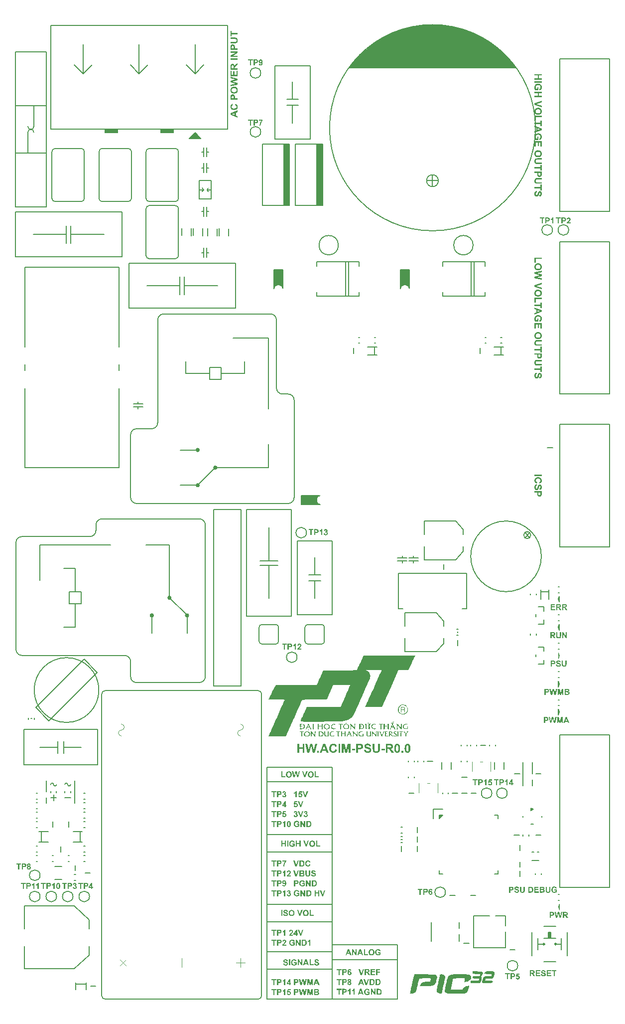
<source format=gbr>
%TF.GenerationSoftware,KiCad,Pcbnew,8.0.2*%
%TF.CreationDate,2024-05-14T20:54:04+07:00*%
%TF.ProjectId,HW.ACIM-PSU,48572e41-4349-44d2-9d50-53552e6b6963,0.0*%
%TF.SameCoordinates,Original*%
%TF.FileFunction,Legend,Top*%
%TF.FilePolarity,Positive*%
%FSLAX46Y46*%
G04 Gerber Fmt 4.6, Leading zero omitted, Abs format (unit mm)*
G04 Created by KiCad (PCBNEW 8.0.2) date 2024-05-14 20:54:04*
%MOMM*%
%LPD*%
G01*
G04 APERTURE LIST*
%ADD10C,0.154000*%
%ADD11C,0.200000*%
%ADD12C,0.240000*%
%ADD13C,0.100000*%
%ADD14C,0.000000*%
%ADD15C,0.377000*%
%ADD16C,0.277000*%
G04 APERTURE END LIST*
D10*
X75145585Y-228584615D02*
X86195585Y-228584615D01*
X64016685Y-227234615D02*
X75066685Y-227234615D01*
X64066685Y-198384615D02*
X75116685Y-198384615D01*
X64037785Y-210334615D02*
X75087785Y-210334615D01*
X64016685Y-230234615D02*
X75066685Y-230234615D01*
X64041685Y-207334615D02*
X75091685Y-207334615D01*
X64066685Y-219184615D02*
X75116685Y-219184615D01*
X64066685Y-222184615D02*
X75116685Y-222184615D01*
D11*
G36*
X69186209Y-193426800D02*
G01*
X69186209Y-191902724D01*
X69491024Y-191902724D01*
X69491024Y-192512354D01*
X70088931Y-192512354D01*
X70088931Y-191902724D01*
X70393746Y-191902724D01*
X70393746Y-193426800D01*
X70088931Y-193426800D01*
X70088931Y-192770275D01*
X69491024Y-192770275D01*
X69491024Y-193426800D01*
X69186209Y-193426800D01*
G37*
G36*
X70914716Y-193426800D02*
G01*
X70554213Y-191902724D01*
X70866356Y-191902724D01*
X71093868Y-192949793D01*
X71370107Y-191902724D01*
X71732807Y-191902724D01*
X71997689Y-192967379D01*
X72229597Y-191902724D01*
X72536610Y-191902724D01*
X72169880Y-193426800D01*
X71846380Y-193426800D01*
X71545229Y-192287407D01*
X71245543Y-193426800D01*
X70914716Y-193426800D01*
G37*
G36*
X72563721Y-193426800D02*
G01*
X72563721Y-193145432D01*
X72853516Y-193145432D01*
X72853516Y-193426800D01*
X72563721Y-193426800D01*
G37*
G36*
X74511314Y-193426800D02*
G01*
X74179754Y-193426800D01*
X74047863Y-193075090D01*
X73443728Y-193075090D01*
X73319165Y-193426800D01*
X72995665Y-193426800D01*
X73231018Y-192817169D01*
X73537518Y-192817169D01*
X73949677Y-192817169D01*
X73741583Y-192277881D01*
X73537518Y-192817169D01*
X73231018Y-192817169D01*
X73584046Y-191902724D01*
X73906446Y-191902724D01*
X74511314Y-193426800D01*
G37*
G36*
X75630923Y-192840617D02*
G01*
X75926579Y-192934406D01*
X75903084Y-193009348D01*
X75875188Y-193078011D01*
X75835904Y-193152118D01*
X75790283Y-193217183D01*
X75738325Y-193273207D01*
X75700166Y-193305533D01*
X75637951Y-193346745D01*
X75569735Y-193379430D01*
X75495516Y-193403588D01*
X75415295Y-193419220D01*
X75329072Y-193426326D01*
X75298997Y-193426800D01*
X75225472Y-193423617D01*
X75138268Y-193410687D01*
X75056286Y-193387810D01*
X74979529Y-193354988D01*
X74907995Y-193312219D01*
X74841684Y-193259504D01*
X74804405Y-193223101D01*
X74748678Y-193155796D01*
X74702396Y-193081192D01*
X74665559Y-192999290D01*
X74642890Y-192928513D01*
X74626266Y-192853064D01*
X74615688Y-192772945D01*
X74611154Y-192688155D01*
X74610965Y-192666227D01*
X74614005Y-192575415D01*
X74623124Y-192489823D01*
X74638322Y-192409452D01*
X74659600Y-192334301D01*
X74686957Y-192264371D01*
X74729702Y-192184301D01*
X74781947Y-192112388D01*
X74805504Y-192085906D01*
X74869400Y-192026379D01*
X74939270Y-191976942D01*
X75015116Y-191937593D01*
X75096936Y-191908334D01*
X75184731Y-191889164D01*
X75259269Y-191881093D01*
X75317682Y-191879277D01*
X75401801Y-191883516D01*
X75480821Y-191896235D01*
X75554743Y-191917434D01*
X75623567Y-191947111D01*
X75687293Y-191985268D01*
X75745920Y-192031905D01*
X75767943Y-192052933D01*
X75816212Y-192109995D01*
X75858069Y-192178230D01*
X75889435Y-192247102D01*
X75915892Y-192324530D01*
X75922549Y-192348223D01*
X75620665Y-192395118D01*
X75595395Y-192318937D01*
X75556358Y-192254618D01*
X75508924Y-192206440D01*
X75446160Y-192167018D01*
X75374737Y-192143959D01*
X75302294Y-192137197D01*
X75222335Y-192144662D01*
X75150253Y-192167056D01*
X75086048Y-192204379D01*
X75029719Y-192256632D01*
X74984038Y-192325623D01*
X74954774Y-192401205D01*
X74937643Y-192477291D01*
X74927855Y-192563810D01*
X74925306Y-192643879D01*
X74927819Y-192728619D01*
X74935359Y-192805380D01*
X74951043Y-192886962D01*
X74973965Y-192957055D01*
X75009856Y-193024309D01*
X75028254Y-193048345D01*
X75083598Y-193101079D01*
X75146681Y-193138746D01*
X75217504Y-193161346D01*
X75296066Y-193168879D01*
X75375663Y-193159528D01*
X75447207Y-193131476D01*
X75505260Y-193089744D01*
X75555156Y-193031412D01*
X75591803Y-192963741D01*
X75617809Y-192891521D01*
X75630923Y-192840617D01*
G37*
G36*
X76170578Y-193426800D02*
G01*
X76170578Y-191902724D01*
X76475393Y-191902724D01*
X76475393Y-193426800D01*
X76170578Y-193426800D01*
G37*
G36*
X76758959Y-193426800D02*
G01*
X76758959Y-191902724D01*
X77215449Y-191902724D01*
X77489489Y-192942466D01*
X77760599Y-191902724D01*
X78217821Y-191902724D01*
X78217821Y-193426800D01*
X77934622Y-193426800D01*
X77934622Y-192226957D01*
X77634569Y-193426800D01*
X77341112Y-193426800D01*
X77042158Y-192226957D01*
X77042158Y-193426800D01*
X76758959Y-193426800D01*
G37*
G36*
X78476108Y-193028195D02*
G01*
X78476108Y-192770275D01*
X79045072Y-192770275D01*
X79045072Y-193028195D01*
X78476108Y-193028195D01*
G37*
G36*
X79782036Y-191903279D02*
G01*
X79868246Y-191905408D01*
X79951569Y-191909911D01*
X80031392Y-191918895D01*
X80062465Y-191925439D01*
X80132262Y-191950716D01*
X80195335Y-191988628D01*
X80251685Y-192039176D01*
X80280086Y-192072717D01*
X80322413Y-192141847D01*
X80348407Y-192212103D01*
X80363457Y-192290648D01*
X80367647Y-192366175D01*
X80363648Y-192440596D01*
X80349823Y-192515128D01*
X80323211Y-192587196D01*
X80317088Y-192599183D01*
X80275357Y-192664355D01*
X80221544Y-192722052D01*
X80188861Y-192747560D01*
X80125271Y-192785332D01*
X80055708Y-192812620D01*
X80030592Y-192819001D01*
X79952804Y-192830400D01*
X79876817Y-192836479D01*
X79800299Y-192839582D01*
X79714419Y-192840617D01*
X79515483Y-192840617D01*
X79515483Y-193426800D01*
X79210302Y-193426800D01*
X79210302Y-192582696D01*
X79515483Y-192582696D01*
X79682546Y-192582696D01*
X79765207Y-192581254D01*
X79840355Y-192576182D01*
X79915545Y-192562410D01*
X79923613Y-192559615D01*
X79989330Y-192520002D01*
X80018868Y-192486342D01*
X80048463Y-192417764D01*
X80053306Y-192370571D01*
X80041216Y-192296657D01*
X80004946Y-192236848D01*
X79946222Y-192191962D01*
X79882214Y-192170903D01*
X79806807Y-192163540D01*
X79729613Y-192161135D01*
X79662762Y-192160645D01*
X79515483Y-192160645D01*
X79515483Y-192582696D01*
X79210302Y-192582696D01*
X79210302Y-191902724D01*
X79699765Y-191902724D01*
X79782036Y-191903279D01*
G37*
G36*
X80532511Y-192934406D02*
G01*
X80829266Y-192910959D01*
X80848657Y-192986480D01*
X80880399Y-193056118D01*
X80927712Y-193115364D01*
X80937710Y-193124183D01*
X81000883Y-193162979D01*
X81077563Y-193185672D01*
X81158994Y-193192326D01*
X81236100Y-193187487D01*
X81308314Y-193170757D01*
X81376268Y-193134908D01*
X81381010Y-193131144D01*
X81432101Y-193073361D01*
X81455092Y-193002736D01*
X81455749Y-192987529D01*
X81436518Y-192914712D01*
X81424241Y-192897769D01*
X81362850Y-192853306D01*
X81314698Y-192833289D01*
X81241418Y-192810870D01*
X81166685Y-192790384D01*
X81093613Y-192771165D01*
X81070333Y-192765146D01*
X80997309Y-192744906D01*
X80919102Y-192718871D01*
X80851173Y-192690930D01*
X80784913Y-192655923D01*
X80726317Y-192612738D01*
X80672071Y-192554953D01*
X80631149Y-192491874D01*
X80603550Y-192423500D01*
X80589274Y-192349832D01*
X80587099Y-192305358D01*
X80594805Y-192227037D01*
X80617922Y-192152265D01*
X80652312Y-192087372D01*
X80698916Y-192028474D01*
X80756754Y-191979094D01*
X80825827Y-191939230D01*
X80840989Y-191932400D01*
X80914438Y-191906720D01*
X80986440Y-191890949D01*
X81064761Y-191881819D01*
X81138477Y-191879277D01*
X81223886Y-191882398D01*
X81302425Y-191891763D01*
X81374095Y-191907371D01*
X81451032Y-191934342D01*
X81518076Y-191970303D01*
X81566391Y-192007138D01*
X81622843Y-192067162D01*
X81666218Y-192135355D01*
X81696514Y-192211718D01*
X81712073Y-192283675D01*
X81717699Y-192348223D01*
X81412518Y-192348223D01*
X81391618Y-192272781D01*
X81351216Y-192207294D01*
X81328620Y-192186656D01*
X81259858Y-192152846D01*
X81181273Y-192138936D01*
X81135180Y-192137197D01*
X81057871Y-192142421D01*
X80985725Y-192160233D01*
X80927085Y-192190686D01*
X80882550Y-192252304D01*
X80878725Y-192283010D01*
X80904279Y-192353146D01*
X80924154Y-192372769D01*
X80990529Y-192409469D01*
X81060596Y-192435023D01*
X81138847Y-192458096D01*
X81204423Y-192474985D01*
X81283871Y-192495396D01*
X81355153Y-192515961D01*
X81427995Y-192540149D01*
X81497633Y-192568050D01*
X81533784Y-192585627D01*
X81595873Y-192624933D01*
X81653674Y-192677508D01*
X81700480Y-192739866D01*
X81734896Y-192812529D01*
X81753787Y-192887977D01*
X81760694Y-192963528D01*
X81760930Y-192981301D01*
X81753882Y-193061207D01*
X81732737Y-193137893D01*
X81697496Y-193211359D01*
X81688756Y-193225666D01*
X81643435Y-193285120D01*
X81588666Y-193335300D01*
X81524449Y-193376207D01*
X81484691Y-193394926D01*
X81414693Y-193419129D01*
X81336589Y-193436417D01*
X81261598Y-193445871D01*
X81180402Y-193450031D01*
X81156063Y-193450247D01*
X81069779Y-193447036D01*
X80989989Y-193437403D01*
X80916693Y-193421347D01*
X80837310Y-193393604D01*
X80767277Y-193356612D01*
X80716059Y-193318722D01*
X80662835Y-193265025D01*
X80618291Y-193202854D01*
X80582429Y-193132207D01*
X80555248Y-193053085D01*
X80539229Y-192980676D01*
X80532511Y-192934406D01*
G37*
G36*
X82007127Y-191902724D02*
G01*
X82312308Y-191902724D01*
X82312308Y-192729975D01*
X82312852Y-192809421D01*
X82314804Y-192883987D01*
X82319806Y-192958251D01*
X82323666Y-192984964D01*
X82348391Y-193055061D01*
X82395034Y-193116891D01*
X82416722Y-193135540D01*
X82485679Y-193172307D01*
X82557818Y-193188777D01*
X82618222Y-193192326D01*
X82693248Y-193187103D01*
X82766750Y-193167044D01*
X82814227Y-193138837D01*
X82864459Y-193083035D01*
X82892486Y-193011800D01*
X82893362Y-193006946D01*
X82901622Y-192933891D01*
X82905316Y-192860030D01*
X82906798Y-192780655D01*
X82906918Y-192747560D01*
X82906918Y-191902724D01*
X83211733Y-191902724D01*
X83211733Y-192701765D01*
X83211124Y-192783476D01*
X83209300Y-192857333D01*
X83205504Y-192935597D01*
X83198863Y-193012611D01*
X83186820Y-193089012D01*
X83164966Y-193162685D01*
X83129769Y-193233577D01*
X83095595Y-193280254D01*
X83039524Y-193334075D01*
X82976992Y-193375627D01*
X82917908Y-193404085D01*
X82841838Y-193428428D01*
X82761934Y-193442628D01*
X82681809Y-193449120D01*
X82627382Y-193450247D01*
X82549981Y-193448482D01*
X82468928Y-193441963D01*
X82388488Y-193428631D01*
X82313539Y-193406133D01*
X82299119Y-193400055D01*
X82233861Y-193365558D01*
X82172655Y-193320917D01*
X82122532Y-193269263D01*
X82080131Y-193207731D01*
X82048266Y-193138629D01*
X82037169Y-193100369D01*
X82024025Y-193027188D01*
X82015605Y-192950381D01*
X82010677Y-192875059D01*
X82007860Y-192790979D01*
X82007127Y-192714221D01*
X82007127Y-191902724D01*
G37*
G36*
X83489437Y-193028195D02*
G01*
X83489437Y-192770275D01*
X84058400Y-192770275D01*
X84058400Y-193028195D01*
X83489437Y-193028195D01*
G37*
G36*
X84952750Y-191904167D02*
G01*
X85029575Y-191908494D01*
X85107418Y-191917190D01*
X85180840Y-191931936D01*
X85218310Y-191943757D01*
X85288677Y-191979543D01*
X85348655Y-192030481D01*
X85394165Y-192089936D01*
X85428941Y-192158622D01*
X85450837Y-192233248D01*
X85459853Y-192313812D01*
X85460110Y-192330638D01*
X85453859Y-192412795D01*
X85435106Y-192487442D01*
X85403850Y-192554578D01*
X85360093Y-192614204D01*
X85304062Y-192664922D01*
X85235620Y-192705337D01*
X85165554Y-192732247D01*
X85085985Y-192751268D01*
X85061506Y-192755254D01*
X85125400Y-192796644D01*
X85185721Y-192844858D01*
X85224538Y-192883115D01*
X85274149Y-192943534D01*
X85316865Y-193003571D01*
X85358825Y-193067224D01*
X85398195Y-193130044D01*
X85582842Y-193426800D01*
X85217943Y-193426800D01*
X84997392Y-193091576D01*
X84955906Y-193030976D01*
X84908725Y-192964240D01*
X84862822Y-192903425D01*
X84836558Y-192872857D01*
X84777609Y-192825538D01*
X84744967Y-192810575D01*
X84672594Y-192796948D01*
X84597977Y-192793738D01*
X84591460Y-192793722D01*
X84529545Y-192793722D01*
X84529545Y-193426800D01*
X84224730Y-193426800D01*
X84224730Y-192535802D01*
X84529545Y-192535802D01*
X84755225Y-192535802D01*
X84831724Y-192535170D01*
X84906321Y-192532839D01*
X84985519Y-192526528D01*
X85029266Y-192517850D01*
X85093069Y-192480368D01*
X85114629Y-192455201D01*
X85142728Y-192383685D01*
X85145770Y-192344193D01*
X85132902Y-192269270D01*
X85105103Y-192223659D01*
X85044929Y-192181160D01*
X84990065Y-192165774D01*
X84915968Y-192161927D01*
X84841685Y-192160890D01*
X84767682Y-192160645D01*
X84529545Y-192160645D01*
X84529545Y-192535802D01*
X84224730Y-192535802D01*
X84224730Y-191902724D01*
X84866600Y-191902724D01*
X84952750Y-191904167D01*
G37*
G36*
X86243437Y-191908250D02*
G01*
X86315548Y-191924826D01*
X86391212Y-191958133D01*
X86457760Y-192006481D01*
X86507546Y-192059894D01*
X86549974Y-192124030D01*
X86585212Y-192200115D01*
X86613258Y-192288149D01*
X86630517Y-192367181D01*
X86643174Y-192453861D01*
X86651228Y-192548188D01*
X86654249Y-192623952D01*
X86654824Y-192676852D01*
X86653520Y-192755373D01*
X86649608Y-192829643D01*
X86640334Y-192922058D01*
X86626424Y-193006917D01*
X86607876Y-193084220D01*
X86584692Y-193153967D01*
X86549192Y-193230524D01*
X86506446Y-193295275D01*
X86448141Y-193355659D01*
X86380613Y-193401213D01*
X86303865Y-193431935D01*
X86230741Y-193446463D01*
X86164629Y-193450247D01*
X86084923Y-193444270D01*
X86011219Y-193426342D01*
X85943518Y-193396460D01*
X85881818Y-193354626D01*
X85826121Y-193300839D01*
X85808889Y-193280254D01*
X85763070Y-193207143D01*
X85732130Y-193131911D01*
X85707772Y-193043674D01*
X85693026Y-192963721D01*
X85682493Y-192875444D01*
X85676173Y-192778844D01*
X85674199Y-192700932D01*
X85674081Y-192676852D01*
X85977050Y-192676852D01*
X85977703Y-192753622D01*
X85980210Y-192835333D01*
X85985512Y-192916304D01*
X85994706Y-192989909D01*
X86003795Y-193031859D01*
X86029861Y-193103897D01*
X86071206Y-193160453D01*
X86139143Y-193190334D01*
X86164629Y-193192326D01*
X86237031Y-193173985D01*
X86258418Y-193159720D01*
X86302725Y-193098926D01*
X86322165Y-193043216D01*
X86336687Y-192970541D01*
X86344697Y-192897586D01*
X86349273Y-192823612D01*
X86351738Y-192739077D01*
X86352207Y-192676852D01*
X86351554Y-192600196D01*
X86349047Y-192518623D01*
X86343745Y-192437812D01*
X86334552Y-192364390D01*
X86325463Y-192322578D01*
X86299326Y-192250219D01*
X86257685Y-192193251D01*
X86190091Y-192162682D01*
X86164629Y-192160645D01*
X86092226Y-192178986D01*
X86070839Y-192193251D01*
X86026532Y-192254045D01*
X86007092Y-192309755D01*
X85992570Y-192382933D01*
X85984561Y-192456117D01*
X85979984Y-192530177D01*
X85977520Y-192614696D01*
X85977050Y-192676852D01*
X85674081Y-192676852D01*
X85674067Y-192673921D01*
X85675371Y-192595793D01*
X85679283Y-192521877D01*
X85688557Y-192429874D01*
X85702467Y-192345358D01*
X85721014Y-192268330D01*
X85744198Y-192198789D01*
X85779699Y-192122393D01*
X85822444Y-192057696D01*
X85880768Y-191997312D01*
X85948348Y-191951758D01*
X86025184Y-191921036D01*
X86098411Y-191906508D01*
X86164629Y-191902724D01*
X86243437Y-191908250D01*
G37*
G36*
X86904684Y-193426800D02*
G01*
X86904684Y-193145432D01*
X87194479Y-193145432D01*
X87194479Y-193426800D01*
X86904684Y-193426800D01*
G37*
G36*
X87994658Y-191908250D02*
G01*
X88066769Y-191924826D01*
X88142433Y-191958133D01*
X88208981Y-192006481D01*
X88258767Y-192059894D01*
X88301196Y-192124030D01*
X88336433Y-192200115D01*
X88364479Y-192288149D01*
X88381739Y-192367181D01*
X88394395Y-192453861D01*
X88402450Y-192548188D01*
X88405470Y-192623952D01*
X88406045Y-192676852D01*
X88404741Y-192755373D01*
X88400829Y-192829643D01*
X88391555Y-192922058D01*
X88377645Y-193006917D01*
X88359098Y-193084220D01*
X88335914Y-193153967D01*
X88300413Y-193230524D01*
X88257668Y-193295275D01*
X88199362Y-193355659D01*
X88131834Y-193401213D01*
X88055086Y-193431935D01*
X87981962Y-193446463D01*
X87915850Y-193450247D01*
X87836144Y-193444270D01*
X87762441Y-193426342D01*
X87694739Y-193396460D01*
X87633040Y-193354626D01*
X87577342Y-193300839D01*
X87560110Y-193280254D01*
X87514292Y-193207143D01*
X87483351Y-193131911D01*
X87458994Y-193043674D01*
X87444247Y-192963721D01*
X87433714Y-192875444D01*
X87427395Y-192778844D01*
X87425420Y-192700932D01*
X87425302Y-192676852D01*
X87728271Y-192676852D01*
X87728924Y-192753622D01*
X87731432Y-192835333D01*
X87736733Y-192916304D01*
X87745927Y-192989909D01*
X87755016Y-193031859D01*
X87781082Y-193103897D01*
X87822427Y-193160453D01*
X87890365Y-193190334D01*
X87915850Y-193192326D01*
X87988253Y-193173985D01*
X88009639Y-193159720D01*
X88053946Y-193098926D01*
X88073386Y-193043216D01*
X88087909Y-192970541D01*
X88095918Y-192897586D01*
X88100495Y-192823612D01*
X88102959Y-192739077D01*
X88103428Y-192676852D01*
X88102775Y-192600196D01*
X88100268Y-192518623D01*
X88094966Y-192437812D01*
X88085773Y-192364390D01*
X88076684Y-192322578D01*
X88050547Y-192250219D01*
X88008906Y-192193251D01*
X87941312Y-192162682D01*
X87915850Y-192160645D01*
X87843447Y-192178986D01*
X87822061Y-192193251D01*
X87777753Y-192254045D01*
X87758313Y-192309755D01*
X87743791Y-192382933D01*
X87735782Y-192456117D01*
X87731205Y-192530177D01*
X87728741Y-192614696D01*
X87728271Y-192676852D01*
X87425302Y-192676852D01*
X87425288Y-192673921D01*
X87426592Y-192595793D01*
X87430504Y-192521877D01*
X87439778Y-192429874D01*
X87453688Y-192345358D01*
X87472236Y-192268330D01*
X87495420Y-192198789D01*
X87530920Y-192122393D01*
X87573666Y-192057696D01*
X87631989Y-191997312D01*
X87699569Y-191951758D01*
X87776405Y-191921036D01*
X87849632Y-191906508D01*
X87915850Y-191902724D01*
X87994658Y-191908250D01*
G37*
G36*
X78380676Y-227834615D02*
G01*
X78159636Y-227834615D01*
X78071709Y-227600141D01*
X77668952Y-227600141D01*
X77585910Y-227834615D01*
X77370243Y-227834615D01*
X77527145Y-227428194D01*
X77731479Y-227428194D01*
X78006252Y-227428194D01*
X77867522Y-227068669D01*
X77731479Y-227428194D01*
X77527145Y-227428194D01*
X77762497Y-226818564D01*
X77977431Y-226818564D01*
X78380676Y-227834615D01*
G37*
G36*
X78484968Y-227834615D02*
G01*
X78484968Y-226818564D01*
X78682805Y-226818564D01*
X79094842Y-227505131D01*
X79094842Y-226818564D01*
X79283642Y-226818564D01*
X79283642Y-227834615D01*
X79079699Y-227834615D01*
X78673768Y-227158306D01*
X78673768Y-227834615D01*
X78484968Y-227834615D01*
G37*
G36*
X80401053Y-227834615D02*
G01*
X80180013Y-227834615D01*
X80092086Y-227600141D01*
X79689329Y-227600141D01*
X79606287Y-227834615D01*
X79390620Y-227834615D01*
X79547522Y-227428194D01*
X79751855Y-227428194D01*
X80026629Y-227428194D01*
X79887899Y-227068669D01*
X79751855Y-227428194D01*
X79547522Y-227428194D01*
X79782874Y-226818564D01*
X79997808Y-226818564D01*
X80401053Y-227834615D01*
G37*
G36*
X80508764Y-227834615D02*
G01*
X80508764Y-226818564D01*
X80711974Y-226818564D01*
X80711974Y-227662668D01*
X81217557Y-227662668D01*
X81217557Y-227834615D01*
X80508764Y-227834615D01*
G37*
G36*
X81858034Y-226805104D02*
G01*
X81909543Y-226811619D01*
X81958265Y-226822476D01*
X82015251Y-226842155D01*
X82067883Y-226868620D01*
X82116163Y-226901870D01*
X82160090Y-226941907D01*
X82198578Y-226987914D01*
X82230544Y-227039227D01*
X82251419Y-227084099D01*
X82268119Y-227132368D01*
X82280644Y-227184033D01*
X82288994Y-227239094D01*
X82293169Y-227297552D01*
X82293691Y-227328055D01*
X82291619Y-227387692D01*
X82285402Y-227443994D01*
X82275041Y-227496960D01*
X82260535Y-227546591D01*
X82241885Y-227592887D01*
X82212744Y-227646065D01*
X82177127Y-227694033D01*
X82161067Y-227711760D01*
X82117445Y-227751656D01*
X82069471Y-227784790D01*
X82017144Y-227811162D01*
X81960463Y-227830771D01*
X81911985Y-227841591D01*
X81860721Y-227848082D01*
X81806671Y-227850246D01*
X81751933Y-227848094D01*
X81700074Y-227841636D01*
X81651092Y-227830875D01*
X81593910Y-227811368D01*
X81541225Y-227785136D01*
X81493036Y-227752178D01*
X81449343Y-227712493D01*
X81411136Y-227666835D01*
X81379405Y-227616108D01*
X81354149Y-227560312D01*
X81338608Y-227512027D01*
X81327210Y-227460497D01*
X81319957Y-227405724D01*
X81316849Y-227347707D01*
X81316719Y-227332695D01*
X81316915Y-227325857D01*
X81526280Y-227325857D01*
X81528206Y-227378003D01*
X81535602Y-227435178D01*
X81548545Y-227486464D01*
X81567035Y-227531859D01*
X81595617Y-227577374D01*
X81605170Y-227588906D01*
X81641825Y-227623738D01*
X81688697Y-227653070D01*
X81740881Y-227671228D01*
X81790900Y-227677950D01*
X81805938Y-227678299D01*
X81857060Y-227674057D01*
X81910362Y-227658818D01*
X81958200Y-227632497D01*
X81995574Y-227600375D01*
X82005484Y-227589639D01*
X82035843Y-227546501D01*
X82058745Y-227494877D01*
X82072441Y-227443876D01*
X82080659Y-227386640D01*
X82083322Y-227334181D01*
X82083398Y-227323170D01*
X82081543Y-227270474D01*
X82074422Y-227213001D01*
X82061960Y-227161813D01*
X82040670Y-227110038D01*
X82012111Y-227066818D01*
X82007438Y-227061342D01*
X81971833Y-227027652D01*
X81925332Y-226999282D01*
X81872633Y-226981719D01*
X81821437Y-226975217D01*
X81805938Y-226974880D01*
X81753244Y-226979064D01*
X81705226Y-226991616D01*
X81656072Y-227016208D01*
X81613024Y-227051730D01*
X81603216Y-227062319D01*
X81573238Y-227104816D01*
X81550623Y-227155798D01*
X81537099Y-227206250D01*
X81528985Y-227262936D01*
X81526355Y-227314937D01*
X81526280Y-227325857D01*
X81316915Y-227325857D01*
X81318334Y-227276461D01*
X81323177Y-227223714D01*
X81331248Y-227174452D01*
X81344745Y-227121386D01*
X81362637Y-227073065D01*
X81386594Y-227026249D01*
X81415416Y-226982581D01*
X81449105Y-226942061D01*
X81456426Y-226934335D01*
X81494747Y-226898968D01*
X81535214Y-226869802D01*
X81582207Y-226844882D01*
X81586608Y-226842989D01*
X81635533Y-226825464D01*
X81688030Y-226812947D01*
X81736895Y-226806101D01*
X81788494Y-226803089D01*
X81803740Y-226802933D01*
X81858034Y-226805104D01*
G37*
G36*
X82914800Y-227459457D02*
G01*
X82914800Y-227287511D01*
X83353216Y-227287511D01*
X83353216Y-227695885D01*
X83312700Y-227729209D01*
X83269095Y-227756885D01*
X83225080Y-227779599D01*
X83175596Y-227800910D01*
X83168080Y-227803840D01*
X83114928Y-227821922D01*
X83061471Y-227835563D01*
X83007711Y-227844763D01*
X82953646Y-227849521D01*
X82922616Y-227850246D01*
X82864782Y-227847902D01*
X82809799Y-227840869D01*
X82757666Y-227829149D01*
X82708385Y-227812740D01*
X82661954Y-227791642D01*
X82647110Y-227783568D01*
X82605107Y-227756554D01*
X82567208Y-227725522D01*
X82528181Y-227684239D01*
X82499175Y-227644500D01*
X82474274Y-227600742D01*
X82470523Y-227593058D01*
X82450436Y-227545766D01*
X82434504Y-227496945D01*
X82422729Y-227446596D01*
X82415110Y-227394718D01*
X82411647Y-227341312D01*
X82411416Y-227323170D01*
X82413734Y-227265064D01*
X82420689Y-227209448D01*
X82432281Y-227156323D01*
X82448510Y-227105687D01*
X82469376Y-227057542D01*
X82477361Y-227042046D01*
X82504238Y-226997902D01*
X82535407Y-226957794D01*
X82570870Y-226921722D01*
X82610626Y-226889685D01*
X82654676Y-226861684D01*
X82670313Y-226853247D01*
X82721742Y-226831234D01*
X82771575Y-226817133D01*
X82825920Y-226807846D01*
X82876092Y-226803719D01*
X82911381Y-226802933D01*
X82967990Y-226804960D01*
X83020579Y-226811042D01*
X83069150Y-226821179D01*
X83122130Y-226838696D01*
X83169322Y-226862052D01*
X83204228Y-226885975D01*
X83241151Y-226919349D01*
X83272784Y-226957187D01*
X83299128Y-226999491D01*
X83320182Y-227046260D01*
X83335948Y-227097493D01*
X83340027Y-227115564D01*
X83138038Y-227146827D01*
X83121084Y-227100330D01*
X83093950Y-227056732D01*
X83057927Y-227021042D01*
X83014163Y-226994760D01*
X82963473Y-226979388D01*
X82911381Y-226974880D01*
X82855655Y-226978982D01*
X82805166Y-226991289D01*
X82759912Y-227011800D01*
X82719895Y-227040516D01*
X82699378Y-227060609D01*
X82668734Y-227101994D01*
X82645616Y-227151350D01*
X82631792Y-227199999D01*
X82623497Y-227254504D01*
X82620809Y-227304399D01*
X82620732Y-227314866D01*
X82622676Y-227369434D01*
X82628508Y-227419566D01*
X82640638Y-227473868D01*
X82658366Y-227521781D01*
X82686126Y-227569606D01*
X82700355Y-227587441D01*
X82737658Y-227622844D01*
X82779683Y-227649551D01*
X82826429Y-227667563D01*
X82877897Y-227676879D01*
X82909427Y-227678299D01*
X82961302Y-227674067D01*
X83009330Y-227662646D01*
X83037410Y-227652654D01*
X83083045Y-227631874D01*
X83126747Y-227605874D01*
X83147808Y-227590372D01*
X83147808Y-227459457D01*
X82914800Y-227459457D01*
G37*
G36*
X76195680Y-231194615D02*
G01*
X76195680Y-230350511D01*
X75896971Y-230350511D01*
X75896971Y-230178564D01*
X76697110Y-230178564D01*
X76697110Y-230350511D01*
X76399134Y-230350511D01*
X76399134Y-231194615D01*
X76195680Y-231194615D01*
G37*
G36*
X77205028Y-230178934D02*
G01*
X77262501Y-230180354D01*
X77318050Y-230183356D01*
X77371266Y-230189345D01*
X77391981Y-230193707D01*
X77438512Y-230210559D01*
X77480561Y-230235833D01*
X77518128Y-230269532D01*
X77537061Y-230291893D01*
X77565279Y-230337980D01*
X77582609Y-230384817D01*
X77592642Y-230437180D01*
X77595435Y-230487531D01*
X77592769Y-230537145D01*
X77583553Y-230586833D01*
X77565811Y-230634879D01*
X77561730Y-230642870D01*
X77533909Y-230686318D01*
X77498034Y-230724783D01*
X77476245Y-230741788D01*
X77433852Y-230766969D01*
X77387476Y-230785162D01*
X77370732Y-230789416D01*
X77318873Y-230797015D01*
X77268216Y-230801068D01*
X77217204Y-230803136D01*
X77159950Y-230803826D01*
X77027327Y-230803826D01*
X77027327Y-231194615D01*
X76823872Y-231194615D01*
X76823872Y-230631879D01*
X77027327Y-230631879D01*
X77138701Y-230631879D01*
X77193809Y-230630917D01*
X77243907Y-230627536D01*
X77294034Y-230618355D01*
X77299413Y-230616492D01*
X77343224Y-230590083D01*
X77362916Y-230567643D01*
X77382646Y-230521924D01*
X77385875Y-230490462D01*
X77377815Y-230441186D01*
X77353635Y-230401314D01*
X77314486Y-230371389D01*
X77271814Y-230357350D01*
X77221542Y-230352441D01*
X77170080Y-230350838D01*
X77125512Y-230350511D01*
X77027327Y-230350511D01*
X77027327Y-230631879D01*
X76823872Y-230631879D01*
X76823872Y-230178564D01*
X77150181Y-230178564D01*
X77205028Y-230178934D01*
G37*
G36*
X78137380Y-230182747D02*
G01*
X78187358Y-230195295D01*
X78232390Y-230216208D01*
X78272477Y-230245487D01*
X78306671Y-230282734D01*
X78334026Y-230327552D01*
X78352352Y-230372980D01*
X78365441Y-230424204D01*
X78368220Y-230439904D01*
X78181374Y-230459932D01*
X78169040Y-230411328D01*
X78145715Y-230377378D01*
X78100419Y-230353686D01*
X78070732Y-230350511D01*
X78020904Y-230361310D01*
X77981081Y-230390677D01*
X77967417Y-230406931D01*
X77944062Y-230453729D01*
X77929773Y-230507996D01*
X77921622Y-230558515D01*
X77915668Y-230617448D01*
X77914172Y-230638962D01*
X77952396Y-230601669D01*
X77995017Y-230575031D01*
X78042033Y-230559049D01*
X78093447Y-230553721D01*
X78144681Y-230558034D01*
X78192596Y-230570972D01*
X78237192Y-230592535D01*
X78278468Y-230622724D01*
X78300564Y-230643847D01*
X78334159Y-230685694D01*
X78359502Y-230732591D01*
X78376594Y-230784536D01*
X78384677Y-230833080D01*
X78386782Y-230876366D01*
X78383597Y-230930957D01*
X78374040Y-230981341D01*
X78354837Y-231034804D01*
X78326963Y-231082540D01*
X78296168Y-231118899D01*
X78254058Y-231154492D01*
X78207017Y-231181343D01*
X78155043Y-231199452D01*
X78106568Y-231208016D01*
X78063405Y-231210246D01*
X78008075Y-231206073D01*
X77956575Y-231193554D01*
X77908905Y-231172688D01*
X77865064Y-231143476D01*
X77825053Y-231105918D01*
X77812567Y-231091544D01*
X77784281Y-231050664D01*
X77760790Y-231002367D01*
X77742092Y-230946651D01*
X77730586Y-230896738D01*
X77726725Y-230871725D01*
X77930781Y-230871725D01*
X77935889Y-230922334D01*
X77955098Y-230971056D01*
X77974012Y-230995068D01*
X78014223Y-231024621D01*
X78062598Y-231037919D01*
X78072930Y-231038299D01*
X78122145Y-231029445D01*
X78162323Y-231002884D01*
X78187918Y-230959525D01*
X78197112Y-230910541D01*
X78197982Y-230886380D01*
X78193422Y-230834402D01*
X78176275Y-230786592D01*
X78159392Y-230764503D01*
X78119203Y-230736628D01*
X78070534Y-230725820D01*
X78063405Y-230725668D01*
X78014954Y-230733826D01*
X77971556Y-230760509D01*
X77969127Y-230762793D01*
X77941603Y-230805097D01*
X77931380Y-230854262D01*
X77930781Y-230871725D01*
X77726725Y-230871725D01*
X77722148Y-230842077D01*
X77716779Y-230782669D01*
X77714478Y-230718513D01*
X77714382Y-230701732D01*
X77715281Y-230651026D01*
X77719279Y-230587658D01*
X77726474Y-230529137D01*
X77736868Y-230475463D01*
X77750460Y-230426636D01*
X77771947Y-230372417D01*
X77798431Y-230325771D01*
X77816719Y-230301418D01*
X77857243Y-230259667D01*
X77902059Y-230226554D01*
X77951169Y-230202079D01*
X78004573Y-230186243D01*
X78062269Y-230179044D01*
X78082456Y-230178564D01*
X78137380Y-230182747D01*
G37*
G36*
X79958973Y-231194615D02*
G01*
X79598959Y-230178564D01*
X79819511Y-230178564D01*
X80074256Y-230928878D01*
X80320941Y-230178564D01*
X80536608Y-230178564D01*
X80176105Y-231194615D01*
X79958973Y-231194615D01*
G37*
G36*
X81121117Y-230179526D02*
G01*
X81172334Y-230182411D01*
X81224229Y-230188208D01*
X81273177Y-230198039D01*
X81298157Y-230205919D01*
X81345069Y-230229777D01*
X81385054Y-230263735D01*
X81415394Y-230303372D01*
X81438577Y-230349163D01*
X81453175Y-230398913D01*
X81459185Y-230452623D01*
X81459357Y-230463840D01*
X81455190Y-230518611D01*
X81442688Y-230568376D01*
X81421851Y-230613133D01*
X81392679Y-230652884D01*
X81355325Y-230686696D01*
X81309697Y-230713639D01*
X81262986Y-230731579D01*
X81209940Y-230744260D01*
X81193621Y-230746917D01*
X81236217Y-230774511D01*
X81276431Y-230806654D01*
X81302309Y-230832158D01*
X81335383Y-230872437D01*
X81363861Y-230912462D01*
X81391834Y-230954898D01*
X81418080Y-230996778D01*
X81541179Y-231194615D01*
X81297913Y-231194615D01*
X81150878Y-230971132D01*
X81123221Y-230930732D01*
X81091767Y-230886242D01*
X81061165Y-230845698D01*
X81043656Y-230825319D01*
X81004356Y-230793773D01*
X80982595Y-230783798D01*
X80934347Y-230774713D01*
X80884602Y-230772574D01*
X80880257Y-230772563D01*
X80838980Y-230772563D01*
X80838980Y-231194615D01*
X80635770Y-231194615D01*
X80635770Y-230600616D01*
X80838980Y-230600616D01*
X80989434Y-230600616D01*
X81040433Y-230600195D01*
X81090165Y-230598641D01*
X81142963Y-230594433D01*
X81172128Y-230588648D01*
X81214663Y-230563660D01*
X81229036Y-230546882D01*
X81247769Y-230499205D01*
X81249797Y-230472877D01*
X81241219Y-230422928D01*
X81222686Y-230392521D01*
X81182570Y-230364188D01*
X81145994Y-230353931D01*
X81096596Y-230351366D01*
X81047074Y-230350675D01*
X80997738Y-230350511D01*
X80838980Y-230350511D01*
X80838980Y-230600616D01*
X80635770Y-230600616D01*
X80635770Y-230178564D01*
X81063684Y-230178564D01*
X81121117Y-230179526D01*
G37*
G36*
X81645226Y-231194615D02*
G01*
X81645226Y-230178564D01*
X82391876Y-230178564D01*
X82391876Y-230350511D01*
X81848680Y-230350511D01*
X81848680Y-230569353D01*
X82354263Y-230569353D01*
X82354263Y-230741300D01*
X81848680Y-230741300D01*
X81848680Y-231022668D01*
X82411172Y-231022668D01*
X82411172Y-231194615D01*
X81645226Y-231194615D01*
G37*
G36*
X82579699Y-231194615D02*
G01*
X82579699Y-230178564D01*
X83269929Y-230178564D01*
X83269929Y-230350511D01*
X82782909Y-230350511D01*
X82782909Y-230584984D01*
X83203251Y-230584984D01*
X83203251Y-230756931D01*
X82782909Y-230756931D01*
X82782909Y-231194615D01*
X82579699Y-231194615D01*
G37*
G36*
X76195680Y-232874615D02*
G01*
X76195680Y-232030511D01*
X75896971Y-232030511D01*
X75896971Y-231858564D01*
X76697110Y-231858564D01*
X76697110Y-232030511D01*
X76399134Y-232030511D01*
X76399134Y-232874615D01*
X76195680Y-232874615D01*
G37*
G36*
X77205028Y-231858934D02*
G01*
X77262501Y-231860354D01*
X77318050Y-231863356D01*
X77371266Y-231869345D01*
X77391981Y-231873707D01*
X77438512Y-231890559D01*
X77480561Y-231915833D01*
X77518128Y-231949532D01*
X77537061Y-231971893D01*
X77565279Y-232017980D01*
X77582609Y-232064817D01*
X77592642Y-232117180D01*
X77595435Y-232167531D01*
X77592769Y-232217145D01*
X77583553Y-232266833D01*
X77565811Y-232314879D01*
X77561730Y-232322870D01*
X77533909Y-232366318D01*
X77498034Y-232404783D01*
X77476245Y-232421788D01*
X77433852Y-232446969D01*
X77387476Y-232465162D01*
X77370732Y-232469416D01*
X77318873Y-232477015D01*
X77268216Y-232481068D01*
X77217204Y-232483136D01*
X77159950Y-232483826D01*
X77027327Y-232483826D01*
X77027327Y-232874615D01*
X76823872Y-232874615D01*
X76823872Y-232311879D01*
X77027327Y-232311879D01*
X77138701Y-232311879D01*
X77193809Y-232310917D01*
X77243907Y-232307536D01*
X77294034Y-232298355D01*
X77299413Y-232296492D01*
X77343224Y-232270083D01*
X77362916Y-232247643D01*
X77382646Y-232201924D01*
X77385875Y-232170462D01*
X77377815Y-232121186D01*
X77353635Y-232081314D01*
X77314486Y-232051389D01*
X77271814Y-232037350D01*
X77221542Y-232032441D01*
X77170080Y-232030838D01*
X77125512Y-232030511D01*
X77027327Y-232030511D01*
X77027327Y-232311879D01*
X76823872Y-232311879D01*
X76823872Y-231858564D01*
X77150181Y-231858564D01*
X77205028Y-231858934D01*
G37*
G36*
X78090983Y-231861132D02*
G01*
X78145396Y-231870617D01*
X78193685Y-231887091D01*
X78241374Y-231914477D01*
X78262218Y-231931593D01*
X78296947Y-231970412D01*
X78321753Y-232014086D01*
X78336636Y-232062614D01*
X78341597Y-232115996D01*
X78336445Y-232166039D01*
X78319236Y-232215369D01*
X78304961Y-232239827D01*
X78270515Y-232279492D01*
X78230060Y-232308664D01*
X78202623Y-232322381D01*
X78246578Y-232343970D01*
X78287985Y-232373804D01*
X78321568Y-232409792D01*
X78330118Y-232421788D01*
X78355009Y-232469018D01*
X78368671Y-232516111D01*
X78373795Y-232567163D01*
X78373837Y-232572486D01*
X78370703Y-232623571D01*
X78359124Y-232678482D01*
X78339014Y-232728344D01*
X78310371Y-232773156D01*
X78284689Y-232802074D01*
X78242988Y-232836430D01*
X78195677Y-232862348D01*
X78142757Y-232879827D01*
X78092931Y-232888093D01*
X78048262Y-232890246D01*
X77998319Y-232887679D01*
X77944154Y-232878193D01*
X77894408Y-232861719D01*
X77849079Y-232838256D01*
X77819406Y-232817217D01*
X77782718Y-232782645D01*
X77749509Y-232736645D01*
X77726632Y-232684544D01*
X77715246Y-232635030D01*
X77711451Y-232581035D01*
X77712909Y-232562472D01*
X77901960Y-232562472D01*
X77906780Y-232613868D01*
X77923032Y-232660390D01*
X77942749Y-232688746D01*
X77982486Y-232719634D01*
X78029890Y-232733225D01*
X78044842Y-232733931D01*
X78093061Y-232725609D01*
X78136009Y-232698225D01*
X78143516Y-232690455D01*
X78168976Y-232648605D01*
X78180958Y-232598739D01*
X78182839Y-232564670D01*
X78177241Y-232514799D01*
X78156558Y-232466687D01*
X78143028Y-232449388D01*
X78104125Y-232419501D01*
X78053418Y-232406052D01*
X78042156Y-232405668D01*
X77990572Y-232413851D01*
X77948363Y-232440966D01*
X77936643Y-232455250D01*
X77912934Y-232500056D01*
X77902502Y-232548134D01*
X77901960Y-232562472D01*
X77712909Y-232562472D01*
X77715410Y-232530621D01*
X77727288Y-232482880D01*
X77747085Y-232437809D01*
X77751995Y-232429116D01*
X77781915Y-232388992D01*
X77820994Y-232355022D01*
X77863996Y-232329711D01*
X77879978Y-232322381D01*
X77833276Y-232298117D01*
X77793388Y-232265328D01*
X77771046Y-232236408D01*
X77749065Y-232190024D01*
X77738290Y-232140173D01*
X77737844Y-232131139D01*
X77919790Y-232131139D01*
X77927911Y-232180721D01*
X77952274Y-232218090D01*
X77995894Y-232243369D01*
X78039225Y-232249353D01*
X78088684Y-232241476D01*
X78127152Y-232217845D01*
X78153814Y-232174672D01*
X78160125Y-232130407D01*
X78150888Y-232080540D01*
X78127396Y-232046387D01*
X78084205Y-232020910D01*
X78041423Y-232014880D01*
X77991414Y-232022879D01*
X77952763Y-232046875D01*
X77926101Y-232089165D01*
X77919790Y-232131139D01*
X77737844Y-232131139D01*
X77737096Y-232115996D01*
X77742012Y-232062614D01*
X77756758Y-232014086D01*
X77781335Y-231970412D01*
X77815742Y-231931593D01*
X77859218Y-231899643D01*
X77904071Y-231879175D01*
X77955281Y-231865696D01*
X78004237Y-231859705D01*
X78039469Y-231858564D01*
X78090983Y-231861132D01*
G37*
G36*
X80558345Y-232874615D02*
G01*
X80337306Y-232874615D01*
X80249378Y-232640141D01*
X79846622Y-232640141D01*
X79763579Y-232874615D01*
X79547913Y-232874615D01*
X79704815Y-232468194D01*
X79909148Y-232468194D01*
X80183921Y-232468194D01*
X80045191Y-232108669D01*
X79909148Y-232468194D01*
X79704815Y-232468194D01*
X79940167Y-231858564D01*
X80155100Y-231858564D01*
X80558345Y-232874615D01*
G37*
G36*
X80813823Y-232874615D02*
G01*
X80453809Y-231858564D01*
X80674361Y-231858564D01*
X80929106Y-232608878D01*
X81175791Y-231858564D01*
X81391458Y-231858564D01*
X81030955Y-232874615D01*
X80813823Y-232874615D01*
G37*
G36*
X81913060Y-231859488D02*
G01*
X81965668Y-231862804D01*
X82015910Y-231869418D01*
X82052623Y-231877859D01*
X82100367Y-231895943D01*
X82144131Y-231920518D01*
X82183915Y-231951585D01*
X82204298Y-231971649D01*
X82237485Y-232011826D01*
X82265881Y-232056794D01*
X82289486Y-232106554D01*
X82300530Y-232136268D01*
X82314955Y-232187727D01*
X82324197Y-232237437D01*
X82330282Y-232291518D01*
X82332987Y-232341352D01*
X82333502Y-232376359D01*
X82332018Y-232429528D01*
X82327565Y-232479402D01*
X82318841Y-232532364D01*
X82306240Y-232581022D01*
X82302484Y-232592514D01*
X82284473Y-232639005D01*
X82260083Y-232687186D01*
X82231633Y-232730085D01*
X82199122Y-232767702D01*
X82194772Y-232772033D01*
X82153976Y-232805086D01*
X82109326Y-232830426D01*
X82062981Y-232849398D01*
X82051890Y-232853121D01*
X82000206Y-232865358D01*
X81949976Y-232871592D01*
X81899326Y-232874279D01*
X81871883Y-232874615D01*
X81489155Y-232874615D01*
X81489155Y-232702668D01*
X81692609Y-232702668D01*
X81844284Y-232702668D01*
X81897288Y-232701513D01*
X81948552Y-232696705D01*
X81967382Y-232692898D01*
X82015047Y-232674838D01*
X82049204Y-232650888D01*
X82078879Y-232611504D01*
X82098494Y-232565387D01*
X82102449Y-232552947D01*
X82114268Y-232500100D01*
X82120290Y-232448189D01*
X82122885Y-232395494D01*
X82123209Y-232366834D01*
X82121912Y-232311497D01*
X82117350Y-232257382D01*
X82108429Y-232207360D01*
X82102449Y-232186338D01*
X82083038Y-232139734D01*
X82053829Y-232097380D01*
X82044807Y-232088153D01*
X82002859Y-232058477D01*
X81954326Y-232041082D01*
X81950774Y-232040281D01*
X81897927Y-232033602D01*
X81847414Y-232031284D01*
X81791646Y-232030521D01*
X81783956Y-232030511D01*
X81692609Y-232030511D01*
X81692609Y-232702668D01*
X81489155Y-232702668D01*
X81489155Y-231858564D01*
X81860892Y-231858564D01*
X81913060Y-231859488D01*
G37*
G36*
X82923248Y-231859488D02*
G01*
X82975856Y-231862804D01*
X83026099Y-231869418D01*
X83062812Y-231877859D01*
X83110555Y-231895943D01*
X83154320Y-231920518D01*
X83194104Y-231951585D01*
X83214486Y-231971649D01*
X83247674Y-232011826D01*
X83276070Y-232056794D01*
X83299675Y-232106554D01*
X83310718Y-232136268D01*
X83325144Y-232187727D01*
X83334385Y-232237437D01*
X83340471Y-232291518D01*
X83343176Y-232341352D01*
X83343691Y-232376359D01*
X83342206Y-232429528D01*
X83337754Y-232479402D01*
X83329030Y-232532364D01*
X83316428Y-232581022D01*
X83312672Y-232592514D01*
X83294662Y-232639005D01*
X83270272Y-232687186D01*
X83241821Y-232730085D01*
X83209310Y-232767702D01*
X83204961Y-232772033D01*
X83164165Y-232805086D01*
X83119514Y-232830426D01*
X83073170Y-232849398D01*
X83062079Y-232853121D01*
X83010394Y-232865358D01*
X82960165Y-232871592D01*
X82909515Y-232874279D01*
X82882072Y-232874615D01*
X82499343Y-232874615D01*
X82499343Y-232702668D01*
X82702798Y-232702668D01*
X82854472Y-232702668D01*
X82907476Y-232701513D01*
X82958741Y-232696705D01*
X82977571Y-232692898D01*
X83025235Y-232674838D01*
X83059392Y-232650888D01*
X83089068Y-232611504D01*
X83108683Y-232565387D01*
X83112637Y-232552947D01*
X83124457Y-232500100D01*
X83130478Y-232448189D01*
X83133073Y-232395494D01*
X83133398Y-232366834D01*
X83132100Y-232311497D01*
X83127538Y-232257382D01*
X83118618Y-232207360D01*
X83112637Y-232186338D01*
X83093226Y-232139734D01*
X83064017Y-232097380D01*
X83054996Y-232088153D01*
X83013047Y-232058477D01*
X82964514Y-232041082D01*
X82960962Y-232040281D01*
X82908115Y-232033602D01*
X82857602Y-232031284D01*
X82801834Y-232030521D01*
X82794144Y-232030511D01*
X82702798Y-232030511D01*
X82702798Y-232702668D01*
X82499343Y-232702668D01*
X82499343Y-231858564D01*
X82871081Y-231858564D01*
X82923248Y-231859488D01*
G37*
G36*
X76195680Y-234554615D02*
G01*
X76195680Y-233710511D01*
X75896971Y-233710511D01*
X75896971Y-233538564D01*
X76697110Y-233538564D01*
X76697110Y-233710511D01*
X76399134Y-233710511D01*
X76399134Y-234554615D01*
X76195680Y-234554615D01*
G37*
G36*
X77205028Y-233538934D02*
G01*
X77262501Y-233540354D01*
X77318050Y-233543356D01*
X77371266Y-233549345D01*
X77391981Y-233553707D01*
X77438512Y-233570559D01*
X77480561Y-233595833D01*
X77518128Y-233629532D01*
X77537061Y-233651893D01*
X77565279Y-233697980D01*
X77582609Y-233744817D01*
X77592642Y-233797180D01*
X77595435Y-233847531D01*
X77592769Y-233897145D01*
X77583553Y-233946833D01*
X77565811Y-233994879D01*
X77561730Y-234002870D01*
X77533909Y-234046318D01*
X77498034Y-234084783D01*
X77476245Y-234101788D01*
X77433852Y-234126969D01*
X77387476Y-234145162D01*
X77370732Y-234149416D01*
X77318873Y-234157015D01*
X77268216Y-234161068D01*
X77217204Y-234163136D01*
X77159950Y-234163826D01*
X77027327Y-234163826D01*
X77027327Y-234554615D01*
X76823872Y-234554615D01*
X76823872Y-233991879D01*
X77027327Y-233991879D01*
X77138701Y-233991879D01*
X77193809Y-233990917D01*
X77243907Y-233987536D01*
X77294034Y-233978355D01*
X77299413Y-233976492D01*
X77343224Y-233950083D01*
X77362916Y-233927643D01*
X77382646Y-233881924D01*
X77385875Y-233850462D01*
X77377815Y-233801186D01*
X77353635Y-233761314D01*
X77314486Y-233731389D01*
X77271814Y-233717350D01*
X77221542Y-233712441D01*
X77170080Y-233710838D01*
X77125512Y-233710511D01*
X77027327Y-233710511D01*
X77027327Y-233991879D01*
X76823872Y-233991879D01*
X76823872Y-233538564D01*
X77150181Y-233538564D01*
X77205028Y-233538934D01*
G37*
G36*
X78208241Y-234554615D02*
G01*
X78015289Y-234554615D01*
X78015289Y-233819444D01*
X77974299Y-233857253D01*
X77930647Y-233891182D01*
X77884334Y-233921230D01*
X77835358Y-233947396D01*
X77783721Y-233969682D01*
X77765917Y-233976247D01*
X77765917Y-233788669D01*
X77814374Y-233769311D01*
X77860188Y-233744628D01*
X77902664Y-233716914D01*
X77930048Y-233696834D01*
X77970898Y-233661479D01*
X78004786Y-233623317D01*
X78031714Y-233582345D01*
X78051681Y-233538564D01*
X78208241Y-233538564D01*
X78208241Y-234554615D01*
G37*
G36*
X78909706Y-234554615D02*
G01*
X78716754Y-234554615D01*
X78716754Y-233819444D01*
X78675764Y-233857253D01*
X78632113Y-233891182D01*
X78585799Y-233921230D01*
X78536824Y-233947396D01*
X78485186Y-233969682D01*
X78467382Y-233976247D01*
X78467382Y-233788669D01*
X78515840Y-233769311D01*
X78561654Y-233744628D01*
X78604129Y-233716914D01*
X78631514Y-233696834D01*
X78672363Y-233661479D01*
X78706252Y-233623317D01*
X78733180Y-233582345D01*
X78753146Y-233538564D01*
X78909706Y-233538564D01*
X78909706Y-234554615D01*
G37*
G36*
X80482142Y-234554615D02*
G01*
X80261102Y-234554615D01*
X80173174Y-234320141D01*
X79770418Y-234320141D01*
X79687375Y-234554615D01*
X79471709Y-234554615D01*
X79628611Y-234148194D01*
X79832944Y-234148194D01*
X80107717Y-234148194D01*
X79968987Y-233788669D01*
X79832944Y-234148194D01*
X79628611Y-234148194D01*
X79863963Y-233538564D01*
X80078897Y-233538564D01*
X80482142Y-234554615D01*
G37*
G36*
X81052693Y-234179457D02*
G01*
X81052693Y-234007511D01*
X81491109Y-234007511D01*
X81491109Y-234415885D01*
X81450593Y-234449209D01*
X81406988Y-234476885D01*
X81362973Y-234499599D01*
X81313488Y-234520910D01*
X81305973Y-234523840D01*
X81252820Y-234541922D01*
X81199364Y-234555563D01*
X81145603Y-234564763D01*
X81091539Y-234569521D01*
X81060509Y-234570246D01*
X81002675Y-234567902D01*
X80947691Y-234560869D01*
X80895559Y-234549149D01*
X80846277Y-234532740D01*
X80799846Y-234511642D01*
X80785003Y-234503568D01*
X80743000Y-234476554D01*
X80705101Y-234445522D01*
X80666073Y-234404239D01*
X80637068Y-234364500D01*
X80612166Y-234320742D01*
X80608415Y-234313058D01*
X80588328Y-234265766D01*
X80572397Y-234216945D01*
X80560622Y-234166596D01*
X80553003Y-234114718D01*
X80549539Y-234061312D01*
X80549308Y-234043170D01*
X80551627Y-233985064D01*
X80558582Y-233929448D01*
X80570174Y-233876323D01*
X80586403Y-233825687D01*
X80607268Y-233777542D01*
X80615254Y-233762046D01*
X80642130Y-233717902D01*
X80673300Y-233677794D01*
X80708763Y-233641722D01*
X80748519Y-233609685D01*
X80792569Y-233581684D01*
X80808206Y-233573247D01*
X80859634Y-233551234D01*
X80909468Y-233537133D01*
X80963812Y-233527846D01*
X81013984Y-233523719D01*
X81049273Y-233522933D01*
X81105882Y-233524960D01*
X81158472Y-233531042D01*
X81207043Y-233541179D01*
X81260022Y-233558696D01*
X81307215Y-233582052D01*
X81342121Y-233605975D01*
X81379043Y-233639349D01*
X81410677Y-233677187D01*
X81437020Y-233719491D01*
X81458075Y-233766260D01*
X81473840Y-233817493D01*
X81477920Y-233835564D01*
X81275931Y-233866827D01*
X81258977Y-233820330D01*
X81231843Y-233776732D01*
X81195819Y-233741042D01*
X81152056Y-233714760D01*
X81101366Y-233699388D01*
X81049273Y-233694880D01*
X80993548Y-233698982D01*
X80943058Y-233711289D01*
X80897805Y-233731800D01*
X80857787Y-233760516D01*
X80837271Y-233780609D01*
X80806626Y-233821994D01*
X80783509Y-233871350D01*
X80769684Y-233919999D01*
X80761389Y-233974504D01*
X80758701Y-234024399D01*
X80758624Y-234034866D01*
X80760568Y-234089434D01*
X80766400Y-234139566D01*
X80778530Y-234193868D01*
X80796259Y-234241781D01*
X80824018Y-234289606D01*
X80838248Y-234307441D01*
X80875551Y-234342844D01*
X80917575Y-234369551D01*
X80964321Y-234387563D01*
X81015789Y-234396879D01*
X81047320Y-234398299D01*
X81099195Y-234394067D01*
X81147223Y-234382646D01*
X81175303Y-234372654D01*
X81220938Y-234351874D01*
X81264640Y-234325874D01*
X81285701Y-234310372D01*
X81285701Y-234179457D01*
X81052693Y-234179457D01*
G37*
G36*
X81674779Y-234554615D02*
G01*
X81674779Y-233538564D01*
X81872616Y-233538564D01*
X82284654Y-234225131D01*
X82284654Y-233538564D01*
X82473454Y-233538564D01*
X82473454Y-234554615D01*
X82269511Y-234554615D01*
X81863579Y-233878306D01*
X81863579Y-234554615D01*
X81674779Y-234554615D01*
G37*
G36*
X83105942Y-233539488D02*
G01*
X83158550Y-233542804D01*
X83208792Y-233549418D01*
X83245505Y-233557859D01*
X83293249Y-233575943D01*
X83337013Y-233600518D01*
X83376797Y-233631585D01*
X83397180Y-233651649D01*
X83430367Y-233691826D01*
X83458764Y-233736794D01*
X83482368Y-233786554D01*
X83493412Y-233816268D01*
X83507837Y-233867727D01*
X83517079Y-233917437D01*
X83523164Y-233971518D01*
X83525869Y-234021352D01*
X83526384Y-234056359D01*
X83524900Y-234109528D01*
X83520447Y-234159402D01*
X83511723Y-234212364D01*
X83499122Y-234261022D01*
X83495366Y-234272514D01*
X83477355Y-234319005D01*
X83452965Y-234367186D01*
X83424515Y-234410085D01*
X83392004Y-234447702D01*
X83387654Y-234452033D01*
X83346859Y-234485086D01*
X83302208Y-234510426D01*
X83255864Y-234529398D01*
X83244772Y-234533121D01*
X83193088Y-234545358D01*
X83142858Y-234551592D01*
X83092208Y-234554279D01*
X83064765Y-234554615D01*
X82682037Y-234554615D01*
X82682037Y-234382668D01*
X82885491Y-234382668D01*
X83037166Y-234382668D01*
X83090170Y-234381513D01*
X83141434Y-234376705D01*
X83160264Y-234372898D01*
X83207929Y-234354838D01*
X83242086Y-234330888D01*
X83271761Y-234291504D01*
X83291377Y-234245387D01*
X83295331Y-234232947D01*
X83307150Y-234180100D01*
X83313172Y-234128189D01*
X83315767Y-234075494D01*
X83316091Y-234046834D01*
X83314794Y-233991497D01*
X83310232Y-233937382D01*
X83301312Y-233887360D01*
X83295331Y-233866338D01*
X83275920Y-233819734D01*
X83246711Y-233777380D01*
X83237689Y-233768153D01*
X83195741Y-233738477D01*
X83147208Y-233721082D01*
X83143656Y-233720281D01*
X83090809Y-233713602D01*
X83040296Y-233711284D01*
X82984528Y-233710521D01*
X82976838Y-233710511D01*
X82885491Y-233710511D01*
X82885491Y-234382668D01*
X82682037Y-234382668D01*
X82682037Y-233538564D01*
X83053775Y-233538564D01*
X83105942Y-233539488D01*
G37*
D10*
X75116685Y-226084615D02*
X86195585Y-226084615D01*
X86195585Y-235284615D01*
X75116685Y-235284615D01*
X75116685Y-226084615D01*
D11*
G36*
X66451078Y-197634615D02*
G01*
X66451078Y-196618564D01*
X66654288Y-196618564D01*
X66654288Y-197462668D01*
X67159871Y-197462668D01*
X67159871Y-197634615D01*
X66451078Y-197634615D01*
G37*
G36*
X67800348Y-196605104D02*
G01*
X67851857Y-196611619D01*
X67900579Y-196622476D01*
X67957565Y-196642155D01*
X68010198Y-196668620D01*
X68058477Y-196701870D01*
X68102404Y-196741907D01*
X68140893Y-196787914D01*
X68172858Y-196839227D01*
X68193733Y-196884099D01*
X68210433Y-196932368D01*
X68222958Y-196984033D01*
X68231308Y-197039094D01*
X68235483Y-197097552D01*
X68236005Y-197128055D01*
X68233933Y-197187692D01*
X68227716Y-197243994D01*
X68217355Y-197296960D01*
X68202849Y-197346591D01*
X68184199Y-197392887D01*
X68155058Y-197446065D01*
X68119441Y-197494033D01*
X68103381Y-197511760D01*
X68059760Y-197551656D01*
X68011785Y-197584790D01*
X67959458Y-197611162D01*
X67902778Y-197630771D01*
X67854299Y-197641591D01*
X67803035Y-197648082D01*
X67748985Y-197650246D01*
X67694248Y-197648094D01*
X67642388Y-197641636D01*
X67593406Y-197630875D01*
X67536225Y-197611368D01*
X67483540Y-197585136D01*
X67435350Y-197552178D01*
X67391657Y-197512493D01*
X67353450Y-197466835D01*
X67321719Y-197416108D01*
X67296464Y-197360312D01*
X67280922Y-197312027D01*
X67269524Y-197260497D01*
X67262272Y-197205724D01*
X67259163Y-197147707D01*
X67259034Y-197132695D01*
X67259230Y-197125857D01*
X67468594Y-197125857D01*
X67470520Y-197178003D01*
X67477916Y-197235178D01*
X67490859Y-197286464D01*
X67509349Y-197331859D01*
X67537931Y-197377374D01*
X67547484Y-197388906D01*
X67584139Y-197423738D01*
X67631011Y-197453070D01*
X67683195Y-197471228D01*
X67733214Y-197477950D01*
X67748252Y-197478299D01*
X67799374Y-197474057D01*
X67852677Y-197458818D01*
X67900514Y-197432497D01*
X67937888Y-197400375D01*
X67947798Y-197389639D01*
X67978157Y-197346501D01*
X68001060Y-197294877D01*
X68014755Y-197243876D01*
X68022973Y-197186640D01*
X68025636Y-197134181D01*
X68025712Y-197123170D01*
X68023857Y-197070474D01*
X68016736Y-197013001D01*
X68004274Y-196961813D01*
X67982985Y-196910038D01*
X67954426Y-196866818D01*
X67949752Y-196861342D01*
X67914148Y-196827652D01*
X67867646Y-196799282D01*
X67814947Y-196781719D01*
X67763751Y-196775217D01*
X67748252Y-196774880D01*
X67695559Y-196779064D01*
X67647540Y-196791616D01*
X67598386Y-196816208D01*
X67555338Y-196851730D01*
X67545530Y-196862319D01*
X67515552Y-196904816D01*
X67492937Y-196955798D01*
X67479413Y-197006250D01*
X67471299Y-197062936D01*
X67468669Y-197114937D01*
X67468594Y-197125857D01*
X67259230Y-197125857D01*
X67260648Y-197076461D01*
X67265491Y-197023714D01*
X67273562Y-196974452D01*
X67287060Y-196921386D01*
X67304951Y-196873065D01*
X67328908Y-196826249D01*
X67357731Y-196782581D01*
X67391419Y-196742061D01*
X67398741Y-196734335D01*
X67437061Y-196698968D01*
X67477528Y-196669802D01*
X67524521Y-196644882D01*
X67528922Y-196642989D01*
X67577847Y-196625464D01*
X67630344Y-196612947D01*
X67679209Y-196606101D01*
X67730809Y-196603089D01*
X67746054Y-196602933D01*
X67800348Y-196605104D01*
G37*
G36*
X68531539Y-197634615D02*
G01*
X68291204Y-196618564D01*
X68499299Y-196618564D01*
X68650974Y-197316610D01*
X68835133Y-196618564D01*
X69076933Y-196618564D01*
X69253521Y-197328334D01*
X69408126Y-196618564D01*
X69612802Y-196618564D01*
X69368315Y-197634615D01*
X69152648Y-197634615D01*
X68951881Y-196875019D01*
X68752090Y-197634615D01*
X68531539Y-197634615D01*
G37*
G36*
X70355300Y-197634615D02*
G01*
X69995286Y-196618564D01*
X70215838Y-196618564D01*
X70470583Y-197368878D01*
X70717268Y-196618564D01*
X70932935Y-196618564D01*
X70572432Y-197634615D01*
X70355300Y-197634615D01*
G37*
G36*
X71531402Y-196605104D02*
G01*
X71582911Y-196611619D01*
X71631633Y-196622476D01*
X71688619Y-196642155D01*
X71741251Y-196668620D01*
X71789531Y-196701870D01*
X71833458Y-196741907D01*
X71871946Y-196787914D01*
X71903911Y-196839227D01*
X71924787Y-196884099D01*
X71941487Y-196932368D01*
X71954012Y-196984033D01*
X71962362Y-197039094D01*
X71966537Y-197097552D01*
X71967059Y-197128055D01*
X71964987Y-197187692D01*
X71958770Y-197243994D01*
X71948409Y-197296960D01*
X71933903Y-197346591D01*
X71915253Y-197392887D01*
X71886112Y-197446065D01*
X71850495Y-197494033D01*
X71834435Y-197511760D01*
X71790813Y-197551656D01*
X71742839Y-197584790D01*
X71690512Y-197611162D01*
X71633831Y-197630771D01*
X71585353Y-197641591D01*
X71534089Y-197648082D01*
X71480039Y-197650246D01*
X71425301Y-197648094D01*
X71373442Y-197641636D01*
X71324460Y-197630875D01*
X71267278Y-197611368D01*
X71214593Y-197585136D01*
X71166404Y-197552178D01*
X71122711Y-197512493D01*
X71084504Y-197466835D01*
X71052773Y-197416108D01*
X71027517Y-197360312D01*
X71011975Y-197312027D01*
X71000578Y-197260497D01*
X70993325Y-197205724D01*
X70990217Y-197147707D01*
X70990087Y-197132695D01*
X70990283Y-197125857D01*
X71199648Y-197125857D01*
X71201574Y-197178003D01*
X71208970Y-197235178D01*
X71221913Y-197286464D01*
X71240403Y-197331859D01*
X71268985Y-197377374D01*
X71278538Y-197388906D01*
X71315193Y-197423738D01*
X71362065Y-197453070D01*
X71414249Y-197471228D01*
X71464268Y-197477950D01*
X71479306Y-197478299D01*
X71530428Y-197474057D01*
X71583730Y-197458818D01*
X71631568Y-197432497D01*
X71668942Y-197400375D01*
X71678852Y-197389639D01*
X71709211Y-197346501D01*
X71732113Y-197294877D01*
X71745809Y-197243876D01*
X71754027Y-197186640D01*
X71756690Y-197134181D01*
X71756766Y-197123170D01*
X71754911Y-197070474D01*
X71747790Y-197013001D01*
X71735328Y-196961813D01*
X71714038Y-196910038D01*
X71685479Y-196866818D01*
X71680806Y-196861342D01*
X71645201Y-196827652D01*
X71598700Y-196799282D01*
X71546001Y-196781719D01*
X71494805Y-196775217D01*
X71479306Y-196774880D01*
X71426612Y-196779064D01*
X71378594Y-196791616D01*
X71329440Y-196816208D01*
X71286392Y-196851730D01*
X71276584Y-196862319D01*
X71246606Y-196904816D01*
X71223991Y-196955798D01*
X71210467Y-197006250D01*
X71202353Y-197062936D01*
X71199723Y-197114937D01*
X71199648Y-197125857D01*
X70990283Y-197125857D01*
X70991702Y-197076461D01*
X70996545Y-197023714D01*
X71004616Y-196974452D01*
X71018113Y-196921386D01*
X71036005Y-196873065D01*
X71059962Y-196826249D01*
X71088784Y-196782581D01*
X71122473Y-196742061D01*
X71129794Y-196734335D01*
X71168115Y-196698968D01*
X71208582Y-196669802D01*
X71255575Y-196644882D01*
X71259976Y-196642989D01*
X71308901Y-196625464D01*
X71361398Y-196612947D01*
X71410263Y-196606101D01*
X71461862Y-196603089D01*
X71477108Y-196602933D01*
X71531402Y-196605104D01*
G37*
G36*
X72125328Y-197634615D02*
G01*
X72125328Y-196618564D01*
X72328538Y-196618564D01*
X72328538Y-197462668D01*
X72834121Y-197462668D01*
X72834121Y-197634615D01*
X72125328Y-197634615D01*
G37*
G36*
X65116780Y-200994615D02*
G01*
X65116780Y-200150511D01*
X64818071Y-200150511D01*
X64818071Y-199978564D01*
X65618210Y-199978564D01*
X65618210Y-200150511D01*
X65320234Y-200150511D01*
X65320234Y-200994615D01*
X65116780Y-200994615D01*
G37*
G36*
X66126128Y-199978934D02*
G01*
X66183601Y-199980354D01*
X66239150Y-199983356D01*
X66292366Y-199989345D01*
X66313081Y-199993707D01*
X66359612Y-200010559D01*
X66401661Y-200035833D01*
X66439228Y-200069532D01*
X66458161Y-200091893D01*
X66486379Y-200137980D01*
X66503709Y-200184817D01*
X66513742Y-200237180D01*
X66516535Y-200287531D01*
X66513869Y-200337145D01*
X66504653Y-200386833D01*
X66486911Y-200434879D01*
X66482830Y-200442870D01*
X66455009Y-200486318D01*
X66419134Y-200524783D01*
X66397345Y-200541788D01*
X66354952Y-200566969D01*
X66308576Y-200585162D01*
X66291832Y-200589416D01*
X66239973Y-200597015D01*
X66189316Y-200601068D01*
X66138304Y-200603136D01*
X66081050Y-200603826D01*
X65948427Y-200603826D01*
X65948427Y-200994615D01*
X65744972Y-200994615D01*
X65744972Y-200431879D01*
X65948427Y-200431879D01*
X66059801Y-200431879D01*
X66114909Y-200430917D01*
X66165007Y-200427536D01*
X66215134Y-200418355D01*
X66220513Y-200416492D01*
X66264324Y-200390083D01*
X66284016Y-200367643D01*
X66303746Y-200321924D01*
X66306975Y-200290462D01*
X66298915Y-200241186D01*
X66274735Y-200201314D01*
X66235586Y-200171389D01*
X66192914Y-200157350D01*
X66142642Y-200152441D01*
X66091180Y-200150838D01*
X66046612Y-200150511D01*
X65948427Y-200150511D01*
X65948427Y-200431879D01*
X65744972Y-200431879D01*
X65744972Y-199978564D01*
X66071281Y-199978564D01*
X66126128Y-199978934D01*
G37*
G36*
X66628643Y-200706164D02*
G01*
X66815489Y-200681984D01*
X66825251Y-200729992D01*
X66845943Y-200775865D01*
X66863604Y-200798243D01*
X66903890Y-200826994D01*
X66951475Y-200838143D01*
X66958371Y-200838299D01*
X67006917Y-200829557D01*
X67048263Y-200803330D01*
X67058754Y-200792626D01*
X67085322Y-200750235D01*
X67097824Y-200701732D01*
X67099787Y-200669283D01*
X67094257Y-200618587D01*
X67075786Y-200573279D01*
X67060464Y-200553023D01*
X67020071Y-200522169D01*
X66972165Y-200510205D01*
X66965209Y-200510037D01*
X66916043Y-200515117D01*
X66876549Y-200524447D01*
X66897798Y-200369353D01*
X66947284Y-200366598D01*
X66994381Y-200352775D01*
X67017233Y-200338578D01*
X67048191Y-200300476D01*
X67058510Y-200251628D01*
X67047833Y-200203441D01*
X67028224Y-200178111D01*
X66982753Y-200154392D01*
X66947868Y-200150511D01*
X66899446Y-200159541D01*
X66863360Y-200182507D01*
X66833971Y-200224584D01*
X66820862Y-200275564D01*
X66643053Y-200247476D01*
X66654982Y-200197969D01*
X66671726Y-200149941D01*
X66694387Y-200105595D01*
X66698985Y-200098487D01*
X66731168Y-200059905D01*
X66771662Y-200028054D01*
X66803276Y-200010560D01*
X66851330Y-199992344D01*
X66903135Y-199981689D01*
X66953486Y-199978564D01*
X67004808Y-199981681D01*
X67059671Y-199993197D01*
X67109133Y-200013197D01*
X67153197Y-200041683D01*
X67181364Y-200067224D01*
X67215604Y-200109535D01*
X67238637Y-200154860D01*
X67250466Y-200203199D01*
X67252195Y-200231356D01*
X67245264Y-200285583D01*
X67224472Y-200334786D01*
X67189819Y-200378962D01*
X67149084Y-200412828D01*
X67107359Y-200438229D01*
X67158011Y-200454740D01*
X67201888Y-200480457D01*
X67238992Y-200515380D01*
X67245600Y-200523470D01*
X67273035Y-200567381D01*
X67290308Y-200616683D01*
X67297167Y-200665664D01*
X67297624Y-200682961D01*
X67294215Y-200732477D01*
X67281621Y-200786687D01*
X67259747Y-200837063D01*
X67228594Y-200883605D01*
X67200660Y-200914503D01*
X67162715Y-200947041D01*
X67114214Y-200976493D01*
X67061155Y-200996782D01*
X67012048Y-201006880D01*
X66959592Y-201010246D01*
X66910024Y-201007292D01*
X66856319Y-200996380D01*
X66807055Y-200977426D01*
X66762232Y-200950431D01*
X66732935Y-200926227D01*
X66697223Y-200886895D01*
X66668734Y-200842632D01*
X66647468Y-200793436D01*
X66633425Y-200739308D01*
X66628643Y-200706164D01*
G37*
G36*
X69074491Y-200994615D02*
G01*
X68881539Y-200994615D01*
X68881539Y-200259444D01*
X68840549Y-200297253D01*
X68796897Y-200331182D01*
X68750584Y-200361230D01*
X68701608Y-200387396D01*
X68649971Y-200409682D01*
X68632167Y-200416247D01*
X68632167Y-200228669D01*
X68680624Y-200209311D01*
X68726438Y-200184628D01*
X68768914Y-200156914D01*
X68796298Y-200136834D01*
X68837148Y-200101479D01*
X68871036Y-200063317D01*
X68897964Y-200022345D01*
X68917931Y-199978564D01*
X69074491Y-199978564D01*
X69074491Y-200994615D01*
G37*
G36*
X69361965Y-200703966D02*
G01*
X69554184Y-200681984D01*
X69564946Y-200731832D01*
X69586837Y-200776377D01*
X69603032Y-200796289D01*
X69643726Y-200826443D01*
X69693048Y-200838258D01*
X69696333Y-200838299D01*
X69745734Y-200829884D01*
X69787936Y-200804639D01*
X69798671Y-200794335D01*
X69825870Y-200751040D01*
X69838055Y-200702882D01*
X69840681Y-200661223D01*
X69835774Y-200608759D01*
X69817325Y-200559557D01*
X69799159Y-200536171D01*
X69758013Y-200507620D01*
X69707236Y-200495058D01*
X69690960Y-200494405D01*
X69640728Y-200502038D01*
X69593835Y-200524936D01*
X69554487Y-200558595D01*
X69541972Y-200572563D01*
X69385412Y-200548383D01*
X69484330Y-199994196D01*
X69994554Y-199994196D01*
X69994554Y-200181774D01*
X69630632Y-200181774D01*
X69600346Y-200358118D01*
X69645022Y-200337815D01*
X69694550Y-200325279D01*
X69732237Y-200322458D01*
X69786561Y-200326911D01*
X69837123Y-200340270D01*
X69883921Y-200362534D01*
X69926955Y-200393705D01*
X69949857Y-200415515D01*
X69984689Y-200458785D01*
X70010965Y-200507384D01*
X70028687Y-200561313D01*
X70037068Y-200611780D01*
X70039250Y-200656827D01*
X70035802Y-200709634D01*
X70025459Y-200759916D01*
X70008220Y-200807674D01*
X69984085Y-200852908D01*
X69967198Y-200877622D01*
X69934649Y-200915829D01*
X69890662Y-200953130D01*
X69841300Y-200981105D01*
X69786563Y-200999755D01*
X69736843Y-201008174D01*
X69694379Y-201010246D01*
X69643892Y-201007327D01*
X69589571Y-200996541D01*
X69540182Y-200977808D01*
X69495724Y-200951127D01*
X69466989Y-200927203D01*
X69431910Y-200888137D01*
X69403610Y-200843602D01*
X69382088Y-200793596D01*
X69369037Y-200746381D01*
X69361965Y-200703966D01*
G37*
G36*
X70437366Y-200994615D02*
G01*
X70077352Y-199978564D01*
X70297903Y-199978564D01*
X70552648Y-200728878D01*
X70799334Y-199978564D01*
X71015000Y-199978564D01*
X70654498Y-200994615D01*
X70437366Y-200994615D01*
G37*
G36*
X65116780Y-202674615D02*
G01*
X65116780Y-201830511D01*
X64818071Y-201830511D01*
X64818071Y-201658564D01*
X65618210Y-201658564D01*
X65618210Y-201830511D01*
X65320234Y-201830511D01*
X65320234Y-202674615D01*
X65116780Y-202674615D01*
G37*
G36*
X66126128Y-201658934D02*
G01*
X66183601Y-201660354D01*
X66239150Y-201663356D01*
X66292366Y-201669345D01*
X66313081Y-201673707D01*
X66359612Y-201690559D01*
X66401661Y-201715833D01*
X66439228Y-201749532D01*
X66458161Y-201771893D01*
X66486379Y-201817980D01*
X66503709Y-201864817D01*
X66513742Y-201917180D01*
X66516535Y-201967531D01*
X66513869Y-202017145D01*
X66504653Y-202066833D01*
X66486911Y-202114879D01*
X66482830Y-202122870D01*
X66455009Y-202166318D01*
X66419134Y-202204783D01*
X66397345Y-202221788D01*
X66354952Y-202246969D01*
X66308576Y-202265162D01*
X66291832Y-202269416D01*
X66239973Y-202277015D01*
X66189316Y-202281068D01*
X66138304Y-202283136D01*
X66081050Y-202283826D01*
X65948427Y-202283826D01*
X65948427Y-202674615D01*
X65744972Y-202674615D01*
X65744972Y-202111879D01*
X65948427Y-202111879D01*
X66059801Y-202111879D01*
X66114909Y-202110917D01*
X66165007Y-202107536D01*
X66215134Y-202098355D01*
X66220513Y-202096492D01*
X66264324Y-202070083D01*
X66284016Y-202047643D01*
X66303746Y-202001924D01*
X66306975Y-201970462D01*
X66298915Y-201921186D01*
X66274735Y-201881314D01*
X66235586Y-201851389D01*
X66192914Y-201837350D01*
X66142642Y-201832441D01*
X66091180Y-201830838D01*
X66046612Y-201830511D01*
X65948427Y-201830511D01*
X65948427Y-202111879D01*
X65744972Y-202111879D01*
X65744972Y-201658564D01*
X66071281Y-201658564D01*
X66126128Y-201658934D01*
G37*
G36*
X67200660Y-202299457D02*
G01*
X67325712Y-202299457D01*
X67325712Y-202471404D01*
X67200660Y-202471404D01*
X67200660Y-202674615D01*
X67013814Y-202674615D01*
X67013814Y-202471404D01*
X66601776Y-202471404D01*
X66601776Y-202300190D01*
X66602288Y-202299457D01*
X66782516Y-202299457D01*
X67013814Y-202299457D01*
X67013814Y-201968264D01*
X66782516Y-202299457D01*
X66602288Y-202299457D01*
X67038727Y-201674196D01*
X67200660Y-201674196D01*
X67200660Y-202299457D01*
G37*
G36*
X68583318Y-202383966D02*
G01*
X68775537Y-202361984D01*
X68786299Y-202411832D01*
X68808191Y-202456377D01*
X68824386Y-202476289D01*
X68865080Y-202506443D01*
X68914401Y-202518258D01*
X68917687Y-202518299D01*
X68967088Y-202509884D01*
X69009289Y-202484639D01*
X69020025Y-202474335D01*
X69047224Y-202431040D01*
X69059409Y-202382882D01*
X69062034Y-202341223D01*
X69057128Y-202288759D01*
X69038679Y-202239557D01*
X69020513Y-202216171D01*
X68979367Y-202187620D01*
X68928590Y-202175058D01*
X68912313Y-202174405D01*
X68862081Y-202182038D01*
X68815189Y-202204936D01*
X68775840Y-202238595D01*
X68763325Y-202252563D01*
X68606766Y-202228383D01*
X68705684Y-201674196D01*
X69215907Y-201674196D01*
X69215907Y-201861774D01*
X68851985Y-201861774D01*
X68821699Y-202038118D01*
X68866376Y-202017815D01*
X68915904Y-202005279D01*
X68953591Y-202002458D01*
X69007915Y-202006911D01*
X69058477Y-202020270D01*
X69105275Y-202042534D01*
X69148309Y-202073705D01*
X69171211Y-202095515D01*
X69206043Y-202138785D01*
X69232319Y-202187384D01*
X69250041Y-202241313D01*
X69258421Y-202291780D01*
X69260604Y-202336827D01*
X69257156Y-202389634D01*
X69246813Y-202439916D01*
X69229574Y-202487674D01*
X69205439Y-202532908D01*
X69188552Y-202557622D01*
X69156003Y-202595829D01*
X69112016Y-202633130D01*
X69062654Y-202661105D01*
X69007917Y-202679755D01*
X68958197Y-202688174D01*
X68915733Y-202690246D01*
X68865246Y-202687327D01*
X68810925Y-202676541D01*
X68761535Y-202657808D01*
X68717078Y-202631127D01*
X68688343Y-202607203D01*
X68653264Y-202568137D01*
X68624964Y-202523602D01*
X68603442Y-202473596D01*
X68590390Y-202426381D01*
X68583318Y-202383966D01*
G37*
G36*
X69658720Y-202674615D02*
G01*
X69298706Y-201658564D01*
X69519257Y-201658564D01*
X69774002Y-202408878D01*
X70020688Y-201658564D01*
X70236354Y-201658564D01*
X69875851Y-202674615D01*
X69658720Y-202674615D01*
G37*
G36*
X65116780Y-204354615D02*
G01*
X65116780Y-203510511D01*
X64818071Y-203510511D01*
X64818071Y-203338564D01*
X65618210Y-203338564D01*
X65618210Y-203510511D01*
X65320234Y-203510511D01*
X65320234Y-204354615D01*
X65116780Y-204354615D01*
G37*
G36*
X66126128Y-203338934D02*
G01*
X66183601Y-203340354D01*
X66239150Y-203343356D01*
X66292366Y-203349345D01*
X66313081Y-203353707D01*
X66359612Y-203370559D01*
X66401661Y-203395833D01*
X66439228Y-203429532D01*
X66458161Y-203451893D01*
X66486379Y-203497980D01*
X66503709Y-203544817D01*
X66513742Y-203597180D01*
X66516535Y-203647531D01*
X66513869Y-203697145D01*
X66504653Y-203746833D01*
X66486911Y-203794879D01*
X66482830Y-203802870D01*
X66455009Y-203846318D01*
X66419134Y-203884783D01*
X66397345Y-203901788D01*
X66354952Y-203926969D01*
X66308576Y-203945162D01*
X66291832Y-203949416D01*
X66239973Y-203957015D01*
X66189316Y-203961068D01*
X66138304Y-203963136D01*
X66081050Y-203963826D01*
X65948427Y-203963826D01*
X65948427Y-204354615D01*
X65744972Y-204354615D01*
X65744972Y-203791879D01*
X65948427Y-203791879D01*
X66059801Y-203791879D01*
X66114909Y-203790917D01*
X66165007Y-203787536D01*
X66215134Y-203778355D01*
X66220513Y-203776492D01*
X66264324Y-203750083D01*
X66284016Y-203727643D01*
X66303746Y-203681924D01*
X66306975Y-203650462D01*
X66298915Y-203601186D01*
X66274735Y-203561314D01*
X66235586Y-203531389D01*
X66192914Y-203517350D01*
X66142642Y-203512441D01*
X66091180Y-203510838D01*
X66046612Y-203510511D01*
X65948427Y-203510511D01*
X65948427Y-203791879D01*
X65744972Y-203791879D01*
X65744972Y-203338564D01*
X66071281Y-203338564D01*
X66126128Y-203338934D01*
G37*
G36*
X66638168Y-204063966D02*
G01*
X66830387Y-204041984D01*
X66841149Y-204091832D01*
X66863041Y-204136377D01*
X66879236Y-204156289D01*
X66919930Y-204186443D01*
X66969251Y-204198258D01*
X66972537Y-204198299D01*
X67021938Y-204189884D01*
X67064139Y-204164639D01*
X67074875Y-204154335D01*
X67102074Y-204111040D01*
X67114259Y-204062882D01*
X67116884Y-204021223D01*
X67111978Y-203968759D01*
X67093529Y-203919557D01*
X67075363Y-203896171D01*
X67034217Y-203867620D01*
X66983440Y-203855058D01*
X66967163Y-203854405D01*
X66916931Y-203862038D01*
X66870039Y-203884936D01*
X66830690Y-203918595D01*
X66818175Y-203932563D01*
X66661616Y-203908383D01*
X66760534Y-203354196D01*
X67270757Y-203354196D01*
X67270757Y-203541774D01*
X66906835Y-203541774D01*
X66876549Y-203718118D01*
X66921226Y-203697815D01*
X66970754Y-203685279D01*
X67008440Y-203682458D01*
X67062765Y-203686911D01*
X67113327Y-203700270D01*
X67160125Y-203722534D01*
X67203159Y-203753705D01*
X67226061Y-203775515D01*
X67260893Y-203818785D01*
X67287169Y-203867384D01*
X67304891Y-203921313D01*
X67313271Y-203971780D01*
X67315454Y-204016827D01*
X67312006Y-204069634D01*
X67301663Y-204119916D01*
X67284424Y-204167674D01*
X67260289Y-204212908D01*
X67243402Y-204237622D01*
X67210853Y-204275829D01*
X67166866Y-204313130D01*
X67117504Y-204341105D01*
X67062767Y-204359755D01*
X67013047Y-204368174D01*
X66970583Y-204370246D01*
X66920096Y-204367327D01*
X66865775Y-204356541D01*
X66816385Y-204337808D01*
X66771928Y-204311127D01*
X66743193Y-204287203D01*
X66708114Y-204248137D01*
X66679814Y-204203602D01*
X66658292Y-204153596D01*
X66645240Y-204106381D01*
X66638168Y-204063966D01*
G37*
G36*
X68573793Y-204066164D02*
G01*
X68760639Y-204041984D01*
X68770401Y-204089992D01*
X68791093Y-204135865D01*
X68808754Y-204158243D01*
X68849040Y-204186994D01*
X68896625Y-204198143D01*
X68903521Y-204198299D01*
X68952067Y-204189557D01*
X68993414Y-204163330D01*
X69003905Y-204152626D01*
X69030472Y-204110235D01*
X69042974Y-204061732D01*
X69044937Y-204029283D01*
X69039408Y-203978587D01*
X69020936Y-203933279D01*
X69005614Y-203913023D01*
X68965221Y-203882169D01*
X68917315Y-203870205D01*
X68910360Y-203870037D01*
X68861193Y-203875117D01*
X68821699Y-203884447D01*
X68842948Y-203729353D01*
X68892434Y-203726598D01*
X68939531Y-203712775D01*
X68962383Y-203698578D01*
X68993341Y-203660476D01*
X69003660Y-203611628D01*
X68992983Y-203563441D01*
X68973374Y-203538111D01*
X68927903Y-203514392D01*
X68893018Y-203510511D01*
X68844596Y-203519541D01*
X68808510Y-203542507D01*
X68779121Y-203584584D01*
X68766012Y-203635564D01*
X68588203Y-203607476D01*
X68600132Y-203557969D01*
X68616876Y-203509941D01*
X68639537Y-203465595D01*
X68644135Y-203458487D01*
X68676318Y-203419905D01*
X68716812Y-203388054D01*
X68748427Y-203370560D01*
X68796480Y-203352344D01*
X68848285Y-203341689D01*
X68898636Y-203338564D01*
X68949958Y-203341681D01*
X69004821Y-203353197D01*
X69054283Y-203373197D01*
X69098347Y-203401683D01*
X69126514Y-203427224D01*
X69160754Y-203469535D01*
X69183787Y-203514860D01*
X69195616Y-203563199D01*
X69197345Y-203591356D01*
X69190414Y-203645583D01*
X69169622Y-203694786D01*
X69134969Y-203738962D01*
X69094234Y-203772828D01*
X69052509Y-203798229D01*
X69103161Y-203814740D01*
X69147038Y-203840457D01*
X69184142Y-203875380D01*
X69190750Y-203883470D01*
X69218185Y-203927381D01*
X69235458Y-203976683D01*
X69242317Y-204025664D01*
X69242774Y-204042961D01*
X69239365Y-204092477D01*
X69226771Y-204146687D01*
X69204897Y-204197063D01*
X69173744Y-204243605D01*
X69145810Y-204274503D01*
X69107865Y-204307041D01*
X69059364Y-204336493D01*
X69006305Y-204356782D01*
X68957198Y-204366880D01*
X68904742Y-204370246D01*
X68855174Y-204367292D01*
X68801469Y-204356380D01*
X68752205Y-204337426D01*
X68707382Y-204310431D01*
X68678085Y-204286227D01*
X68642373Y-204246895D01*
X68613884Y-204202632D01*
X68592618Y-204153436D01*
X68578575Y-204099308D01*
X68573793Y-204066164D01*
G37*
G36*
X69658720Y-204354615D02*
G01*
X69298706Y-203338564D01*
X69519257Y-203338564D01*
X69774002Y-204088878D01*
X70020688Y-203338564D01*
X70236354Y-203338564D01*
X69875851Y-204354615D01*
X69658720Y-204354615D01*
G37*
G36*
X70285447Y-204066164D02*
G01*
X70472293Y-204041984D01*
X70482055Y-204089992D01*
X70502747Y-204135865D01*
X70520408Y-204158243D01*
X70560694Y-204186994D01*
X70608279Y-204198143D01*
X70615175Y-204198299D01*
X70663721Y-204189557D01*
X70705067Y-204163330D01*
X70715558Y-204152626D01*
X70742126Y-204110235D01*
X70754628Y-204061732D01*
X70756591Y-204029283D01*
X70751061Y-203978587D01*
X70732590Y-203933279D01*
X70717268Y-203913023D01*
X70676875Y-203882169D01*
X70628969Y-203870205D01*
X70622013Y-203870037D01*
X70572847Y-203875117D01*
X70533353Y-203884447D01*
X70554602Y-203729353D01*
X70604088Y-203726598D01*
X70651185Y-203712775D01*
X70674037Y-203698578D01*
X70704995Y-203660476D01*
X70715314Y-203611628D01*
X70704637Y-203563441D01*
X70685028Y-203538111D01*
X70639557Y-203514392D01*
X70604672Y-203510511D01*
X70556250Y-203519541D01*
X70520164Y-203542507D01*
X70490775Y-203584584D01*
X70477666Y-203635564D01*
X70299857Y-203607476D01*
X70311786Y-203557969D01*
X70328530Y-203509941D01*
X70351191Y-203465595D01*
X70355789Y-203458487D01*
X70387971Y-203419905D01*
X70428466Y-203388054D01*
X70460080Y-203370560D01*
X70508133Y-203352344D01*
X70559938Y-203341689D01*
X70610290Y-203338564D01*
X70661612Y-203341681D01*
X70716475Y-203353197D01*
X70765937Y-203373197D01*
X70810000Y-203401683D01*
X70838168Y-203427224D01*
X70872408Y-203469535D01*
X70895441Y-203514860D01*
X70907269Y-203563199D01*
X70908999Y-203591356D01*
X70902068Y-203645583D01*
X70881276Y-203694786D01*
X70846623Y-203738962D01*
X70805888Y-203772828D01*
X70764163Y-203798229D01*
X70814814Y-203814740D01*
X70858692Y-203840457D01*
X70895796Y-203875380D01*
X70902404Y-203883470D01*
X70929839Y-203927381D01*
X70947112Y-203976683D01*
X70953971Y-204025664D01*
X70954428Y-204042961D01*
X70951019Y-204092477D01*
X70938425Y-204146687D01*
X70916551Y-204197063D01*
X70885398Y-204243605D01*
X70857463Y-204274503D01*
X70819519Y-204307041D01*
X70771018Y-204336493D01*
X70717959Y-204356782D01*
X70668852Y-204366880D01*
X70616396Y-204370246D01*
X70566828Y-204367292D01*
X70513123Y-204356380D01*
X70463859Y-204337426D01*
X70419036Y-204310431D01*
X70389738Y-204286227D01*
X70354027Y-204246895D01*
X70325538Y-204202632D01*
X70304272Y-204153436D01*
X70290229Y-204099308D01*
X70285447Y-204066164D01*
G37*
G36*
X65116780Y-206034615D02*
G01*
X65116780Y-205190511D01*
X64818071Y-205190511D01*
X64818071Y-205018564D01*
X65618210Y-205018564D01*
X65618210Y-205190511D01*
X65320234Y-205190511D01*
X65320234Y-206034615D01*
X65116780Y-206034615D01*
G37*
G36*
X66126128Y-205018934D02*
G01*
X66183601Y-205020354D01*
X66239150Y-205023356D01*
X66292366Y-205029345D01*
X66313081Y-205033707D01*
X66359612Y-205050559D01*
X66401661Y-205075833D01*
X66439228Y-205109532D01*
X66458161Y-205131893D01*
X66486379Y-205177980D01*
X66503709Y-205224817D01*
X66513742Y-205277180D01*
X66516535Y-205327531D01*
X66513869Y-205377145D01*
X66504653Y-205426833D01*
X66486911Y-205474879D01*
X66482830Y-205482870D01*
X66455009Y-205526318D01*
X66419134Y-205564783D01*
X66397345Y-205581788D01*
X66354952Y-205606969D01*
X66308576Y-205625162D01*
X66291832Y-205629416D01*
X66239973Y-205637015D01*
X66189316Y-205641068D01*
X66138304Y-205643136D01*
X66081050Y-205643826D01*
X65948427Y-205643826D01*
X65948427Y-206034615D01*
X65744972Y-206034615D01*
X65744972Y-205471879D01*
X65948427Y-205471879D01*
X66059801Y-205471879D01*
X66114909Y-205470917D01*
X66165007Y-205467536D01*
X66215134Y-205458355D01*
X66220513Y-205456492D01*
X66264324Y-205430083D01*
X66284016Y-205407643D01*
X66303746Y-205361924D01*
X66306975Y-205330462D01*
X66298915Y-205281186D01*
X66274735Y-205241314D01*
X66235586Y-205211389D01*
X66192914Y-205197350D01*
X66142642Y-205192441D01*
X66091180Y-205190838D01*
X66046612Y-205190511D01*
X65948427Y-205190511D01*
X65948427Y-205471879D01*
X65744972Y-205471879D01*
X65744972Y-205018564D01*
X66071281Y-205018564D01*
X66126128Y-205018934D01*
G37*
G36*
X67129341Y-206034615D02*
G01*
X66936389Y-206034615D01*
X66936389Y-205299444D01*
X66895399Y-205337253D01*
X66851747Y-205371182D01*
X66805434Y-205401230D01*
X66756458Y-205427396D01*
X66704821Y-205449682D01*
X66687017Y-205456247D01*
X66687017Y-205268669D01*
X66735474Y-205249311D01*
X66781288Y-205224628D01*
X66823764Y-205196914D01*
X66851148Y-205176834D01*
X66891998Y-205141479D01*
X66925886Y-205103317D01*
X66952814Y-205062345D01*
X66972781Y-205018564D01*
X67129341Y-205018564D01*
X67129341Y-206034615D01*
G37*
G36*
X67792975Y-205022248D02*
G01*
X67841049Y-205033299D01*
X67891492Y-205055503D01*
X67935857Y-205087736D01*
X67969048Y-205123344D01*
X67997333Y-205166101D01*
X68020825Y-205216825D01*
X68039523Y-205275514D01*
X68051029Y-205328202D01*
X68059467Y-205385989D01*
X68064836Y-205448873D01*
X68066850Y-205499383D01*
X68067233Y-205534649D01*
X68066364Y-205586997D01*
X68063756Y-205636510D01*
X68057573Y-205698120D01*
X68048300Y-205754693D01*
X68035935Y-205806228D01*
X68020479Y-205852726D01*
X67996812Y-205903764D01*
X67968315Y-205946931D01*
X67929444Y-205987188D01*
X67884426Y-206017557D01*
X67833260Y-206038038D01*
X67784511Y-206047724D01*
X67740436Y-206050246D01*
X67687299Y-206046262D01*
X67638163Y-206034309D01*
X67593029Y-206014388D01*
X67551896Y-205986499D01*
X67514764Y-205950641D01*
X67503276Y-205936917D01*
X67472731Y-205888177D01*
X67452104Y-205838022D01*
X67435865Y-205779198D01*
X67426035Y-205725895D01*
X67419013Y-205667044D01*
X67414800Y-205602644D01*
X67413483Y-205550703D01*
X67413405Y-205534649D01*
X67615384Y-205534649D01*
X67615819Y-205585829D01*
X67617491Y-205640303D01*
X67621025Y-205694284D01*
X67627154Y-205743354D01*
X67633214Y-205771321D01*
X67650591Y-205819346D01*
X67678154Y-205857050D01*
X67723446Y-205876971D01*
X67740436Y-205878299D01*
X67788705Y-205866072D01*
X67802962Y-205856561D01*
X67832501Y-205816032D01*
X67845461Y-205778892D01*
X67855142Y-205730442D01*
X67860482Y-205681806D01*
X67863533Y-205632490D01*
X67865176Y-205576133D01*
X67865489Y-205534649D01*
X67865053Y-205483546D01*
X67863382Y-205429163D01*
X67859847Y-205375290D01*
X67853718Y-205326342D01*
X67847659Y-205298467D01*
X67830235Y-205250228D01*
X67802474Y-205212249D01*
X67757411Y-205191870D01*
X67740436Y-205190511D01*
X67692168Y-205202739D01*
X67677910Y-205212249D01*
X67648372Y-205252778D01*
X67635412Y-205289918D01*
X67625730Y-205338703D01*
X67620391Y-205387493D01*
X67617340Y-205436866D01*
X67615697Y-205493212D01*
X67615384Y-205534649D01*
X67413405Y-205534649D01*
X67413395Y-205532695D01*
X67414265Y-205480610D01*
X67416873Y-205431333D01*
X67423055Y-205369997D01*
X67432329Y-205313654D01*
X67444693Y-205262301D01*
X67460149Y-205215941D01*
X67483816Y-205165010D01*
X67512313Y-205121879D01*
X67551196Y-205081623D01*
X67596249Y-205051254D01*
X67647473Y-205030772D01*
X67696291Y-205021087D01*
X67740436Y-205018564D01*
X67792975Y-205022248D01*
G37*
G36*
X69092565Y-205659457D02*
G01*
X69092565Y-205487511D01*
X69530981Y-205487511D01*
X69530981Y-205895885D01*
X69490464Y-205929209D01*
X69446859Y-205956885D01*
X69402845Y-205979599D01*
X69353360Y-206000910D01*
X69345845Y-206003840D01*
X69292692Y-206021922D01*
X69239235Y-206035563D01*
X69185475Y-206044763D01*
X69131411Y-206049521D01*
X69100380Y-206050246D01*
X69042546Y-206047902D01*
X68987563Y-206040869D01*
X68935431Y-206029149D01*
X68886149Y-206012740D01*
X68839718Y-205991642D01*
X68824875Y-205983568D01*
X68782871Y-205956554D01*
X68744973Y-205925522D01*
X68705945Y-205884239D01*
X68676939Y-205844500D01*
X68652038Y-205800742D01*
X68648287Y-205793058D01*
X68628200Y-205745766D01*
X68612269Y-205696945D01*
X68600494Y-205646596D01*
X68592874Y-205594718D01*
X68589411Y-205541312D01*
X68589180Y-205523170D01*
X68591499Y-205465064D01*
X68598454Y-205409448D01*
X68610046Y-205356323D01*
X68626275Y-205305687D01*
X68647140Y-205257542D01*
X68655126Y-205242046D01*
X68682002Y-205197902D01*
X68713172Y-205157794D01*
X68748634Y-205121722D01*
X68788391Y-205089685D01*
X68832440Y-205061684D01*
X68848078Y-205053247D01*
X68899506Y-205031234D01*
X68949339Y-205017133D01*
X69003684Y-205007846D01*
X69053856Y-205003719D01*
X69089145Y-205002933D01*
X69145754Y-205004960D01*
X69198344Y-205011042D01*
X69246914Y-205021179D01*
X69299894Y-205038696D01*
X69347086Y-205062052D01*
X69381992Y-205085975D01*
X69418915Y-205119349D01*
X69450548Y-205157187D01*
X69476892Y-205199491D01*
X69497947Y-205246260D01*
X69513712Y-205297493D01*
X69517791Y-205315564D01*
X69315803Y-205346827D01*
X69298849Y-205300330D01*
X69271714Y-205256732D01*
X69235691Y-205221042D01*
X69191928Y-205194760D01*
X69141238Y-205179388D01*
X69089145Y-205174880D01*
X69033420Y-205178982D01*
X68982930Y-205191289D01*
X68937677Y-205211800D01*
X68897659Y-205240516D01*
X68877142Y-205260609D01*
X68846498Y-205301994D01*
X68823380Y-205351350D01*
X68809556Y-205399999D01*
X68801261Y-205454504D01*
X68798573Y-205504399D01*
X68798496Y-205514866D01*
X68800440Y-205569434D01*
X68806272Y-205619566D01*
X68818402Y-205673868D01*
X68836131Y-205721781D01*
X68863890Y-205769606D01*
X68878119Y-205787441D01*
X68915422Y-205822844D01*
X68957447Y-205849551D01*
X69004193Y-205867563D01*
X69055661Y-205876879D01*
X69087191Y-205878299D01*
X69139067Y-205874067D01*
X69187095Y-205862646D01*
X69215175Y-205852654D01*
X69260810Y-205831874D01*
X69304512Y-205805874D01*
X69325572Y-205790372D01*
X69325572Y-205659457D01*
X69092565Y-205659457D01*
G37*
G36*
X69714651Y-206034615D02*
G01*
X69714651Y-205018564D01*
X69912488Y-205018564D01*
X70324526Y-205705131D01*
X70324526Y-205018564D01*
X70513325Y-205018564D01*
X70513325Y-206034615D01*
X70309383Y-206034615D01*
X69903451Y-205358306D01*
X69903451Y-206034615D01*
X69714651Y-206034615D01*
G37*
G36*
X71145814Y-205019488D02*
G01*
X71198422Y-205022804D01*
X71248664Y-205029418D01*
X71285377Y-205037859D01*
X71333121Y-205055943D01*
X71376885Y-205080518D01*
X71416669Y-205111585D01*
X71437052Y-205131649D01*
X71470239Y-205171826D01*
X71498635Y-205216794D01*
X71522240Y-205266554D01*
X71533283Y-205296268D01*
X71547709Y-205347727D01*
X71556950Y-205397437D01*
X71563036Y-205451518D01*
X71565741Y-205501352D01*
X71566256Y-205536359D01*
X71564772Y-205589528D01*
X71560319Y-205639402D01*
X71551595Y-205692364D01*
X71538994Y-205741022D01*
X71535237Y-205752514D01*
X71517227Y-205799005D01*
X71492837Y-205847186D01*
X71464387Y-205890085D01*
X71431876Y-205927702D01*
X71427526Y-205932033D01*
X71386730Y-205965086D01*
X71342080Y-205990426D01*
X71295735Y-206009398D01*
X71284644Y-206013121D01*
X71232960Y-206025358D01*
X71182730Y-206031592D01*
X71132080Y-206034279D01*
X71104637Y-206034615D01*
X70721909Y-206034615D01*
X70721909Y-205862668D01*
X70925363Y-205862668D01*
X71077038Y-205862668D01*
X71130042Y-205861513D01*
X71181306Y-205856705D01*
X71200136Y-205852898D01*
X71247801Y-205834838D01*
X71281958Y-205810888D01*
X71311633Y-205771504D01*
X71331248Y-205725387D01*
X71335203Y-205712947D01*
X71347022Y-205660100D01*
X71353044Y-205608189D01*
X71355639Y-205555494D01*
X71355963Y-205526834D01*
X71354666Y-205471497D01*
X71350104Y-205417382D01*
X71341183Y-205367360D01*
X71335203Y-205346338D01*
X71315792Y-205299734D01*
X71286583Y-205257380D01*
X71277561Y-205248153D01*
X71235612Y-205218477D01*
X71187080Y-205201082D01*
X71183528Y-205200281D01*
X71130681Y-205193602D01*
X71080167Y-205191284D01*
X71024400Y-205190521D01*
X71016710Y-205190511D01*
X70925363Y-205190511D01*
X70925363Y-205862668D01*
X70721909Y-205862668D01*
X70721909Y-205018564D01*
X71093646Y-205018564D01*
X71145814Y-205019488D01*
G37*
G36*
X66446193Y-209394615D02*
G01*
X66446193Y-208378564D01*
X66649403Y-208378564D01*
X66649403Y-208784984D01*
X67048008Y-208784984D01*
X67048008Y-208378564D01*
X67251218Y-208378564D01*
X67251218Y-209394615D01*
X67048008Y-209394615D01*
X67048008Y-208956931D01*
X66649403Y-208956931D01*
X66649403Y-209394615D01*
X66446193Y-209394615D01*
G37*
G36*
X67449543Y-209394615D02*
G01*
X67449543Y-208378564D01*
X67652753Y-208378564D01*
X67652753Y-209394615D01*
X67449543Y-209394615D01*
G37*
G36*
X68312942Y-209019457D02*
G01*
X68312942Y-208847511D01*
X68751357Y-208847511D01*
X68751357Y-209255885D01*
X68710841Y-209289209D01*
X68667236Y-209316885D01*
X68623222Y-209339599D01*
X68573737Y-209360910D01*
X68566221Y-209363840D01*
X68513069Y-209381922D01*
X68459612Y-209395563D01*
X68405852Y-209404763D01*
X68351788Y-209409521D01*
X68320757Y-209410246D01*
X68262923Y-209407902D01*
X68207940Y-209400869D01*
X68155807Y-209389149D01*
X68106526Y-209372740D01*
X68060095Y-209351642D01*
X68045251Y-209343568D01*
X68003248Y-209316554D01*
X67965350Y-209285522D01*
X67926322Y-209244239D01*
X67897316Y-209204500D01*
X67872415Y-209160742D01*
X67868664Y-209153058D01*
X67848577Y-209105766D01*
X67832646Y-209056945D01*
X67820870Y-209006596D01*
X67813251Y-208954718D01*
X67809788Y-208901312D01*
X67809557Y-208883170D01*
X67811875Y-208825064D01*
X67818831Y-208769448D01*
X67830423Y-208716323D01*
X67846651Y-208665687D01*
X67867517Y-208617542D01*
X67875503Y-208602046D01*
X67902379Y-208557902D01*
X67933548Y-208517794D01*
X67969011Y-208481722D01*
X68008768Y-208449685D01*
X68052817Y-208421684D01*
X68068454Y-208413247D01*
X68119883Y-208391234D01*
X68169716Y-208377133D01*
X68224061Y-208367846D01*
X68274233Y-208363719D01*
X68309522Y-208362933D01*
X68366131Y-208364960D01*
X68418721Y-208371042D01*
X68467291Y-208381179D01*
X68520271Y-208398696D01*
X68567463Y-208422052D01*
X68602369Y-208445975D01*
X68639292Y-208479349D01*
X68670925Y-208517187D01*
X68697269Y-208559491D01*
X68718324Y-208606260D01*
X68734089Y-208657493D01*
X68738168Y-208675564D01*
X68536179Y-208706827D01*
X68519226Y-208660330D01*
X68492091Y-208616732D01*
X68456068Y-208581042D01*
X68412304Y-208554760D01*
X68361615Y-208539388D01*
X68309522Y-208534880D01*
X68253797Y-208538982D01*
X68203307Y-208551289D01*
X68158053Y-208571800D01*
X68118036Y-208600516D01*
X68097519Y-208620609D01*
X68066875Y-208661994D01*
X68043757Y-208711350D01*
X68029933Y-208759999D01*
X68021638Y-208814504D01*
X68018950Y-208864399D01*
X68018873Y-208874866D01*
X68020817Y-208929434D01*
X68026649Y-208979566D01*
X68038779Y-209033868D01*
X68056508Y-209081781D01*
X68084267Y-209129606D01*
X68098496Y-209147441D01*
X68135799Y-209182844D01*
X68177824Y-209209551D01*
X68224570Y-209227563D01*
X68276038Y-209236879D01*
X68307568Y-209238299D01*
X68359444Y-209234067D01*
X68407472Y-209222646D01*
X68435551Y-209212654D01*
X68481187Y-209191874D01*
X68524888Y-209165874D01*
X68545949Y-209150372D01*
X68545949Y-209019457D01*
X68312942Y-209019457D01*
G37*
G36*
X68933563Y-209394615D02*
G01*
X68933563Y-208378564D01*
X69136773Y-208378564D01*
X69136773Y-208784984D01*
X69535377Y-208784984D01*
X69535377Y-208378564D01*
X69738587Y-208378564D01*
X69738587Y-209394615D01*
X69535377Y-209394615D01*
X69535377Y-208956931D01*
X69136773Y-208956931D01*
X69136773Y-209394615D01*
X68933563Y-209394615D01*
G37*
G36*
X70588796Y-209394615D02*
G01*
X70228782Y-208378564D01*
X70449334Y-208378564D01*
X70704079Y-209128878D01*
X70950764Y-208378564D01*
X71166431Y-208378564D01*
X70805928Y-209394615D01*
X70588796Y-209394615D01*
G37*
G36*
X71764898Y-208365104D02*
G01*
X71816407Y-208371619D01*
X71865129Y-208382476D01*
X71922115Y-208402155D01*
X71974748Y-208428620D01*
X72023027Y-208461870D01*
X72066954Y-208501907D01*
X72105443Y-208547914D01*
X72137408Y-208599227D01*
X72158283Y-208644099D01*
X72174983Y-208692368D01*
X72187508Y-208744033D01*
X72195858Y-208799094D01*
X72200033Y-208857552D01*
X72200555Y-208888055D01*
X72198483Y-208947692D01*
X72192266Y-209003994D01*
X72181905Y-209056960D01*
X72167399Y-209106591D01*
X72148749Y-209152887D01*
X72119608Y-209206065D01*
X72083991Y-209254033D01*
X72067931Y-209271760D01*
X72024310Y-209311656D01*
X71976335Y-209344790D01*
X71924008Y-209371162D01*
X71867328Y-209390771D01*
X71818849Y-209401591D01*
X71767585Y-209408082D01*
X71713535Y-209410246D01*
X71658798Y-209408094D01*
X71606938Y-209401636D01*
X71557956Y-209390875D01*
X71500775Y-209371368D01*
X71448089Y-209345136D01*
X71399900Y-209312178D01*
X71356207Y-209272493D01*
X71318000Y-209226835D01*
X71286269Y-209176108D01*
X71261014Y-209120312D01*
X71245472Y-209072027D01*
X71234074Y-209020497D01*
X71226821Y-208965724D01*
X71223713Y-208907707D01*
X71223584Y-208892695D01*
X71223780Y-208885857D01*
X71433144Y-208885857D01*
X71435070Y-208938003D01*
X71442466Y-208995178D01*
X71455409Y-209046464D01*
X71473899Y-209091859D01*
X71502481Y-209137374D01*
X71512034Y-209148906D01*
X71548689Y-209183738D01*
X71595561Y-209213070D01*
X71647745Y-209231228D01*
X71697764Y-209237950D01*
X71712802Y-209238299D01*
X71763924Y-209234057D01*
X71817226Y-209218818D01*
X71865064Y-209192497D01*
X71902438Y-209160375D01*
X71912348Y-209149639D01*
X71942707Y-209106501D01*
X71965610Y-209054877D01*
X71979305Y-209003876D01*
X71987523Y-208946640D01*
X71990186Y-208894181D01*
X71990262Y-208883170D01*
X71988407Y-208830474D01*
X71981286Y-208773001D01*
X71968824Y-208721813D01*
X71947535Y-208670038D01*
X71918976Y-208626818D01*
X71914302Y-208621342D01*
X71878697Y-208587652D01*
X71832196Y-208559282D01*
X71779497Y-208541719D01*
X71728301Y-208535217D01*
X71712802Y-208534880D01*
X71660108Y-208539064D01*
X71612090Y-208551616D01*
X71562936Y-208576208D01*
X71519888Y-208611730D01*
X71510080Y-208622319D01*
X71480102Y-208664816D01*
X71457487Y-208715798D01*
X71443963Y-208766250D01*
X71435849Y-208822936D01*
X71433219Y-208874937D01*
X71433144Y-208885857D01*
X71223780Y-208885857D01*
X71225198Y-208836461D01*
X71230041Y-208783714D01*
X71238112Y-208734452D01*
X71251609Y-208681386D01*
X71269501Y-208633065D01*
X71293458Y-208586249D01*
X71322281Y-208542581D01*
X71355969Y-208502061D01*
X71363290Y-208494335D01*
X71401611Y-208458968D01*
X71442078Y-208429802D01*
X71489071Y-208404882D01*
X71493472Y-208402989D01*
X71542397Y-208385464D01*
X71594894Y-208372947D01*
X71643759Y-208366101D01*
X71695359Y-208363089D01*
X71710604Y-208362933D01*
X71764898Y-208365104D01*
G37*
G36*
X72358824Y-209394615D02*
G01*
X72358824Y-208378564D01*
X72562034Y-208378564D01*
X72562034Y-209222668D01*
X73067617Y-209222668D01*
X73067617Y-209394615D01*
X72358824Y-209394615D01*
G37*
G36*
X65116780Y-212754615D02*
G01*
X65116780Y-211910511D01*
X64818071Y-211910511D01*
X64818071Y-211738564D01*
X65618210Y-211738564D01*
X65618210Y-211910511D01*
X65320234Y-211910511D01*
X65320234Y-212754615D01*
X65116780Y-212754615D01*
G37*
G36*
X66126128Y-211738934D02*
G01*
X66183601Y-211740354D01*
X66239150Y-211743356D01*
X66292366Y-211749345D01*
X66313081Y-211753707D01*
X66359612Y-211770559D01*
X66401661Y-211795833D01*
X66439228Y-211829532D01*
X66458161Y-211851893D01*
X66486379Y-211897980D01*
X66503709Y-211944817D01*
X66513742Y-211997180D01*
X66516535Y-212047531D01*
X66513869Y-212097145D01*
X66504653Y-212146833D01*
X66486911Y-212194879D01*
X66482830Y-212202870D01*
X66455009Y-212246318D01*
X66419134Y-212284783D01*
X66397345Y-212301788D01*
X66354952Y-212326969D01*
X66308576Y-212345162D01*
X66291832Y-212349416D01*
X66239973Y-212357015D01*
X66189316Y-212361068D01*
X66138304Y-212363136D01*
X66081050Y-212363826D01*
X65948427Y-212363826D01*
X65948427Y-212754615D01*
X65744972Y-212754615D01*
X65744972Y-212191879D01*
X65948427Y-212191879D01*
X66059801Y-212191879D01*
X66114909Y-212190917D01*
X66165007Y-212187536D01*
X66215134Y-212178355D01*
X66220513Y-212176492D01*
X66264324Y-212150083D01*
X66284016Y-212127643D01*
X66303746Y-212081924D01*
X66306975Y-212050462D01*
X66298915Y-212001186D01*
X66274735Y-211961314D01*
X66235586Y-211931389D01*
X66192914Y-211917350D01*
X66142642Y-211912441D01*
X66091180Y-211910838D01*
X66046612Y-211910511D01*
X65948427Y-211910511D01*
X65948427Y-212191879D01*
X65744972Y-212191879D01*
X65744972Y-211738564D01*
X66071281Y-211738564D01*
X66126128Y-211738934D01*
G37*
G36*
X66635482Y-211941774D02*
G01*
X66635482Y-211754196D01*
X67295670Y-211754196D01*
X67295670Y-211894880D01*
X67259745Y-211933734D01*
X67228747Y-211972414D01*
X67197560Y-212016057D01*
X67166184Y-212064663D01*
X67139894Y-212108959D01*
X67129341Y-212127643D01*
X67103910Y-212175436D01*
X67080435Y-212224172D01*
X67058916Y-212273849D01*
X67039352Y-212324468D01*
X67021745Y-212376030D01*
X67006093Y-212428534D01*
X67000380Y-212449799D01*
X66987663Y-212502192D01*
X66977139Y-212552820D01*
X66968810Y-212601683D01*
X66961712Y-212657989D01*
X66957773Y-212711753D01*
X66956905Y-212754615D01*
X66770792Y-212754615D01*
X66773208Y-212702343D01*
X66778013Y-212649819D01*
X66785206Y-212597044D01*
X66794789Y-212544016D01*
X66806761Y-212490737D01*
X66821121Y-212437206D01*
X66837871Y-212383423D01*
X66857010Y-212329388D01*
X66878198Y-212275887D01*
X66901096Y-212223829D01*
X66925703Y-212173213D01*
X66952020Y-212124041D01*
X66980047Y-212076310D01*
X67009784Y-212030022D01*
X67041230Y-211985177D01*
X67074386Y-211941774D01*
X66635482Y-211941774D01*
G37*
G36*
X68880073Y-212754615D02*
G01*
X68520059Y-211738564D01*
X68740611Y-211738564D01*
X68995356Y-212488878D01*
X69242041Y-211738564D01*
X69457708Y-211738564D01*
X69097205Y-212754615D01*
X68880073Y-212754615D01*
G37*
G36*
X69979310Y-211739488D02*
G01*
X70031918Y-211742804D01*
X70082160Y-211749418D01*
X70118873Y-211757859D01*
X70166617Y-211775943D01*
X70210381Y-211800518D01*
X70250165Y-211831585D01*
X70270548Y-211851649D01*
X70303735Y-211891826D01*
X70332131Y-211936794D01*
X70355736Y-211986554D01*
X70366780Y-212016268D01*
X70381205Y-212067727D01*
X70390447Y-212117437D01*
X70396532Y-212171518D01*
X70399237Y-212221352D01*
X70399752Y-212256359D01*
X70398268Y-212309528D01*
X70393815Y-212359402D01*
X70385091Y-212412364D01*
X70372490Y-212461022D01*
X70368734Y-212472514D01*
X70350723Y-212519005D01*
X70326333Y-212567186D01*
X70297883Y-212610085D01*
X70265372Y-212647702D01*
X70261022Y-212652033D01*
X70220227Y-212685086D01*
X70175576Y-212710426D01*
X70129232Y-212729398D01*
X70118140Y-212733121D01*
X70066456Y-212745358D01*
X70016226Y-212751592D01*
X69965576Y-212754279D01*
X69938133Y-212754615D01*
X69555405Y-212754615D01*
X69555405Y-212582668D01*
X69758859Y-212582668D01*
X69910534Y-212582668D01*
X69963538Y-212581513D01*
X70014802Y-212576705D01*
X70033632Y-212572898D01*
X70081297Y-212554838D01*
X70115454Y-212530888D01*
X70145129Y-212491504D01*
X70164745Y-212445387D01*
X70168699Y-212432947D01*
X70180518Y-212380100D01*
X70186540Y-212328189D01*
X70189135Y-212275494D01*
X70189459Y-212246834D01*
X70188162Y-212191497D01*
X70183600Y-212137382D01*
X70174680Y-212087360D01*
X70168699Y-212066338D01*
X70149288Y-212019734D01*
X70120079Y-211977380D01*
X70111057Y-211968153D01*
X70069109Y-211938477D01*
X70020576Y-211921082D01*
X70017024Y-211920281D01*
X69964177Y-211913602D01*
X69913664Y-211911284D01*
X69857896Y-211910521D01*
X69850206Y-211910511D01*
X69758859Y-211910511D01*
X69758859Y-212582668D01*
X69555405Y-212582668D01*
X69555405Y-211738564D01*
X69927142Y-211738564D01*
X69979310Y-211739488D01*
G37*
G36*
X71210639Y-212363826D02*
G01*
X71407743Y-212426352D01*
X71392079Y-212476313D01*
X71373482Y-212522089D01*
X71347293Y-212571493D01*
X71316879Y-212614870D01*
X71282240Y-212652220D01*
X71256801Y-212673770D01*
X71215324Y-212701245D01*
X71169846Y-212723035D01*
X71120367Y-212739140D01*
X71066886Y-212749562D01*
X71009404Y-212754299D01*
X70989355Y-212754615D01*
X70940338Y-212752493D01*
X70882202Y-212743873D01*
X70827548Y-212728622D01*
X70776376Y-212706740D01*
X70728686Y-212678228D01*
X70684479Y-212643084D01*
X70659627Y-212618815D01*
X70622475Y-212573945D01*
X70591620Y-212524210D01*
X70567063Y-212469608D01*
X70551950Y-212422423D01*
X70540868Y-212372124D01*
X70533815Y-212318712D01*
X70530793Y-212262185D01*
X70530667Y-212247566D01*
X70532693Y-212187025D01*
X70538772Y-212129963D01*
X70548905Y-212076383D01*
X70563090Y-212026282D01*
X70581328Y-211979662D01*
X70609825Y-211926282D01*
X70644655Y-211878340D01*
X70660360Y-211860686D01*
X70702957Y-211821001D01*
X70749537Y-211788043D01*
X70800100Y-211761810D01*
X70854647Y-211742304D01*
X70913177Y-211729524D01*
X70962869Y-211724143D01*
X71001811Y-211722933D01*
X71057890Y-211725759D01*
X71110571Y-211734238D01*
X71159852Y-211748371D01*
X71205735Y-211768156D01*
X71248218Y-211793594D01*
X71287303Y-211824685D01*
X71301985Y-211838704D01*
X71334164Y-211876745D01*
X71362069Y-211922235D01*
X71382980Y-211968150D01*
X71400618Y-212019768D01*
X71405056Y-212035564D01*
X71203800Y-212066827D01*
X71186953Y-212016040D01*
X71160929Y-211973160D01*
X71129306Y-211941042D01*
X71087463Y-211914760D01*
X71039848Y-211899388D01*
X70991553Y-211894880D01*
X70938247Y-211899856D01*
X70890192Y-211914785D01*
X70847388Y-211939668D01*
X70809836Y-211974503D01*
X70779382Y-212020497D01*
X70759872Y-212070885D01*
X70748452Y-212121609D01*
X70741926Y-212179288D01*
X70740227Y-212232668D01*
X70741903Y-212289161D01*
X70746929Y-212340335D01*
X70757385Y-212394723D01*
X70772666Y-212441451D01*
X70796594Y-212486287D01*
X70808859Y-212502312D01*
X70845755Y-212537467D01*
X70887811Y-212562579D01*
X70935026Y-212577645D01*
X70987401Y-212582668D01*
X71040465Y-212576434D01*
X71088161Y-212557732D01*
X71126863Y-212529911D01*
X71160127Y-212491023D01*
X71184558Y-212445909D01*
X71201896Y-212397762D01*
X71210639Y-212363826D01*
G37*
G36*
X65116780Y-214434615D02*
G01*
X65116780Y-213590511D01*
X64818071Y-213590511D01*
X64818071Y-213418564D01*
X65618210Y-213418564D01*
X65618210Y-213590511D01*
X65320234Y-213590511D01*
X65320234Y-214434615D01*
X65116780Y-214434615D01*
G37*
G36*
X66126128Y-213418934D02*
G01*
X66183601Y-213420354D01*
X66239150Y-213423356D01*
X66292366Y-213429345D01*
X66313081Y-213433707D01*
X66359612Y-213450559D01*
X66401661Y-213475833D01*
X66439228Y-213509532D01*
X66458161Y-213531893D01*
X66486379Y-213577980D01*
X66503709Y-213624817D01*
X66513742Y-213677180D01*
X66516535Y-213727531D01*
X66513869Y-213777145D01*
X66504653Y-213826833D01*
X66486911Y-213874879D01*
X66482830Y-213882870D01*
X66455009Y-213926318D01*
X66419134Y-213964783D01*
X66397345Y-213981788D01*
X66354952Y-214006969D01*
X66308576Y-214025162D01*
X66291832Y-214029416D01*
X66239973Y-214037015D01*
X66189316Y-214041068D01*
X66138304Y-214043136D01*
X66081050Y-214043826D01*
X65948427Y-214043826D01*
X65948427Y-214434615D01*
X65744972Y-214434615D01*
X65744972Y-213871879D01*
X65948427Y-213871879D01*
X66059801Y-213871879D01*
X66114909Y-213870917D01*
X66165007Y-213867536D01*
X66215134Y-213858355D01*
X66220513Y-213856492D01*
X66264324Y-213830083D01*
X66284016Y-213807643D01*
X66303746Y-213761924D01*
X66306975Y-213730462D01*
X66298915Y-213681186D01*
X66274735Y-213641314D01*
X66235586Y-213611389D01*
X66192914Y-213597350D01*
X66142642Y-213592441D01*
X66091180Y-213590838D01*
X66046612Y-213590511D01*
X65948427Y-213590511D01*
X65948427Y-213871879D01*
X65744972Y-213871879D01*
X65744972Y-213418564D01*
X66071281Y-213418564D01*
X66126128Y-213418934D01*
G37*
G36*
X67129341Y-214434615D02*
G01*
X66936389Y-214434615D01*
X66936389Y-213699444D01*
X66895399Y-213737253D01*
X66851747Y-213771182D01*
X66805434Y-213801230D01*
X66756458Y-213827396D01*
X66704821Y-213849682D01*
X66687017Y-213856247D01*
X66687017Y-213668669D01*
X66735474Y-213649311D01*
X66781288Y-213624628D01*
X66823764Y-213596914D01*
X66851148Y-213576834D01*
X66891998Y-213541479D01*
X66925886Y-213503317D01*
X66952814Y-213462345D01*
X66972781Y-213418564D01*
X67129341Y-213418564D01*
X67129341Y-214434615D01*
G37*
G36*
X68066012Y-214247036D02*
G01*
X68066012Y-214434615D01*
X67389215Y-214434615D01*
X67397458Y-214384850D01*
X67411197Y-214336429D01*
X67430431Y-214289351D01*
X67455161Y-214243617D01*
X67484334Y-214201263D01*
X67517507Y-214160476D01*
X67550911Y-214123326D01*
X67589549Y-214083301D01*
X67633424Y-214040403D01*
X67672293Y-214004014D01*
X67710658Y-213968212D01*
X67750180Y-213930270D01*
X67787302Y-213892929D01*
X67820812Y-213855875D01*
X67832516Y-213840616D01*
X67856776Y-213796309D01*
X67870422Y-213748774D01*
X67872327Y-213723379D01*
X67865689Y-213673043D01*
X67841845Y-213629370D01*
X67837645Y-213624949D01*
X67793350Y-213598078D01*
X67741902Y-213590511D01*
X67690589Y-213598454D01*
X67647923Y-213624435D01*
X67645670Y-213626659D01*
X67618840Y-213671067D01*
X67606882Y-213721739D01*
X67604393Y-213746827D01*
X67411930Y-213727776D01*
X67419067Y-213678387D01*
X67432371Y-213625150D01*
X67450844Y-213578490D01*
X67478929Y-213532366D01*
X67514049Y-213495195D01*
X67519641Y-213490616D01*
X67561553Y-213462541D01*
X67607790Y-213441362D01*
X67658352Y-213427078D01*
X67713238Y-213419690D01*
X67746542Y-213418564D01*
X67800172Y-213421381D01*
X67849319Y-213429830D01*
X67900992Y-213446807D01*
X67946565Y-213471450D01*
X67980771Y-213498676D01*
X68013985Y-213535500D01*
X68041955Y-213582192D01*
X68059269Y-213633800D01*
X68065679Y-213682989D01*
X68066012Y-213697734D01*
X68062577Y-213747582D01*
X68052273Y-213795645D01*
X68041588Y-213826694D01*
X68019285Y-213873348D01*
X67991841Y-213917623D01*
X67964407Y-213954922D01*
X67930129Y-213993756D01*
X67894052Y-214030095D01*
X67854523Y-214067586D01*
X67837889Y-214082905D01*
X67801127Y-214116678D01*
X67763273Y-214152270D01*
X67727286Y-214188127D01*
X67722118Y-214193791D01*
X67691803Y-214232357D01*
X67682551Y-214247036D01*
X68066012Y-214247036D01*
G37*
G36*
X68881050Y-214434615D02*
G01*
X68521036Y-213418564D01*
X68741588Y-213418564D01*
X68996333Y-214168878D01*
X69243018Y-213418564D01*
X69458685Y-213418564D01*
X69098182Y-214434615D01*
X68881050Y-214434615D01*
G37*
G36*
X70009702Y-213419055D02*
G01*
X70058967Y-213420818D01*
X70109857Y-213424825D01*
X70138413Y-213428822D01*
X70187533Y-213441839D01*
X70231885Y-213463364D01*
X70243681Y-213471076D01*
X70281295Y-213503187D01*
X70312924Y-213543525D01*
X70320862Y-213556561D01*
X70340945Y-213602000D01*
X70350790Y-213651791D01*
X70351881Y-213676240D01*
X70346523Y-213728447D01*
X70330448Y-213777357D01*
X70313779Y-213808132D01*
X70281390Y-213848970D01*
X70241376Y-213881359D01*
X70210464Y-213898257D01*
X70258878Y-213916364D01*
X70304740Y-213943508D01*
X70342254Y-213978045D01*
X70351881Y-213989848D01*
X70378027Y-214032519D01*
X70394490Y-214079627D01*
X70401268Y-214131170D01*
X70401462Y-214142012D01*
X70396963Y-214193154D01*
X70383464Y-214243265D01*
X70369466Y-214276101D01*
X70342206Y-214321152D01*
X70308421Y-214358853D01*
X70282272Y-214379904D01*
X70237232Y-214404840D01*
X70189549Y-214420335D01*
X70145984Y-214427776D01*
X70094087Y-214431008D01*
X70043391Y-214432584D01*
X69988997Y-214433638D01*
X69935955Y-214434305D01*
X69900764Y-214434615D01*
X69557847Y-214434615D01*
X69557847Y-214262668D01*
X69761057Y-214262668D01*
X69949369Y-214262668D01*
X69999301Y-214262286D01*
X70051557Y-214260515D01*
X70088831Y-214256561D01*
X70136751Y-214238724D01*
X70162593Y-214216994D01*
X70186453Y-214172002D01*
X70191169Y-214132486D01*
X70183420Y-214084231D01*
X70169187Y-214056771D01*
X70131921Y-214023101D01*
X70105684Y-214011342D01*
X70055864Y-214002012D01*
X70002531Y-213998339D01*
X69950390Y-213997058D01*
X69925189Y-213996931D01*
X69761057Y-213996931D01*
X69761057Y-214262668D01*
X69557847Y-214262668D01*
X69557847Y-213824984D01*
X69761057Y-213824984D01*
X69894414Y-213824984D01*
X69948147Y-213824771D01*
X69999515Y-213823902D01*
X70041937Y-213821565D01*
X70091130Y-213808131D01*
X70124002Y-213785173D01*
X70149086Y-213742782D01*
X70154044Y-213706038D01*
X70144917Y-213656346D01*
X70128154Y-213629590D01*
X70086271Y-213601922D01*
X70051706Y-213593931D01*
X69998412Y-213591476D01*
X69942530Y-213590725D01*
X69886671Y-213590515D01*
X69877805Y-213590511D01*
X69761057Y-213590511D01*
X69761057Y-213824984D01*
X69557847Y-213824984D01*
X69557847Y-213418564D01*
X69960360Y-213418564D01*
X70009702Y-213419055D01*
G37*
G36*
X70565838Y-213418564D02*
G01*
X70769292Y-213418564D01*
X70769292Y-213970065D01*
X70769654Y-214023029D01*
X70770955Y-214072740D01*
X70774290Y-214122249D01*
X70776863Y-214140058D01*
X70793347Y-214186789D01*
X70824442Y-214228009D01*
X70838901Y-214240441D01*
X70884873Y-214264953D01*
X70932965Y-214275933D01*
X70973235Y-214278299D01*
X71023252Y-214274817D01*
X71072253Y-214261444D01*
X71103905Y-214242640D01*
X71137393Y-214205438D01*
X71156077Y-214157948D01*
X71156661Y-214154712D01*
X71162168Y-214106009D01*
X71164630Y-214056768D01*
X71165619Y-214003852D01*
X71165698Y-213981788D01*
X71165698Y-213418564D01*
X71368908Y-213418564D01*
X71368908Y-213951258D01*
X71368503Y-214005732D01*
X71367286Y-214054970D01*
X71364756Y-214107146D01*
X71360328Y-214158489D01*
X71352300Y-214209423D01*
X71337730Y-214258538D01*
X71314266Y-214305799D01*
X71291483Y-214336917D01*
X71254102Y-214372798D01*
X71212414Y-214400499D01*
X71173025Y-214419471D01*
X71122311Y-214435700D01*
X71069042Y-214445167D01*
X71015625Y-214449495D01*
X70979341Y-214450246D01*
X70927741Y-214449070D01*
X70873705Y-214444724D01*
X70820078Y-214435835D01*
X70770112Y-214420837D01*
X70760499Y-214416785D01*
X70716993Y-214393787D01*
X70676190Y-214364026D01*
X70642774Y-214329590D01*
X70614507Y-214288569D01*
X70593264Y-214242501D01*
X70585865Y-214216994D01*
X70577103Y-214168207D01*
X70571490Y-214117002D01*
X70568204Y-214066788D01*
X70566326Y-214010734D01*
X70565838Y-213959562D01*
X70565838Y-213418564D01*
G37*
G36*
X71525956Y-214106352D02*
G01*
X71723793Y-214090721D01*
X71736720Y-214141068D01*
X71757881Y-214187494D01*
X71789424Y-214226991D01*
X71796089Y-214232870D01*
X71838204Y-214258734D01*
X71889325Y-214273863D01*
X71943611Y-214278299D01*
X71995015Y-214275073D01*
X72043158Y-214263920D01*
X72088461Y-214240020D01*
X72091623Y-214237511D01*
X72125683Y-214198989D01*
X72141010Y-214151905D01*
X72141448Y-214141767D01*
X72128628Y-214093223D01*
X72120443Y-214081928D01*
X72079516Y-214052285D01*
X72047415Y-214038941D01*
X71998561Y-214023995D01*
X71948739Y-214010337D01*
X71900025Y-213997525D01*
X71884505Y-213993512D01*
X71835822Y-213980019D01*
X71783684Y-213962662D01*
X71738398Y-213944035D01*
X71694224Y-213920697D01*
X71655161Y-213891907D01*
X71618996Y-213853384D01*
X71591715Y-213811331D01*
X71573315Y-213765748D01*
X71563799Y-213716636D01*
X71562348Y-213686987D01*
X71567486Y-213634773D01*
X71582897Y-213584925D01*
X71605824Y-213541663D01*
X71636893Y-213502398D01*
X71675452Y-213469477D01*
X71721500Y-213442902D01*
X71731609Y-213438348D01*
X71780574Y-213421228D01*
X71828575Y-213410714D01*
X71880790Y-213404627D01*
X71929934Y-213402933D01*
X71986873Y-213405014D01*
X72039233Y-213411257D01*
X72087013Y-213421662D01*
X72138304Y-213439643D01*
X72183000Y-213463617D01*
X72215209Y-213488173D01*
X72252845Y-213528189D01*
X72281761Y-213573652D01*
X72301958Y-213624560D01*
X72312331Y-213672531D01*
X72316082Y-213715564D01*
X72112627Y-213715564D01*
X72098694Y-213665269D01*
X72071760Y-213621611D01*
X72056696Y-213607852D01*
X72010855Y-213585312D01*
X71958464Y-213576039D01*
X71927736Y-213574880D01*
X71876197Y-213578362D01*
X71828099Y-213590237D01*
X71789006Y-213610539D01*
X71759316Y-213651618D01*
X71756766Y-213672088D01*
X71773802Y-213718846D01*
X71787052Y-213731928D01*
X71831302Y-213756394D01*
X71878013Y-213773430D01*
X71930181Y-213788812D01*
X71973898Y-213800072D01*
X72026863Y-213813679D01*
X72074384Y-213827389D01*
X72122946Y-213843514D01*
X72169371Y-213862115D01*
X72193472Y-213873833D01*
X72234864Y-213900037D01*
X72273399Y-213935087D01*
X72304602Y-213976659D01*
X72327547Y-214025101D01*
X72340140Y-214075399D01*
X72344745Y-214125767D01*
X72344902Y-214137615D01*
X72340204Y-214190886D01*
X72326107Y-214242010D01*
X72302613Y-214290987D01*
X72296787Y-214300525D01*
X72266572Y-214340161D01*
X72230060Y-214373615D01*
X72187249Y-214400886D01*
X72160743Y-214413365D01*
X72114078Y-214429501D01*
X72062008Y-214441026D01*
X72012014Y-214447329D01*
X71957883Y-214450102D01*
X71941657Y-214450246D01*
X71884135Y-214448105D01*
X71830942Y-214441683D01*
X71782078Y-214430980D01*
X71729155Y-214412484D01*
X71682467Y-214387823D01*
X71648322Y-214362563D01*
X71612839Y-214326765D01*
X71583143Y-214285317D01*
X71559235Y-214238219D01*
X71541114Y-214185472D01*
X71530435Y-214137199D01*
X71525956Y-214106352D01*
G37*
G36*
X65116780Y-216114615D02*
G01*
X65116780Y-215270511D01*
X64818071Y-215270511D01*
X64818071Y-215098564D01*
X65618210Y-215098564D01*
X65618210Y-215270511D01*
X65320234Y-215270511D01*
X65320234Y-216114615D01*
X65116780Y-216114615D01*
G37*
G36*
X66126128Y-215098934D02*
G01*
X66183601Y-215100354D01*
X66239150Y-215103356D01*
X66292366Y-215109345D01*
X66313081Y-215113707D01*
X66359612Y-215130559D01*
X66401661Y-215155833D01*
X66439228Y-215189532D01*
X66458161Y-215211893D01*
X66486379Y-215257980D01*
X66503709Y-215304817D01*
X66513742Y-215357180D01*
X66516535Y-215407531D01*
X66513869Y-215457145D01*
X66504653Y-215506833D01*
X66486911Y-215554879D01*
X66482830Y-215562870D01*
X66455009Y-215606318D01*
X66419134Y-215644783D01*
X66397345Y-215661788D01*
X66354952Y-215686969D01*
X66308576Y-215705162D01*
X66291832Y-215709416D01*
X66239973Y-215717015D01*
X66189316Y-215721068D01*
X66138304Y-215723136D01*
X66081050Y-215723826D01*
X65948427Y-215723826D01*
X65948427Y-216114615D01*
X65744972Y-216114615D01*
X65744972Y-215551879D01*
X65948427Y-215551879D01*
X66059801Y-215551879D01*
X66114909Y-215550917D01*
X66165007Y-215547536D01*
X66215134Y-215538355D01*
X66220513Y-215536492D01*
X66264324Y-215510083D01*
X66284016Y-215487643D01*
X66303746Y-215441924D01*
X66306975Y-215410462D01*
X66298915Y-215361186D01*
X66274735Y-215321314D01*
X66235586Y-215291389D01*
X66192914Y-215277350D01*
X66142642Y-215272441D01*
X66091180Y-215270838D01*
X66046612Y-215270511D01*
X65948427Y-215270511D01*
X65948427Y-215551879D01*
X65744972Y-215551879D01*
X65744972Y-215098564D01*
X66071281Y-215098564D01*
X66126128Y-215098934D01*
G37*
G36*
X66998723Y-215102746D02*
G01*
X67050355Y-215115291D01*
X67098122Y-215136200D01*
X67142026Y-215165472D01*
X67182066Y-215203107D01*
X67194554Y-215217511D01*
X67222839Y-215258350D01*
X67246331Y-215306678D01*
X67265029Y-215362496D01*
X67276535Y-215412543D01*
X67284973Y-215467383D01*
X67290342Y-215527017D01*
X67292643Y-215591443D01*
X67292739Y-215608299D01*
X67291840Y-215658831D01*
X67287842Y-215721992D01*
X67280646Y-215780338D01*
X67270253Y-215833867D01*
X67256661Y-215882580D01*
X67235174Y-215936699D01*
X67208690Y-215983292D01*
X67190401Y-216007636D01*
X67149852Y-216049304D01*
X67104958Y-216082352D01*
X67055720Y-216106778D01*
X67002136Y-216122583D01*
X66944207Y-216129767D01*
X66923932Y-216130246D01*
X66874388Y-216127114D01*
X66823089Y-216115863D01*
X66777469Y-216096431D01*
X66732935Y-216064789D01*
X66699809Y-216028000D01*
X66673217Y-215983090D01*
X66655309Y-215937132D01*
X66642402Y-215884956D01*
X66639634Y-215868906D01*
X66826480Y-215848878D01*
X66838814Y-215897360D01*
X66862139Y-215931432D01*
X66905416Y-215954521D01*
X66938343Y-215958299D01*
X66987243Y-215947547D01*
X67026455Y-215918307D01*
X67039948Y-215902123D01*
X67063246Y-215855269D01*
X67077626Y-215801093D01*
X67085927Y-215750723D01*
X67092097Y-215692008D01*
X67093681Y-215670581D01*
X67055015Y-215707553D01*
X67011799Y-215733962D01*
X66964034Y-215749807D01*
X66911720Y-215755089D01*
X66861247Y-215750800D01*
X66813907Y-215737932D01*
X66769698Y-215716486D01*
X66728622Y-215686461D01*
X66706556Y-215665452D01*
X66672962Y-215623558D01*
X66647618Y-215576521D01*
X66630526Y-215524342D01*
X66622444Y-215475524D01*
X66620339Y-215431956D01*
X66620843Y-215423407D01*
X66809871Y-215423407D01*
X66814402Y-215474968D01*
X66831441Y-215522509D01*
X66848217Y-215544552D01*
X66888582Y-215572251D01*
X66937318Y-215582991D01*
X66944449Y-215583142D01*
X66992792Y-215574985D01*
X67035840Y-215548301D01*
X67038238Y-215546017D01*
X67065587Y-215503363D01*
X67075745Y-215454067D01*
X67076340Y-215436596D01*
X67071260Y-215386544D01*
X67052160Y-215338182D01*
X67033353Y-215314231D01*
X66993336Y-215284344D01*
X66944649Y-215270895D01*
X66934191Y-215270511D01*
X66885220Y-215279487D01*
X66845286Y-215306415D01*
X66819866Y-215349881D01*
X66810736Y-215399106D01*
X66809871Y-215423407D01*
X66620843Y-215423407D01*
X66623533Y-215377771D01*
X66633116Y-215327691D01*
X66652370Y-215274451D01*
X66680319Y-215226798D01*
X66711197Y-215190400D01*
X66753439Y-215154616D01*
X66800449Y-215127622D01*
X66852227Y-215109416D01*
X66900404Y-215100806D01*
X66943228Y-215098564D01*
X66998723Y-215102746D01*
G37*
G36*
X69004286Y-215098934D02*
G01*
X69061759Y-215100354D01*
X69117308Y-215103356D01*
X69170523Y-215109345D01*
X69191239Y-215113707D01*
X69237770Y-215130559D01*
X69279819Y-215155833D01*
X69317385Y-215189532D01*
X69336319Y-215211893D01*
X69364537Y-215257980D01*
X69381867Y-215304817D01*
X69391900Y-215357180D01*
X69394693Y-215407531D01*
X69392027Y-215457145D01*
X69382811Y-215506833D01*
X69365069Y-215554879D01*
X69360988Y-215562870D01*
X69333167Y-215606318D01*
X69297291Y-215644783D01*
X69275503Y-215661788D01*
X69233109Y-215686969D01*
X69186734Y-215705162D01*
X69169990Y-215709416D01*
X69118131Y-215717015D01*
X69067473Y-215721068D01*
X69016461Y-215723136D01*
X68959208Y-215723826D01*
X68826584Y-215723826D01*
X68826584Y-216114615D01*
X68623130Y-216114615D01*
X68623130Y-215551879D01*
X68826584Y-215551879D01*
X68937959Y-215551879D01*
X68993066Y-215550917D01*
X69043165Y-215547536D01*
X69093292Y-215538355D01*
X69098671Y-215536492D01*
X69142482Y-215510083D01*
X69162174Y-215487643D01*
X69181904Y-215441924D01*
X69185133Y-215410462D01*
X69177073Y-215361186D01*
X69152893Y-215321314D01*
X69113743Y-215291389D01*
X69071071Y-215277350D01*
X69020800Y-215272441D01*
X68969337Y-215270838D01*
X68924770Y-215270511D01*
X68826584Y-215270511D01*
X68826584Y-215551879D01*
X68623130Y-215551879D01*
X68623130Y-215098564D01*
X68949438Y-215098564D01*
X69004286Y-215098934D01*
G37*
G36*
X70024595Y-215739457D02*
G01*
X70024595Y-215567511D01*
X70463011Y-215567511D01*
X70463011Y-215975885D01*
X70422495Y-216009209D01*
X70378890Y-216036885D01*
X70334875Y-216059599D01*
X70285391Y-216080910D01*
X70277875Y-216083840D01*
X70224723Y-216101922D01*
X70171266Y-216115563D01*
X70117506Y-216124763D01*
X70063441Y-216129521D01*
X70032411Y-216130246D01*
X69974577Y-216127902D01*
X69919594Y-216120869D01*
X69867461Y-216109149D01*
X69818180Y-216092740D01*
X69771749Y-216071642D01*
X69756905Y-216063568D01*
X69714902Y-216036554D01*
X69677003Y-216005522D01*
X69637976Y-215964239D01*
X69608970Y-215924500D01*
X69584069Y-215880742D01*
X69580318Y-215873058D01*
X69560231Y-215825766D01*
X69544299Y-215776945D01*
X69532524Y-215726596D01*
X69524905Y-215674718D01*
X69521442Y-215621312D01*
X69521211Y-215603170D01*
X69523529Y-215545064D01*
X69530484Y-215489448D01*
X69542076Y-215436323D01*
X69558305Y-215385687D01*
X69579171Y-215337542D01*
X69587156Y-215322046D01*
X69614033Y-215277902D01*
X69645202Y-215237794D01*
X69680665Y-215201722D01*
X69720421Y-215169685D01*
X69764471Y-215141684D01*
X69780108Y-215133247D01*
X69831537Y-215111234D01*
X69881370Y-215097133D01*
X69935715Y-215087846D01*
X69985887Y-215083719D01*
X70021176Y-215082933D01*
X70077785Y-215084960D01*
X70130374Y-215091042D01*
X70178945Y-215101179D01*
X70231925Y-215118696D01*
X70279117Y-215142052D01*
X70314023Y-215165975D01*
X70350946Y-215199349D01*
X70382579Y-215237187D01*
X70408923Y-215279491D01*
X70429977Y-215326260D01*
X70445743Y-215377493D01*
X70449822Y-215395564D01*
X70247833Y-215426827D01*
X70230879Y-215380330D01*
X70203745Y-215336732D01*
X70167722Y-215301042D01*
X70123958Y-215274760D01*
X70073268Y-215259388D01*
X70021176Y-215254880D01*
X69965450Y-215258982D01*
X69914961Y-215271289D01*
X69869707Y-215291800D01*
X69829690Y-215320516D01*
X69809173Y-215340609D01*
X69778529Y-215381994D01*
X69755411Y-215431350D01*
X69741587Y-215479999D01*
X69733292Y-215534504D01*
X69730604Y-215584399D01*
X69730527Y-215594866D01*
X69732471Y-215649434D01*
X69738303Y-215699566D01*
X69750433Y-215753868D01*
X69768161Y-215801781D01*
X69795921Y-215849606D01*
X69810150Y-215867441D01*
X69847453Y-215902844D01*
X69889478Y-215929551D01*
X69936224Y-215947563D01*
X69987692Y-215956879D01*
X70019222Y-215958299D01*
X70071097Y-215954067D01*
X70119125Y-215942646D01*
X70147205Y-215932654D01*
X70192841Y-215911874D01*
X70236542Y-215885874D01*
X70257603Y-215870372D01*
X70257603Y-215739457D01*
X70024595Y-215739457D01*
G37*
G36*
X70646682Y-216114615D02*
G01*
X70646682Y-215098564D01*
X70844519Y-215098564D01*
X71256556Y-215785131D01*
X71256556Y-215098564D01*
X71445356Y-215098564D01*
X71445356Y-216114615D01*
X71241413Y-216114615D01*
X70835482Y-215438306D01*
X70835482Y-216114615D01*
X70646682Y-216114615D01*
G37*
G36*
X72077845Y-215099488D02*
G01*
X72130452Y-215102804D01*
X72180695Y-215109418D01*
X72217408Y-215117859D01*
X72265152Y-215135943D01*
X72308916Y-215160518D01*
X72348700Y-215191585D01*
X72369082Y-215211649D01*
X72402270Y-215251826D01*
X72430666Y-215296794D01*
X72454271Y-215346554D01*
X72465314Y-215376268D01*
X72479740Y-215427727D01*
X72488981Y-215477437D01*
X72495067Y-215531518D01*
X72497772Y-215581352D01*
X72498287Y-215616359D01*
X72496803Y-215669528D01*
X72492350Y-215719402D01*
X72483626Y-215772364D01*
X72471024Y-215821022D01*
X72467268Y-215832514D01*
X72449258Y-215879005D01*
X72424868Y-215927186D01*
X72396417Y-215970085D01*
X72363906Y-216007702D01*
X72359557Y-216012033D01*
X72318761Y-216045086D01*
X72274110Y-216070426D01*
X72227766Y-216089398D01*
X72216675Y-216093121D01*
X72164991Y-216105358D01*
X72114761Y-216111592D01*
X72064111Y-216114279D01*
X72036668Y-216114615D01*
X71653939Y-216114615D01*
X71653939Y-215942668D01*
X71857394Y-215942668D01*
X72009069Y-215942668D01*
X72062073Y-215941513D01*
X72113337Y-215936705D01*
X72132167Y-215932898D01*
X72179831Y-215914838D01*
X72213988Y-215890888D01*
X72243664Y-215851504D01*
X72263279Y-215805387D01*
X72267233Y-215792947D01*
X72279053Y-215740100D01*
X72285074Y-215688189D01*
X72287669Y-215635494D01*
X72287994Y-215606834D01*
X72286696Y-215551497D01*
X72282135Y-215497382D01*
X72273214Y-215447360D01*
X72267233Y-215426338D01*
X72247823Y-215379734D01*
X72218614Y-215337380D01*
X72209592Y-215328153D01*
X72167643Y-215298477D01*
X72119111Y-215281082D01*
X72115558Y-215280281D01*
X72062711Y-215273602D01*
X72012198Y-215271284D01*
X71956431Y-215270521D01*
X71948741Y-215270511D01*
X71857394Y-215270511D01*
X71857394Y-215942668D01*
X71653939Y-215942668D01*
X71653939Y-215098564D01*
X72025677Y-215098564D01*
X72077845Y-215099488D01*
G37*
G36*
X65116780Y-217794615D02*
G01*
X65116780Y-216950511D01*
X64818071Y-216950511D01*
X64818071Y-216778564D01*
X65618210Y-216778564D01*
X65618210Y-216950511D01*
X65320234Y-216950511D01*
X65320234Y-217794615D01*
X65116780Y-217794615D01*
G37*
G36*
X66126128Y-216778934D02*
G01*
X66183601Y-216780354D01*
X66239150Y-216783356D01*
X66292366Y-216789345D01*
X66313081Y-216793707D01*
X66359612Y-216810559D01*
X66401661Y-216835833D01*
X66439228Y-216869532D01*
X66458161Y-216891893D01*
X66486379Y-216937980D01*
X66503709Y-216984817D01*
X66513742Y-217037180D01*
X66516535Y-217087531D01*
X66513869Y-217137145D01*
X66504653Y-217186833D01*
X66486911Y-217234879D01*
X66482830Y-217242870D01*
X66455009Y-217286318D01*
X66419134Y-217324783D01*
X66397345Y-217341788D01*
X66354952Y-217366969D01*
X66308576Y-217385162D01*
X66291832Y-217389416D01*
X66239973Y-217397015D01*
X66189316Y-217401068D01*
X66138304Y-217403136D01*
X66081050Y-217403826D01*
X65948427Y-217403826D01*
X65948427Y-217794615D01*
X65744972Y-217794615D01*
X65744972Y-217231879D01*
X65948427Y-217231879D01*
X66059801Y-217231879D01*
X66114909Y-217230917D01*
X66165007Y-217227536D01*
X66215134Y-217218355D01*
X66220513Y-217216492D01*
X66264324Y-217190083D01*
X66284016Y-217167643D01*
X66303746Y-217121924D01*
X66306975Y-217090462D01*
X66298915Y-217041186D01*
X66274735Y-217001314D01*
X66235586Y-216971389D01*
X66192914Y-216957350D01*
X66142642Y-216952441D01*
X66091180Y-216950838D01*
X66046612Y-216950511D01*
X65948427Y-216950511D01*
X65948427Y-217231879D01*
X65744972Y-217231879D01*
X65744972Y-216778564D01*
X66071281Y-216778564D01*
X66126128Y-216778934D01*
G37*
G36*
X67129341Y-217794615D02*
G01*
X66936389Y-217794615D01*
X66936389Y-217059444D01*
X66895399Y-217097253D01*
X66851747Y-217131182D01*
X66805434Y-217161230D01*
X66756458Y-217187396D01*
X66704821Y-217209682D01*
X66687017Y-217216247D01*
X66687017Y-217028669D01*
X66735474Y-217009311D01*
X66781288Y-216984628D01*
X66823764Y-216956914D01*
X66851148Y-216936834D01*
X66891998Y-216901479D01*
X66925886Y-216863317D01*
X66952814Y-216822345D01*
X66972781Y-216778564D01*
X67129341Y-216778564D01*
X67129341Y-217794615D01*
G37*
G36*
X67407289Y-217506164D02*
G01*
X67594135Y-217481984D01*
X67603898Y-217529992D01*
X67624589Y-217575865D01*
X67642251Y-217598243D01*
X67682536Y-217626994D01*
X67730121Y-217638143D01*
X67737017Y-217638299D01*
X67785563Y-217629557D01*
X67826910Y-217603330D01*
X67837401Y-217592626D01*
X67863968Y-217550235D01*
X67876470Y-217501732D01*
X67878433Y-217469283D01*
X67872904Y-217418587D01*
X67854433Y-217373279D01*
X67839110Y-217353023D01*
X67798717Y-217322169D01*
X67750811Y-217310205D01*
X67743856Y-217310037D01*
X67694690Y-217315117D01*
X67655196Y-217324447D01*
X67676445Y-217169353D01*
X67725930Y-217166598D01*
X67773027Y-217152775D01*
X67795879Y-217138578D01*
X67826837Y-217100476D01*
X67837156Y-217051628D01*
X67826479Y-217003441D01*
X67806870Y-216978111D01*
X67761399Y-216954392D01*
X67726514Y-216950511D01*
X67678092Y-216959541D01*
X67642006Y-216982507D01*
X67612617Y-217024584D01*
X67599508Y-217075564D01*
X67421699Y-217047476D01*
X67433628Y-216997969D01*
X67450372Y-216949941D01*
X67473033Y-216905595D01*
X67477631Y-216898487D01*
X67509814Y-216859905D01*
X67550308Y-216828054D01*
X67581923Y-216810560D01*
X67629976Y-216792344D01*
X67681781Y-216781689D01*
X67732132Y-216778564D01*
X67783455Y-216781681D01*
X67838317Y-216793197D01*
X67887780Y-216813197D01*
X67931843Y-216841683D01*
X67960011Y-216867224D01*
X67994250Y-216909535D01*
X68017284Y-216954860D01*
X68029112Y-217003199D01*
X68030841Y-217031356D01*
X68023910Y-217085583D01*
X68003119Y-217134786D01*
X67968465Y-217178962D01*
X67927730Y-217212828D01*
X67886005Y-217238229D01*
X67936657Y-217254740D01*
X67980535Y-217280457D01*
X68017639Y-217315380D01*
X68024246Y-217323470D01*
X68051681Y-217367381D01*
X68068954Y-217416683D01*
X68075813Y-217465664D01*
X68076270Y-217482961D01*
X68072861Y-217532477D01*
X68060267Y-217586687D01*
X68038393Y-217637063D01*
X68007240Y-217683605D01*
X67979306Y-217714503D01*
X67941361Y-217747041D01*
X67892860Y-217776493D01*
X67839801Y-217796782D01*
X67790694Y-217806880D01*
X67738238Y-217810246D01*
X67688670Y-217807292D01*
X67634965Y-217796380D01*
X67585701Y-217777426D01*
X67540878Y-217750431D01*
X67511581Y-217726227D01*
X67475869Y-217686895D01*
X67447380Y-217642632D01*
X67426114Y-217593436D01*
X67412071Y-217539308D01*
X67407289Y-217506164D01*
G37*
G36*
X69092565Y-217419457D02*
G01*
X69092565Y-217247511D01*
X69530981Y-217247511D01*
X69530981Y-217655885D01*
X69490464Y-217689209D01*
X69446859Y-217716885D01*
X69402845Y-217739599D01*
X69353360Y-217760910D01*
X69345845Y-217763840D01*
X69292692Y-217781922D01*
X69239235Y-217795563D01*
X69185475Y-217804763D01*
X69131411Y-217809521D01*
X69100380Y-217810246D01*
X69042546Y-217807902D01*
X68987563Y-217800869D01*
X68935431Y-217789149D01*
X68886149Y-217772740D01*
X68839718Y-217751642D01*
X68824875Y-217743568D01*
X68782871Y-217716554D01*
X68744973Y-217685522D01*
X68705945Y-217644239D01*
X68676939Y-217604500D01*
X68652038Y-217560742D01*
X68648287Y-217553058D01*
X68628200Y-217505766D01*
X68612269Y-217456945D01*
X68600494Y-217406596D01*
X68592874Y-217354718D01*
X68589411Y-217301312D01*
X68589180Y-217283170D01*
X68591499Y-217225064D01*
X68598454Y-217169448D01*
X68610046Y-217116323D01*
X68626275Y-217065687D01*
X68647140Y-217017542D01*
X68655126Y-217002046D01*
X68682002Y-216957902D01*
X68713172Y-216917794D01*
X68748634Y-216881722D01*
X68788391Y-216849685D01*
X68832440Y-216821684D01*
X68848078Y-216813247D01*
X68899506Y-216791234D01*
X68949339Y-216777133D01*
X69003684Y-216767846D01*
X69053856Y-216763719D01*
X69089145Y-216762933D01*
X69145754Y-216764960D01*
X69198344Y-216771042D01*
X69246914Y-216781179D01*
X69299894Y-216798696D01*
X69347086Y-216822052D01*
X69381992Y-216845975D01*
X69418915Y-216879349D01*
X69450548Y-216917187D01*
X69476892Y-216959491D01*
X69497947Y-217006260D01*
X69513712Y-217057493D01*
X69517791Y-217075564D01*
X69315803Y-217106827D01*
X69298849Y-217060330D01*
X69271714Y-217016732D01*
X69235691Y-216981042D01*
X69191928Y-216954760D01*
X69141238Y-216939388D01*
X69089145Y-216934880D01*
X69033420Y-216938982D01*
X68982930Y-216951289D01*
X68937677Y-216971800D01*
X68897659Y-217000516D01*
X68877142Y-217020609D01*
X68846498Y-217061994D01*
X68823380Y-217111350D01*
X68809556Y-217159999D01*
X68801261Y-217214504D01*
X68798573Y-217264399D01*
X68798496Y-217274866D01*
X68800440Y-217329434D01*
X68806272Y-217379566D01*
X68818402Y-217433868D01*
X68836131Y-217481781D01*
X68863890Y-217529606D01*
X68878119Y-217547441D01*
X68915422Y-217582844D01*
X68957447Y-217609551D01*
X69004193Y-217627563D01*
X69055661Y-217636879D01*
X69087191Y-217638299D01*
X69139067Y-217634067D01*
X69187095Y-217622646D01*
X69215175Y-217612654D01*
X69260810Y-217591874D01*
X69304512Y-217565874D01*
X69325572Y-217550372D01*
X69325572Y-217419457D01*
X69092565Y-217419457D01*
G37*
G36*
X69714651Y-217794615D02*
G01*
X69714651Y-216778564D01*
X69912488Y-216778564D01*
X70324526Y-217465131D01*
X70324526Y-216778564D01*
X70513325Y-216778564D01*
X70513325Y-217794615D01*
X70309383Y-217794615D01*
X69903451Y-217118306D01*
X69903451Y-217794615D01*
X69714651Y-217794615D01*
G37*
G36*
X71145814Y-216779488D02*
G01*
X71198422Y-216782804D01*
X71248664Y-216789418D01*
X71285377Y-216797859D01*
X71333121Y-216815943D01*
X71376885Y-216840518D01*
X71416669Y-216871585D01*
X71437052Y-216891649D01*
X71470239Y-216931826D01*
X71498635Y-216976794D01*
X71522240Y-217026554D01*
X71533283Y-217056268D01*
X71547709Y-217107727D01*
X71556950Y-217157437D01*
X71563036Y-217211518D01*
X71565741Y-217261352D01*
X71566256Y-217296359D01*
X71564772Y-217349528D01*
X71560319Y-217399402D01*
X71551595Y-217452364D01*
X71538994Y-217501022D01*
X71535237Y-217512514D01*
X71517227Y-217559005D01*
X71492837Y-217607186D01*
X71464387Y-217650085D01*
X71431876Y-217687702D01*
X71427526Y-217692033D01*
X71386730Y-217725086D01*
X71342080Y-217750426D01*
X71295735Y-217769398D01*
X71284644Y-217773121D01*
X71232960Y-217785358D01*
X71182730Y-217791592D01*
X71132080Y-217794279D01*
X71104637Y-217794615D01*
X70721909Y-217794615D01*
X70721909Y-217622668D01*
X70925363Y-217622668D01*
X71077038Y-217622668D01*
X71130042Y-217621513D01*
X71181306Y-217616705D01*
X71200136Y-217612898D01*
X71247801Y-217594838D01*
X71281958Y-217570888D01*
X71311633Y-217531504D01*
X71331248Y-217485387D01*
X71335203Y-217472947D01*
X71347022Y-217420100D01*
X71353044Y-217368189D01*
X71355639Y-217315494D01*
X71355963Y-217286834D01*
X71354666Y-217231497D01*
X71350104Y-217177382D01*
X71341183Y-217127360D01*
X71335203Y-217106338D01*
X71315792Y-217059734D01*
X71286583Y-217017380D01*
X71277561Y-217008153D01*
X71235612Y-216978477D01*
X71187080Y-216961082D01*
X71183528Y-216960281D01*
X71130681Y-216953602D01*
X71080167Y-216951284D01*
X71024400Y-216950521D01*
X71016710Y-216950511D01*
X70925363Y-216950511D01*
X70925363Y-217622668D01*
X70721909Y-217622668D01*
X70721909Y-216778564D01*
X71093646Y-216778564D01*
X71145814Y-216779488D01*
G37*
G36*
X72122397Y-217794615D02*
G01*
X72122397Y-216778564D01*
X72325607Y-216778564D01*
X72325607Y-217184984D01*
X72724212Y-217184984D01*
X72724212Y-216778564D01*
X72927422Y-216778564D01*
X72927422Y-217794615D01*
X72724212Y-217794615D01*
X72724212Y-217356931D01*
X72325607Y-217356931D01*
X72325607Y-217794615D01*
X72122397Y-217794615D01*
G37*
G36*
X73388796Y-217794615D02*
G01*
X73028782Y-216778564D01*
X73249334Y-216778564D01*
X73504079Y-217528878D01*
X73750764Y-216778564D01*
X73966431Y-216778564D01*
X73605928Y-217794615D01*
X73388796Y-217794615D01*
G37*
G36*
X66439355Y-221154615D02*
G01*
X66439355Y-220138564D01*
X66642565Y-220138564D01*
X66642565Y-221154615D01*
X66439355Y-221154615D01*
G37*
G36*
X66782760Y-220826352D02*
G01*
X66980597Y-220810721D01*
X66993524Y-220861068D01*
X67014685Y-220907494D01*
X67046228Y-220946991D01*
X67052893Y-220952870D01*
X67095008Y-220978734D01*
X67146129Y-220993863D01*
X67200415Y-220998299D01*
X67251819Y-220995073D01*
X67299962Y-220983920D01*
X67345265Y-220960020D01*
X67348427Y-220957511D01*
X67382487Y-220918989D01*
X67397814Y-220871905D01*
X67398252Y-220861767D01*
X67385432Y-220813223D01*
X67377247Y-220801928D01*
X67336320Y-220772285D01*
X67304219Y-220758941D01*
X67255365Y-220743995D01*
X67205543Y-220730337D01*
X67156828Y-220717525D01*
X67141309Y-220713512D01*
X67092626Y-220700019D01*
X67040488Y-220682662D01*
X66995202Y-220664035D01*
X66951028Y-220640697D01*
X66911965Y-220611907D01*
X66875800Y-220573384D01*
X66848519Y-220531331D01*
X66830119Y-220485748D01*
X66820602Y-220436636D01*
X66819152Y-220406987D01*
X66824289Y-220354773D01*
X66839701Y-220304925D01*
X66862627Y-220261663D01*
X66893697Y-220222398D01*
X66932256Y-220189477D01*
X66978304Y-220162902D01*
X66988413Y-220158348D01*
X67037378Y-220141228D01*
X67085379Y-220130714D01*
X67137594Y-220124627D01*
X67186738Y-220122933D01*
X67243677Y-220125014D01*
X67296036Y-220131257D01*
X67343816Y-220141662D01*
X67395107Y-220159643D01*
X67439804Y-220183617D01*
X67472013Y-220208173D01*
X67509648Y-220248189D01*
X67538565Y-220293652D01*
X67558762Y-220344560D01*
X67569135Y-220392531D01*
X67572886Y-220435564D01*
X67369431Y-220435564D01*
X67355498Y-220385269D01*
X67328564Y-220341611D01*
X67313500Y-220327852D01*
X67267658Y-220305312D01*
X67215268Y-220296039D01*
X67184540Y-220294880D01*
X67133001Y-220298362D01*
X67084903Y-220310237D01*
X67045810Y-220330539D01*
X67016120Y-220371618D01*
X67013570Y-220392088D01*
X67030606Y-220438846D01*
X67043856Y-220451928D01*
X67088106Y-220476394D01*
X67134817Y-220493430D01*
X67186985Y-220508812D01*
X67230701Y-220520072D01*
X67283667Y-220533679D01*
X67331188Y-220547389D01*
X67379749Y-220563514D01*
X67426175Y-220582115D01*
X67450276Y-220593833D01*
X67491668Y-220620037D01*
X67530203Y-220655087D01*
X67561406Y-220696659D01*
X67584351Y-220745101D01*
X67596944Y-220795399D01*
X67601549Y-220845767D01*
X67601706Y-220857615D01*
X67597008Y-220910886D01*
X67582911Y-220962010D01*
X67559417Y-221010987D01*
X67553591Y-221020525D01*
X67523376Y-221060161D01*
X67486864Y-221093615D01*
X67444053Y-221120886D01*
X67417547Y-221133365D01*
X67370882Y-221149501D01*
X67318812Y-221161026D01*
X67268818Y-221167329D01*
X67214687Y-221170102D01*
X67198461Y-221170246D01*
X67140939Y-221168105D01*
X67087746Y-221161683D01*
X67038882Y-221150980D01*
X66985959Y-221132484D01*
X66939271Y-221107823D01*
X66905126Y-221082563D01*
X66869643Y-221046765D01*
X66839947Y-221005317D01*
X66816039Y-220958219D01*
X66797918Y-220905472D01*
X66787239Y-220857199D01*
X66782760Y-220826352D01*
G37*
G36*
X68267341Y-220125104D02*
G01*
X68318849Y-220131619D01*
X68367572Y-220142476D01*
X68424557Y-220162155D01*
X68477190Y-220188620D01*
X68525470Y-220221870D01*
X68569397Y-220261907D01*
X68607885Y-220307914D01*
X68639850Y-220359227D01*
X68660725Y-220404099D01*
X68677425Y-220452368D01*
X68689950Y-220504033D01*
X68698300Y-220559094D01*
X68702475Y-220617552D01*
X68702997Y-220648055D01*
X68700925Y-220707692D01*
X68694708Y-220763994D01*
X68684347Y-220816960D01*
X68669841Y-220866591D01*
X68651191Y-220912887D01*
X68622050Y-220966065D01*
X68586433Y-221014033D01*
X68570373Y-221031760D01*
X68526752Y-221071656D01*
X68478778Y-221104790D01*
X68426450Y-221131162D01*
X68369770Y-221150771D01*
X68321292Y-221161591D01*
X68270027Y-221168082D01*
X68215977Y-221170246D01*
X68161240Y-221168094D01*
X68109380Y-221161636D01*
X68060398Y-221150875D01*
X68003217Y-221131368D01*
X67950532Y-221105136D01*
X67902343Y-221072178D01*
X67858650Y-221032493D01*
X67820443Y-220986835D01*
X67788711Y-220936108D01*
X67763456Y-220880312D01*
X67747914Y-220832027D01*
X67736517Y-220780497D01*
X67729264Y-220725724D01*
X67726155Y-220667707D01*
X67726026Y-220652695D01*
X67726222Y-220645857D01*
X67935586Y-220645857D01*
X67937512Y-220698003D01*
X67944908Y-220755178D01*
X67957851Y-220806464D01*
X67976341Y-220851859D01*
X68004924Y-220897374D01*
X68014477Y-220908906D01*
X68051132Y-220943738D01*
X68098004Y-220973070D01*
X68150188Y-220991228D01*
X68200206Y-220997950D01*
X68215244Y-220998299D01*
X68266367Y-220994057D01*
X68319669Y-220978818D01*
X68367506Y-220952497D01*
X68404881Y-220920375D01*
X68414791Y-220909639D01*
X68445150Y-220866501D01*
X68468052Y-220814877D01*
X68481748Y-220763876D01*
X68489965Y-220706640D01*
X68492628Y-220654181D01*
X68492704Y-220643170D01*
X68490850Y-220590474D01*
X68483729Y-220533001D01*
X68471266Y-220481813D01*
X68449977Y-220430038D01*
X68421418Y-220386818D01*
X68416745Y-220381342D01*
X68381140Y-220347652D01*
X68334638Y-220319282D01*
X68281939Y-220301719D01*
X68230743Y-220295217D01*
X68215244Y-220294880D01*
X68162551Y-220299064D01*
X68114532Y-220311616D01*
X68065378Y-220336208D01*
X68022331Y-220371730D01*
X68012523Y-220382319D01*
X67982545Y-220424816D01*
X67959930Y-220475798D01*
X67946406Y-220526250D01*
X67938291Y-220582936D01*
X67935661Y-220634937D01*
X67935586Y-220645857D01*
X67726222Y-220645857D01*
X67727640Y-220596461D01*
X67732483Y-220543714D01*
X67740555Y-220494452D01*
X67754052Y-220441386D01*
X67771944Y-220393065D01*
X67795900Y-220346249D01*
X67824723Y-220302581D01*
X67858411Y-220262061D01*
X67865733Y-220254335D01*
X67904053Y-220218968D01*
X67944520Y-220189802D01*
X67991513Y-220164882D01*
X67995914Y-220162989D01*
X68044839Y-220145464D01*
X68097336Y-220132947D01*
X68146201Y-220126101D01*
X68197801Y-220123089D01*
X68213046Y-220122933D01*
X68267341Y-220125104D01*
G37*
G36*
X69501427Y-221154615D02*
G01*
X69141413Y-220138564D01*
X69361965Y-220138564D01*
X69616710Y-220888878D01*
X69863395Y-220138564D01*
X70079062Y-220138564D01*
X69718559Y-221154615D01*
X69501427Y-221154615D01*
G37*
G36*
X70677529Y-220125104D02*
G01*
X70729038Y-220131619D01*
X70777760Y-220142476D01*
X70834746Y-220162155D01*
X70887378Y-220188620D01*
X70935658Y-220221870D01*
X70979585Y-220261907D01*
X71018073Y-220307914D01*
X71050038Y-220359227D01*
X71070914Y-220404099D01*
X71087614Y-220452368D01*
X71100139Y-220504033D01*
X71108489Y-220559094D01*
X71112664Y-220617552D01*
X71113186Y-220648055D01*
X71111114Y-220707692D01*
X71104897Y-220763994D01*
X71094536Y-220816960D01*
X71080030Y-220866591D01*
X71061380Y-220912887D01*
X71032239Y-220966065D01*
X70996622Y-221014033D01*
X70980562Y-221031760D01*
X70936940Y-221071656D01*
X70888966Y-221104790D01*
X70836639Y-221131162D01*
X70779958Y-221150771D01*
X70731480Y-221161591D01*
X70680216Y-221168082D01*
X70626166Y-221170246D01*
X70571428Y-221168094D01*
X70519569Y-221161636D01*
X70470587Y-221150875D01*
X70413405Y-221131368D01*
X70360720Y-221105136D01*
X70312531Y-221072178D01*
X70268838Y-221032493D01*
X70230631Y-220986835D01*
X70198900Y-220936108D01*
X70173644Y-220880312D01*
X70158102Y-220832027D01*
X70146705Y-220780497D01*
X70139452Y-220725724D01*
X70136344Y-220667707D01*
X70136214Y-220652695D01*
X70136410Y-220645857D01*
X70345775Y-220645857D01*
X70347701Y-220698003D01*
X70355097Y-220755178D01*
X70368040Y-220806464D01*
X70386530Y-220851859D01*
X70415112Y-220897374D01*
X70424665Y-220908906D01*
X70461320Y-220943738D01*
X70508192Y-220973070D01*
X70560376Y-220991228D01*
X70610395Y-220997950D01*
X70625433Y-220998299D01*
X70676555Y-220994057D01*
X70729857Y-220978818D01*
X70777695Y-220952497D01*
X70815069Y-220920375D01*
X70824979Y-220909639D01*
X70855338Y-220866501D01*
X70878240Y-220814877D01*
X70891936Y-220763876D01*
X70900154Y-220706640D01*
X70902817Y-220654181D01*
X70902893Y-220643170D01*
X70901038Y-220590474D01*
X70893917Y-220533001D01*
X70881455Y-220481813D01*
X70860165Y-220430038D01*
X70831606Y-220386818D01*
X70826933Y-220381342D01*
X70791328Y-220347652D01*
X70744827Y-220319282D01*
X70692128Y-220301719D01*
X70640932Y-220295217D01*
X70625433Y-220294880D01*
X70572739Y-220299064D01*
X70524721Y-220311616D01*
X70475567Y-220336208D01*
X70432519Y-220371730D01*
X70422711Y-220382319D01*
X70392733Y-220424816D01*
X70370118Y-220475798D01*
X70356594Y-220526250D01*
X70348480Y-220582936D01*
X70345850Y-220634937D01*
X70345775Y-220645857D01*
X70136410Y-220645857D01*
X70137829Y-220596461D01*
X70142672Y-220543714D01*
X70150743Y-220494452D01*
X70164240Y-220441386D01*
X70182132Y-220393065D01*
X70206089Y-220346249D01*
X70234911Y-220302581D01*
X70268600Y-220262061D01*
X70275921Y-220254335D01*
X70314242Y-220218968D01*
X70354709Y-220189802D01*
X70401702Y-220164882D01*
X70406103Y-220162989D01*
X70455028Y-220145464D01*
X70507525Y-220132947D01*
X70556390Y-220126101D01*
X70607989Y-220123089D01*
X70623235Y-220122933D01*
X70677529Y-220125104D01*
G37*
G36*
X71271455Y-221154615D02*
G01*
X71271455Y-220138564D01*
X71474665Y-220138564D01*
X71474665Y-220982668D01*
X71980248Y-220982668D01*
X71980248Y-221154615D01*
X71271455Y-221154615D01*
G37*
G36*
X65116780Y-224514615D02*
G01*
X65116780Y-223670511D01*
X64818071Y-223670511D01*
X64818071Y-223498564D01*
X65618210Y-223498564D01*
X65618210Y-223670511D01*
X65320234Y-223670511D01*
X65320234Y-224514615D01*
X65116780Y-224514615D01*
G37*
G36*
X66126128Y-223498934D02*
G01*
X66183601Y-223500354D01*
X66239150Y-223503356D01*
X66292366Y-223509345D01*
X66313081Y-223513707D01*
X66359612Y-223530559D01*
X66401661Y-223555833D01*
X66439228Y-223589532D01*
X66458161Y-223611893D01*
X66486379Y-223657980D01*
X66503709Y-223704817D01*
X66513742Y-223757180D01*
X66516535Y-223807531D01*
X66513869Y-223857145D01*
X66504653Y-223906833D01*
X66486911Y-223954879D01*
X66482830Y-223962870D01*
X66455009Y-224006318D01*
X66419134Y-224044783D01*
X66397345Y-224061788D01*
X66354952Y-224086969D01*
X66308576Y-224105162D01*
X66291832Y-224109416D01*
X66239973Y-224117015D01*
X66189316Y-224121068D01*
X66138304Y-224123136D01*
X66081050Y-224123826D01*
X65948427Y-224123826D01*
X65948427Y-224514615D01*
X65744972Y-224514615D01*
X65744972Y-223951879D01*
X65948427Y-223951879D01*
X66059801Y-223951879D01*
X66114909Y-223950917D01*
X66165007Y-223947536D01*
X66215134Y-223938355D01*
X66220513Y-223936492D01*
X66264324Y-223910083D01*
X66284016Y-223887643D01*
X66303746Y-223841924D01*
X66306975Y-223810462D01*
X66298915Y-223761186D01*
X66274735Y-223721314D01*
X66235586Y-223691389D01*
X66192914Y-223677350D01*
X66142642Y-223672441D01*
X66091180Y-223670838D01*
X66046612Y-223670511D01*
X65948427Y-223670511D01*
X65948427Y-223951879D01*
X65744972Y-223951879D01*
X65744972Y-223498564D01*
X66071281Y-223498564D01*
X66126128Y-223498934D01*
G37*
G36*
X67129341Y-224514615D02*
G01*
X66936389Y-224514615D01*
X66936389Y-223779444D01*
X66895399Y-223817253D01*
X66851747Y-223851182D01*
X66805434Y-223881230D01*
X66756458Y-223907396D01*
X66704821Y-223929682D01*
X66687017Y-223936247D01*
X66687017Y-223748669D01*
X66735474Y-223729311D01*
X66781288Y-223704628D01*
X66823764Y-223676914D01*
X66851148Y-223656834D01*
X66891998Y-223621479D01*
X66925886Y-223583317D01*
X66952814Y-223542345D01*
X66972781Y-223498564D01*
X67129341Y-223498564D01*
X67129341Y-224514615D01*
G37*
G36*
X68454847Y-224327036D02*
G01*
X68454847Y-224514615D01*
X67778050Y-224514615D01*
X67786293Y-224464850D01*
X67800032Y-224416429D01*
X67819266Y-224369351D01*
X67843995Y-224323617D01*
X67873169Y-224281263D01*
X67906342Y-224240476D01*
X67939745Y-224203326D01*
X67978384Y-224163301D01*
X68022258Y-224120403D01*
X68061127Y-224084014D01*
X68099493Y-224048212D01*
X68139014Y-224010270D01*
X68176137Y-223972929D01*
X68209646Y-223935875D01*
X68221350Y-223920616D01*
X68245611Y-223876309D01*
X68259257Y-223828774D01*
X68261162Y-223803379D01*
X68254524Y-223753043D01*
X68230679Y-223709370D01*
X68226480Y-223704949D01*
X68182185Y-223678078D01*
X68130736Y-223670511D01*
X68079424Y-223678454D01*
X68036758Y-223704435D01*
X68034505Y-223706659D01*
X68007675Y-223751067D01*
X67995717Y-223801739D01*
X67993228Y-223826827D01*
X67800764Y-223807776D01*
X67807902Y-223758387D01*
X67821206Y-223705150D01*
X67839678Y-223658490D01*
X67867763Y-223612366D01*
X67902884Y-223575195D01*
X67908475Y-223570616D01*
X67950388Y-223542541D01*
X67996625Y-223521362D01*
X68047186Y-223507078D01*
X68102072Y-223499690D01*
X68135377Y-223498564D01*
X68189006Y-223501381D01*
X68238154Y-223509830D01*
X68289827Y-223526807D01*
X68335399Y-223551450D01*
X68369606Y-223578676D01*
X68402820Y-223615500D01*
X68430789Y-223662192D01*
X68448104Y-223713800D01*
X68454514Y-223762989D01*
X68454847Y-223777734D01*
X68451412Y-223827582D01*
X68441108Y-223875645D01*
X68430422Y-223906694D01*
X68408120Y-223953348D01*
X68380676Y-223997623D01*
X68353242Y-224034922D01*
X68318964Y-224073756D01*
X68282887Y-224110095D01*
X68243358Y-224147586D01*
X68226724Y-224162905D01*
X68189962Y-224196678D01*
X68152108Y-224232270D01*
X68116120Y-224268127D01*
X68110953Y-224273791D01*
X68080637Y-224312357D01*
X68071385Y-224327036D01*
X68454847Y-224327036D01*
G37*
G36*
X69146787Y-224139457D02*
G01*
X69271839Y-224139457D01*
X69271839Y-224311404D01*
X69146787Y-224311404D01*
X69146787Y-224514615D01*
X68959941Y-224514615D01*
X68959941Y-224311404D01*
X68547903Y-224311404D01*
X68547903Y-224140190D01*
X68548415Y-224139457D01*
X68728643Y-224139457D01*
X68959941Y-224139457D01*
X68959941Y-223808264D01*
X68728643Y-224139457D01*
X68548415Y-224139457D01*
X68984854Y-223514196D01*
X69146787Y-223514196D01*
X69146787Y-224139457D01*
G37*
G36*
X69659697Y-224514615D02*
G01*
X69299683Y-223498564D01*
X69520234Y-223498564D01*
X69774979Y-224248878D01*
X70021664Y-223498564D01*
X70237331Y-223498564D01*
X69876828Y-224514615D01*
X69659697Y-224514615D01*
G37*
G36*
X65116780Y-226194615D02*
G01*
X65116780Y-225350511D01*
X64818071Y-225350511D01*
X64818071Y-225178564D01*
X65618210Y-225178564D01*
X65618210Y-225350511D01*
X65320234Y-225350511D01*
X65320234Y-226194615D01*
X65116780Y-226194615D01*
G37*
G36*
X66126128Y-225178934D02*
G01*
X66183601Y-225180354D01*
X66239150Y-225183356D01*
X66292366Y-225189345D01*
X66313081Y-225193707D01*
X66359612Y-225210559D01*
X66401661Y-225235833D01*
X66439228Y-225269532D01*
X66458161Y-225291893D01*
X66486379Y-225337980D01*
X66503709Y-225384817D01*
X66513742Y-225437180D01*
X66516535Y-225487531D01*
X66513869Y-225537145D01*
X66504653Y-225586833D01*
X66486911Y-225634879D01*
X66482830Y-225642870D01*
X66455009Y-225686318D01*
X66419134Y-225724783D01*
X66397345Y-225741788D01*
X66354952Y-225766969D01*
X66308576Y-225785162D01*
X66291832Y-225789416D01*
X66239973Y-225797015D01*
X66189316Y-225801068D01*
X66138304Y-225803136D01*
X66081050Y-225803826D01*
X65948427Y-225803826D01*
X65948427Y-226194615D01*
X65744972Y-226194615D01*
X65744972Y-225631879D01*
X65948427Y-225631879D01*
X66059801Y-225631879D01*
X66114909Y-225630917D01*
X66165007Y-225627536D01*
X66215134Y-225618355D01*
X66220513Y-225616492D01*
X66264324Y-225590083D01*
X66284016Y-225567643D01*
X66303746Y-225521924D01*
X66306975Y-225490462D01*
X66298915Y-225441186D01*
X66274735Y-225401314D01*
X66235586Y-225371389D01*
X66192914Y-225357350D01*
X66142642Y-225352441D01*
X66091180Y-225350838D01*
X66046612Y-225350511D01*
X65948427Y-225350511D01*
X65948427Y-225631879D01*
X65744972Y-225631879D01*
X65744972Y-225178564D01*
X66071281Y-225178564D01*
X66126128Y-225178934D01*
G37*
G36*
X67287366Y-226007036D02*
G01*
X67287366Y-226194615D01*
X66610569Y-226194615D01*
X66618812Y-226144850D01*
X66632551Y-226096429D01*
X66651785Y-226049351D01*
X66676514Y-226003617D01*
X66705688Y-225961263D01*
X66738861Y-225920476D01*
X66772264Y-225883326D01*
X66810903Y-225843301D01*
X66854777Y-225800403D01*
X66893646Y-225764014D01*
X66932012Y-225728212D01*
X66971534Y-225690270D01*
X67008656Y-225652929D01*
X67042166Y-225615875D01*
X67053870Y-225600616D01*
X67078130Y-225556309D01*
X67091776Y-225508774D01*
X67093681Y-225483379D01*
X67087043Y-225433043D01*
X67063199Y-225389370D01*
X67058999Y-225384949D01*
X67014704Y-225358078D01*
X66963256Y-225350511D01*
X66911943Y-225358454D01*
X66869277Y-225384435D01*
X66867024Y-225386659D01*
X66840194Y-225431067D01*
X66828236Y-225481739D01*
X66825747Y-225506827D01*
X66633283Y-225487776D01*
X66640421Y-225438387D01*
X66653725Y-225385150D01*
X66672197Y-225338490D01*
X66700282Y-225292366D01*
X66735403Y-225255195D01*
X66740995Y-225250616D01*
X66782907Y-225222541D01*
X66829144Y-225201362D01*
X66879706Y-225187078D01*
X66934591Y-225179690D01*
X66967896Y-225178564D01*
X67021526Y-225181381D01*
X67070673Y-225189830D01*
X67122346Y-225206807D01*
X67167919Y-225231450D01*
X67202125Y-225258676D01*
X67235339Y-225295500D01*
X67263309Y-225342192D01*
X67280623Y-225393800D01*
X67287033Y-225442989D01*
X67287366Y-225457734D01*
X67283931Y-225507582D01*
X67273627Y-225555645D01*
X67262942Y-225586694D01*
X67240639Y-225633348D01*
X67213195Y-225677623D01*
X67185761Y-225714922D01*
X67151483Y-225753756D01*
X67115406Y-225790095D01*
X67075877Y-225827586D01*
X67059243Y-225842905D01*
X67022481Y-225876678D01*
X66984627Y-225912270D01*
X66948640Y-225948127D01*
X66943472Y-225953791D01*
X66913157Y-225992357D01*
X66903905Y-226007036D01*
X67287366Y-226007036D01*
G37*
G36*
X68313918Y-225819457D02*
G01*
X68313918Y-225647511D01*
X68752334Y-225647511D01*
X68752334Y-226055885D01*
X68711818Y-226089209D01*
X68668213Y-226116885D01*
X68624198Y-226139599D01*
X68574714Y-226160910D01*
X68567198Y-226163840D01*
X68514046Y-226181922D01*
X68460589Y-226195563D01*
X68406829Y-226204763D01*
X68352765Y-226209521D01*
X68321734Y-226210246D01*
X68263900Y-226207902D01*
X68208917Y-226200869D01*
X68156784Y-226189149D01*
X68107503Y-226172740D01*
X68061072Y-226151642D01*
X68046228Y-226143568D01*
X68004225Y-226116554D01*
X67966327Y-226085522D01*
X67927299Y-226044239D01*
X67898293Y-226004500D01*
X67873392Y-225960742D01*
X67869641Y-225953058D01*
X67849554Y-225905766D01*
X67833623Y-225856945D01*
X67821847Y-225806596D01*
X67814228Y-225754718D01*
X67810765Y-225701312D01*
X67810534Y-225683170D01*
X67812852Y-225625064D01*
X67819808Y-225569448D01*
X67831400Y-225516323D01*
X67847628Y-225465687D01*
X67868494Y-225417542D01*
X67876480Y-225402046D01*
X67903356Y-225357902D01*
X67934525Y-225317794D01*
X67969988Y-225281722D01*
X68009745Y-225249685D01*
X68053794Y-225221684D01*
X68069431Y-225213247D01*
X68120860Y-225191234D01*
X68170693Y-225177133D01*
X68225038Y-225167846D01*
X68275210Y-225163719D01*
X68310499Y-225162933D01*
X68367108Y-225164960D01*
X68419698Y-225171042D01*
X68468268Y-225181179D01*
X68521248Y-225198696D01*
X68568440Y-225222052D01*
X68603346Y-225245975D01*
X68640269Y-225279349D01*
X68671902Y-225317187D01*
X68698246Y-225359491D01*
X68719301Y-225406260D01*
X68735066Y-225457493D01*
X68739145Y-225475564D01*
X68537156Y-225506827D01*
X68520203Y-225460330D01*
X68493068Y-225416732D01*
X68457045Y-225381042D01*
X68413281Y-225354760D01*
X68362592Y-225339388D01*
X68310499Y-225334880D01*
X68254774Y-225338982D01*
X68204284Y-225351289D01*
X68159030Y-225371800D01*
X68119013Y-225400516D01*
X68098496Y-225420609D01*
X68067852Y-225461994D01*
X68044734Y-225511350D01*
X68030910Y-225559999D01*
X68022615Y-225614504D01*
X68019927Y-225664399D01*
X68019850Y-225674866D01*
X68021794Y-225729434D01*
X68027626Y-225779566D01*
X68039756Y-225833868D01*
X68057484Y-225881781D01*
X68085244Y-225929606D01*
X68099473Y-225947441D01*
X68136776Y-225982844D01*
X68178801Y-226009551D01*
X68225547Y-226027563D01*
X68277015Y-226036879D01*
X68308545Y-226038299D01*
X68360421Y-226034067D01*
X68408449Y-226022646D01*
X68436528Y-226012654D01*
X68482164Y-225991874D01*
X68525865Y-225965874D01*
X68546926Y-225950372D01*
X68546926Y-225819457D01*
X68313918Y-225819457D01*
G37*
G36*
X68936005Y-226194615D02*
G01*
X68936005Y-225178564D01*
X69133842Y-225178564D01*
X69545879Y-225865131D01*
X69545879Y-225178564D01*
X69734679Y-225178564D01*
X69734679Y-226194615D01*
X69530736Y-226194615D01*
X69124805Y-225518306D01*
X69124805Y-226194615D01*
X68936005Y-226194615D01*
G37*
G36*
X70367168Y-225179488D02*
G01*
X70419775Y-225182804D01*
X70470018Y-225189418D01*
X70506731Y-225197859D01*
X70554475Y-225215943D01*
X70598239Y-225240518D01*
X70638023Y-225271585D01*
X70658406Y-225291649D01*
X70691593Y-225331826D01*
X70719989Y-225376794D01*
X70743594Y-225426554D01*
X70754637Y-225456268D01*
X70769063Y-225507727D01*
X70778304Y-225557437D01*
X70784390Y-225611518D01*
X70787095Y-225661352D01*
X70787610Y-225696359D01*
X70786126Y-225749528D01*
X70781673Y-225799402D01*
X70772949Y-225852364D01*
X70760347Y-225901022D01*
X70756591Y-225912514D01*
X70738581Y-225959005D01*
X70714191Y-226007186D01*
X70685740Y-226050085D01*
X70653229Y-226087702D01*
X70648880Y-226092033D01*
X70608084Y-226125086D01*
X70563434Y-226150426D01*
X70517089Y-226169398D01*
X70505998Y-226173121D01*
X70454314Y-226185358D01*
X70404084Y-226191592D01*
X70353434Y-226194279D01*
X70325991Y-226194615D01*
X69943263Y-226194615D01*
X69943263Y-226022668D01*
X70146717Y-226022668D01*
X70298392Y-226022668D01*
X70351396Y-226021513D01*
X70402660Y-226016705D01*
X70421490Y-226012898D01*
X70469154Y-225994838D01*
X70503311Y-225970888D01*
X70532987Y-225931504D01*
X70552602Y-225885387D01*
X70556556Y-225872947D01*
X70568376Y-225820100D01*
X70574397Y-225768189D01*
X70576993Y-225715494D01*
X70577317Y-225686834D01*
X70576019Y-225631497D01*
X70571458Y-225577382D01*
X70562537Y-225527360D01*
X70556556Y-225506338D01*
X70537146Y-225459734D01*
X70507937Y-225417380D01*
X70498915Y-225408153D01*
X70456966Y-225378477D01*
X70408434Y-225361082D01*
X70404881Y-225360281D01*
X70352034Y-225353602D01*
X70301521Y-225351284D01*
X70245754Y-225350521D01*
X70238064Y-225350511D01*
X70146717Y-225350511D01*
X70146717Y-226022668D01*
X69943263Y-226022668D01*
X69943263Y-225178564D01*
X70315000Y-225178564D01*
X70367168Y-225179488D01*
G37*
G36*
X71405544Y-226194615D02*
G01*
X71212593Y-226194615D01*
X71212593Y-225459444D01*
X71171603Y-225497253D01*
X71127951Y-225531182D01*
X71081637Y-225561230D01*
X71032662Y-225587396D01*
X70981025Y-225609682D01*
X70963221Y-225616247D01*
X70963221Y-225428669D01*
X71011678Y-225409311D01*
X71057492Y-225384628D01*
X71099968Y-225356914D01*
X71127352Y-225336834D01*
X71168201Y-225301479D01*
X71202090Y-225263317D01*
X71229018Y-225222345D01*
X71248985Y-225178564D01*
X71405544Y-225178564D01*
X71405544Y-226194615D01*
G37*
G36*
X66782760Y-229226352D02*
G01*
X66980597Y-229210721D01*
X66993524Y-229261068D01*
X67014685Y-229307494D01*
X67046228Y-229346991D01*
X67052893Y-229352870D01*
X67095008Y-229378734D01*
X67146129Y-229393863D01*
X67200415Y-229398299D01*
X67251819Y-229395073D01*
X67299962Y-229383920D01*
X67345265Y-229360020D01*
X67348427Y-229357511D01*
X67382487Y-229318989D01*
X67397814Y-229271905D01*
X67398252Y-229261767D01*
X67385432Y-229213223D01*
X67377247Y-229201928D01*
X67336320Y-229172285D01*
X67304219Y-229158941D01*
X67255365Y-229143995D01*
X67205543Y-229130337D01*
X67156828Y-229117525D01*
X67141309Y-229113512D01*
X67092626Y-229100019D01*
X67040488Y-229082662D01*
X66995202Y-229064035D01*
X66951028Y-229040697D01*
X66911965Y-229011907D01*
X66875800Y-228973384D01*
X66848519Y-228931331D01*
X66830119Y-228885748D01*
X66820602Y-228836636D01*
X66819152Y-228806987D01*
X66824289Y-228754773D01*
X66839701Y-228704925D01*
X66862627Y-228661663D01*
X66893697Y-228622398D01*
X66932256Y-228589477D01*
X66978304Y-228562902D01*
X66988413Y-228558348D01*
X67037378Y-228541228D01*
X67085379Y-228530714D01*
X67137594Y-228524627D01*
X67186738Y-228522933D01*
X67243677Y-228525014D01*
X67296036Y-228531257D01*
X67343816Y-228541662D01*
X67395107Y-228559643D01*
X67439804Y-228583617D01*
X67472013Y-228608173D01*
X67509648Y-228648189D01*
X67538565Y-228693652D01*
X67558762Y-228744560D01*
X67569135Y-228792531D01*
X67572886Y-228835564D01*
X67369431Y-228835564D01*
X67355498Y-228785269D01*
X67328564Y-228741611D01*
X67313500Y-228727852D01*
X67267658Y-228705312D01*
X67215268Y-228696039D01*
X67184540Y-228694880D01*
X67133001Y-228698362D01*
X67084903Y-228710237D01*
X67045810Y-228730539D01*
X67016120Y-228771618D01*
X67013570Y-228792088D01*
X67030606Y-228838846D01*
X67043856Y-228851928D01*
X67088106Y-228876394D01*
X67134817Y-228893430D01*
X67186985Y-228908812D01*
X67230701Y-228920072D01*
X67283667Y-228933679D01*
X67331188Y-228947389D01*
X67379749Y-228963514D01*
X67426175Y-228982115D01*
X67450276Y-228993833D01*
X67491668Y-229020037D01*
X67530203Y-229055087D01*
X67561406Y-229096659D01*
X67584351Y-229145101D01*
X67596944Y-229195399D01*
X67601549Y-229245767D01*
X67601706Y-229257615D01*
X67597008Y-229310886D01*
X67582911Y-229362010D01*
X67559417Y-229410987D01*
X67553591Y-229420525D01*
X67523376Y-229460161D01*
X67486864Y-229493615D01*
X67444053Y-229520886D01*
X67417547Y-229533365D01*
X67370882Y-229549501D01*
X67318812Y-229561026D01*
X67268818Y-229567329D01*
X67214687Y-229570102D01*
X67198461Y-229570246D01*
X67140939Y-229568105D01*
X67087746Y-229561683D01*
X67038882Y-229550980D01*
X66985959Y-229532484D01*
X66939271Y-229507823D01*
X66905126Y-229482563D01*
X66869643Y-229446765D01*
X66839947Y-229405317D01*
X66816039Y-229358219D01*
X66797918Y-229305472D01*
X66787239Y-229257199D01*
X66782760Y-229226352D01*
G37*
G36*
X67761197Y-229554615D02*
G01*
X67761197Y-228538564D01*
X67964407Y-228538564D01*
X67964407Y-229554615D01*
X67761197Y-229554615D01*
G37*
G36*
X68624595Y-229179457D02*
G01*
X68624595Y-229007511D01*
X69063011Y-229007511D01*
X69063011Y-229415885D01*
X69022495Y-229449209D01*
X68978890Y-229476885D01*
X68934875Y-229499599D01*
X68885391Y-229520910D01*
X68877875Y-229523840D01*
X68824723Y-229541922D01*
X68771266Y-229555563D01*
X68717506Y-229564763D01*
X68663441Y-229569521D01*
X68632411Y-229570246D01*
X68574577Y-229567902D01*
X68519594Y-229560869D01*
X68467461Y-229549149D01*
X68418180Y-229532740D01*
X68371749Y-229511642D01*
X68356905Y-229503568D01*
X68314902Y-229476554D01*
X68277003Y-229445522D01*
X68237976Y-229404239D01*
X68208970Y-229364500D01*
X68184069Y-229320742D01*
X68180318Y-229313058D01*
X68160231Y-229265766D01*
X68144299Y-229216945D01*
X68132524Y-229166596D01*
X68124905Y-229114718D01*
X68121442Y-229061312D01*
X68121211Y-229043170D01*
X68123529Y-228985064D01*
X68130484Y-228929448D01*
X68142076Y-228876323D01*
X68158305Y-228825687D01*
X68179171Y-228777542D01*
X68187156Y-228762046D01*
X68214033Y-228717902D01*
X68245202Y-228677794D01*
X68280665Y-228641722D01*
X68320421Y-228609685D01*
X68364471Y-228581684D01*
X68380108Y-228573247D01*
X68431537Y-228551234D01*
X68481370Y-228537133D01*
X68535715Y-228527846D01*
X68585887Y-228523719D01*
X68621176Y-228522933D01*
X68677785Y-228524960D01*
X68730374Y-228531042D01*
X68778945Y-228541179D01*
X68831925Y-228558696D01*
X68879117Y-228582052D01*
X68914023Y-228605975D01*
X68950946Y-228639349D01*
X68982579Y-228677187D01*
X69008923Y-228719491D01*
X69029977Y-228766260D01*
X69045743Y-228817493D01*
X69049822Y-228835564D01*
X68847833Y-228866827D01*
X68830879Y-228820330D01*
X68803745Y-228776732D01*
X68767722Y-228741042D01*
X68723958Y-228714760D01*
X68673268Y-228699388D01*
X68621176Y-228694880D01*
X68565450Y-228698982D01*
X68514961Y-228711289D01*
X68469707Y-228731800D01*
X68429690Y-228760516D01*
X68409173Y-228780609D01*
X68378529Y-228821994D01*
X68355411Y-228871350D01*
X68341587Y-228919999D01*
X68333292Y-228974504D01*
X68330604Y-229024399D01*
X68330527Y-229034866D01*
X68332471Y-229089434D01*
X68338303Y-229139566D01*
X68350433Y-229193868D01*
X68368161Y-229241781D01*
X68395921Y-229289606D01*
X68410150Y-229307441D01*
X68447453Y-229342844D01*
X68489478Y-229369551D01*
X68536224Y-229387563D01*
X68587692Y-229396879D01*
X68619222Y-229398299D01*
X68671097Y-229394067D01*
X68719125Y-229382646D01*
X68747205Y-229372654D01*
X68792841Y-229351874D01*
X68836542Y-229325874D01*
X68857603Y-229310372D01*
X68857603Y-229179457D01*
X68624595Y-229179457D01*
G37*
G36*
X69246682Y-229554615D02*
G01*
X69246682Y-228538564D01*
X69444519Y-228538564D01*
X69856556Y-229225131D01*
X69856556Y-228538564D01*
X70045356Y-228538564D01*
X70045356Y-229554615D01*
X69841413Y-229554615D01*
X69435482Y-228878306D01*
X69435482Y-229554615D01*
X69246682Y-229554615D01*
G37*
G36*
X71162767Y-229554615D02*
G01*
X70941727Y-229554615D01*
X70853800Y-229320141D01*
X70451043Y-229320141D01*
X70368001Y-229554615D01*
X70152334Y-229554615D01*
X70309236Y-229148194D01*
X70513570Y-229148194D01*
X70788343Y-229148194D01*
X70649613Y-228788669D01*
X70513570Y-229148194D01*
X70309236Y-229148194D01*
X70544588Y-228538564D01*
X70759522Y-228538564D01*
X71162767Y-229554615D01*
G37*
G36*
X71270478Y-229554615D02*
G01*
X71270478Y-228538564D01*
X71473688Y-228538564D01*
X71473688Y-229382668D01*
X71979271Y-229382668D01*
X71979271Y-229554615D01*
X71270478Y-229554615D01*
G37*
G36*
X72068175Y-229226352D02*
G01*
X72266012Y-229210721D01*
X72278939Y-229261068D01*
X72300101Y-229307494D01*
X72331643Y-229346991D01*
X72338308Y-229352870D01*
X72380424Y-229378734D01*
X72431544Y-229393863D01*
X72485831Y-229398299D01*
X72537235Y-229395073D01*
X72585377Y-229383920D01*
X72630680Y-229360020D01*
X72633842Y-229357511D01*
X72667902Y-229318989D01*
X72683229Y-229271905D01*
X72683667Y-229261767D01*
X72670847Y-229213223D01*
X72662662Y-229201928D01*
X72621735Y-229172285D01*
X72589634Y-229158941D01*
X72540780Y-229143995D01*
X72490958Y-229130337D01*
X72442244Y-229117525D01*
X72426724Y-229113512D01*
X72378041Y-229100019D01*
X72325903Y-229082662D01*
X72280617Y-229064035D01*
X72236443Y-229040697D01*
X72197380Y-229011907D01*
X72161216Y-228973384D01*
X72133934Y-228931331D01*
X72115535Y-228885748D01*
X72106018Y-228836636D01*
X72104567Y-228806987D01*
X72109705Y-228754773D01*
X72125116Y-228704925D01*
X72148043Y-228661663D01*
X72179112Y-228622398D01*
X72217671Y-228589477D01*
X72263719Y-228562902D01*
X72273828Y-228558348D01*
X72322793Y-228541228D01*
X72370795Y-228530714D01*
X72423009Y-228524627D01*
X72472153Y-228522933D01*
X72529092Y-228525014D01*
X72581452Y-228531257D01*
X72629232Y-228541662D01*
X72680523Y-228559643D01*
X72725219Y-228583617D01*
X72757429Y-228608173D01*
X72795064Y-228648189D01*
X72823980Y-228693652D01*
X72844178Y-228744560D01*
X72854550Y-228792531D01*
X72858301Y-228835564D01*
X72654847Y-228835564D01*
X72640913Y-228785269D01*
X72613979Y-228741611D01*
X72598915Y-228727852D01*
X72553074Y-228705312D01*
X72500684Y-228696039D01*
X72469955Y-228694880D01*
X72418416Y-228698362D01*
X72370318Y-228710237D01*
X72331225Y-228730539D01*
X72301535Y-228771618D01*
X72298985Y-228792088D01*
X72316021Y-228838846D01*
X72329271Y-228851928D01*
X72373521Y-228876394D01*
X72420232Y-228893430D01*
X72472400Y-228908812D01*
X72516117Y-228920072D01*
X72569082Y-228933679D01*
X72616604Y-228947389D01*
X72665165Y-228963514D01*
X72711590Y-228982115D01*
X72735691Y-228993833D01*
X72777083Y-229020037D01*
X72815618Y-229055087D01*
X72846821Y-229096659D01*
X72869766Y-229145101D01*
X72882360Y-229195399D01*
X72886964Y-229245767D01*
X72887122Y-229257615D01*
X72882423Y-229310886D01*
X72868326Y-229362010D01*
X72844832Y-229410987D01*
X72839006Y-229420525D01*
X72808791Y-229460161D01*
X72772279Y-229493615D01*
X72729468Y-229520886D01*
X72702962Y-229533365D01*
X72656297Y-229549501D01*
X72604227Y-229561026D01*
X72554234Y-229567329D01*
X72500103Y-229570102D01*
X72483877Y-229570246D01*
X72426354Y-229568105D01*
X72373161Y-229561683D01*
X72324297Y-229550980D01*
X72271375Y-229532484D01*
X72224686Y-229507823D01*
X72190541Y-229482563D01*
X72155058Y-229446765D01*
X72125362Y-229405317D01*
X72101454Y-229358219D01*
X72083334Y-229305472D01*
X72072654Y-229257199D01*
X72068175Y-229226352D01*
G37*
G36*
X65116780Y-232914615D02*
G01*
X65116780Y-232070511D01*
X64818071Y-232070511D01*
X64818071Y-231898564D01*
X65618210Y-231898564D01*
X65618210Y-232070511D01*
X65320234Y-232070511D01*
X65320234Y-232914615D01*
X65116780Y-232914615D01*
G37*
G36*
X66126128Y-231898934D02*
G01*
X66183601Y-231900354D01*
X66239150Y-231903356D01*
X66292366Y-231909345D01*
X66313081Y-231913707D01*
X66359612Y-231930559D01*
X66401661Y-231955833D01*
X66439228Y-231989532D01*
X66458161Y-232011893D01*
X66486379Y-232057980D01*
X66503709Y-232104817D01*
X66513742Y-232157180D01*
X66516535Y-232207531D01*
X66513869Y-232257145D01*
X66504653Y-232306833D01*
X66486911Y-232354879D01*
X66482830Y-232362870D01*
X66455009Y-232406318D01*
X66419134Y-232444783D01*
X66397345Y-232461788D01*
X66354952Y-232486969D01*
X66308576Y-232505162D01*
X66291832Y-232509416D01*
X66239973Y-232517015D01*
X66189316Y-232521068D01*
X66138304Y-232523136D01*
X66081050Y-232523826D01*
X65948427Y-232523826D01*
X65948427Y-232914615D01*
X65744972Y-232914615D01*
X65744972Y-232351879D01*
X65948427Y-232351879D01*
X66059801Y-232351879D01*
X66114909Y-232350917D01*
X66165007Y-232347536D01*
X66215134Y-232338355D01*
X66220513Y-232336492D01*
X66264324Y-232310083D01*
X66284016Y-232287643D01*
X66303746Y-232241924D01*
X66306975Y-232210462D01*
X66298915Y-232161186D01*
X66274735Y-232121314D01*
X66235586Y-232091389D01*
X66192914Y-232077350D01*
X66142642Y-232072441D01*
X66091180Y-232070838D01*
X66046612Y-232070511D01*
X65948427Y-232070511D01*
X65948427Y-232351879D01*
X65744972Y-232351879D01*
X65744972Y-231898564D01*
X66071281Y-231898564D01*
X66126128Y-231898934D01*
G37*
G36*
X67129341Y-232914615D02*
G01*
X66936389Y-232914615D01*
X66936389Y-232179444D01*
X66895399Y-232217253D01*
X66851747Y-232251182D01*
X66805434Y-232281230D01*
X66756458Y-232307396D01*
X66704821Y-232329682D01*
X66687017Y-232336247D01*
X66687017Y-232148669D01*
X66735474Y-232129311D01*
X66781288Y-232104628D01*
X66823764Y-232076914D01*
X66851148Y-232056834D01*
X66891998Y-232021479D01*
X66925886Y-231983317D01*
X66952814Y-231942345D01*
X66972781Y-231898564D01*
X67129341Y-231898564D01*
X67129341Y-232914615D01*
G37*
G36*
X67979306Y-232539457D02*
G01*
X68104358Y-232539457D01*
X68104358Y-232711404D01*
X67979306Y-232711404D01*
X67979306Y-232914615D01*
X67792460Y-232914615D01*
X67792460Y-232711404D01*
X67380422Y-232711404D01*
X67380422Y-232540190D01*
X67380934Y-232539457D01*
X67561162Y-232539457D01*
X67792460Y-232539457D01*
X67792460Y-232208264D01*
X67561162Y-232539457D01*
X67380934Y-232539457D01*
X67817373Y-231914196D01*
X67979306Y-231914196D01*
X67979306Y-232539457D01*
G37*
G36*
X69005263Y-231898934D02*
G01*
X69062736Y-231900354D01*
X69118285Y-231903356D01*
X69171500Y-231909345D01*
X69192216Y-231913707D01*
X69238747Y-231930559D01*
X69280796Y-231955833D01*
X69318362Y-231989532D01*
X69337296Y-232011893D01*
X69365514Y-232057980D01*
X69382844Y-232104817D01*
X69392877Y-232157180D01*
X69395670Y-232207531D01*
X69393004Y-232257145D01*
X69383788Y-232306833D01*
X69366046Y-232354879D01*
X69361965Y-232362870D01*
X69334144Y-232406318D01*
X69298268Y-232444783D01*
X69276480Y-232461788D01*
X69234086Y-232486969D01*
X69187711Y-232505162D01*
X69170967Y-232509416D01*
X69119108Y-232517015D01*
X69068450Y-232521068D01*
X69017438Y-232523136D01*
X68960185Y-232523826D01*
X68827561Y-232523826D01*
X68827561Y-232914615D01*
X68624107Y-232914615D01*
X68624107Y-232351879D01*
X68827561Y-232351879D01*
X68938936Y-232351879D01*
X68994043Y-232350917D01*
X69044142Y-232347536D01*
X69094269Y-232338355D01*
X69099648Y-232336492D01*
X69143459Y-232310083D01*
X69163151Y-232287643D01*
X69182881Y-232241924D01*
X69186110Y-232210462D01*
X69178050Y-232161186D01*
X69153870Y-232121314D01*
X69114720Y-232091389D01*
X69072048Y-232077350D01*
X69021777Y-232072441D01*
X68970314Y-232070838D01*
X68925747Y-232070511D01*
X68827561Y-232070511D01*
X68827561Y-232351879D01*
X68624107Y-232351879D01*
X68624107Y-231898564D01*
X68950415Y-231898564D01*
X69005263Y-231898934D01*
G37*
G36*
X69699997Y-232914615D02*
G01*
X69459662Y-231898564D01*
X69667757Y-231898564D01*
X69819431Y-232596610D01*
X70003591Y-231898564D01*
X70245391Y-231898564D01*
X70421978Y-232608334D01*
X70576584Y-231898564D01*
X70781260Y-231898564D01*
X70536773Y-232914615D01*
X70321106Y-232914615D01*
X70120339Y-232155019D01*
X69920548Y-232914615D01*
X69699997Y-232914615D01*
G37*
G36*
X70875293Y-232914615D02*
G01*
X70875293Y-231898564D01*
X71179620Y-231898564D01*
X71362313Y-232591725D01*
X71543053Y-231898564D01*
X71847868Y-231898564D01*
X71847868Y-232914615D01*
X71659069Y-232914615D01*
X71659069Y-232114719D01*
X71459034Y-232914615D01*
X71263395Y-232914615D01*
X71064093Y-232114719D01*
X71064093Y-232914615D01*
X70875293Y-232914615D01*
G37*
G36*
X72951602Y-232914615D02*
G01*
X72730562Y-232914615D01*
X72642634Y-232680141D01*
X72239878Y-232680141D01*
X72156835Y-232914615D01*
X71941169Y-232914615D01*
X72098071Y-232508194D01*
X72302404Y-232508194D01*
X72577177Y-232508194D01*
X72438447Y-232148669D01*
X72302404Y-232508194D01*
X72098071Y-232508194D01*
X72333423Y-231898564D01*
X72548357Y-231898564D01*
X72951602Y-232914615D01*
G37*
G36*
X65116780Y-234594615D02*
G01*
X65116780Y-233750511D01*
X64818071Y-233750511D01*
X64818071Y-233578564D01*
X65618210Y-233578564D01*
X65618210Y-233750511D01*
X65320234Y-233750511D01*
X65320234Y-234594615D01*
X65116780Y-234594615D01*
G37*
G36*
X66126128Y-233578934D02*
G01*
X66183601Y-233580354D01*
X66239150Y-233583356D01*
X66292366Y-233589345D01*
X66313081Y-233593707D01*
X66359612Y-233610559D01*
X66401661Y-233635833D01*
X66439228Y-233669532D01*
X66458161Y-233691893D01*
X66486379Y-233737980D01*
X66503709Y-233784817D01*
X66513742Y-233837180D01*
X66516535Y-233887531D01*
X66513869Y-233937145D01*
X66504653Y-233986833D01*
X66486911Y-234034879D01*
X66482830Y-234042870D01*
X66455009Y-234086318D01*
X66419134Y-234124783D01*
X66397345Y-234141788D01*
X66354952Y-234166969D01*
X66308576Y-234185162D01*
X66291832Y-234189416D01*
X66239973Y-234197015D01*
X66189316Y-234201068D01*
X66138304Y-234203136D01*
X66081050Y-234203826D01*
X65948427Y-234203826D01*
X65948427Y-234594615D01*
X65744972Y-234594615D01*
X65744972Y-234031879D01*
X65948427Y-234031879D01*
X66059801Y-234031879D01*
X66114909Y-234030917D01*
X66165007Y-234027536D01*
X66215134Y-234018355D01*
X66220513Y-234016492D01*
X66264324Y-233990083D01*
X66284016Y-233967643D01*
X66303746Y-233921924D01*
X66306975Y-233890462D01*
X66298915Y-233841186D01*
X66274735Y-233801314D01*
X66235586Y-233771389D01*
X66192914Y-233757350D01*
X66142642Y-233752441D01*
X66091180Y-233750838D01*
X66046612Y-233750511D01*
X65948427Y-233750511D01*
X65948427Y-234031879D01*
X65744972Y-234031879D01*
X65744972Y-233578564D01*
X66071281Y-233578564D01*
X66126128Y-233578934D01*
G37*
G36*
X67129341Y-234594615D02*
G01*
X66936389Y-234594615D01*
X66936389Y-233859444D01*
X66895399Y-233897253D01*
X66851747Y-233931182D01*
X66805434Y-233961230D01*
X66756458Y-233987396D01*
X66704821Y-234009682D01*
X66687017Y-234016247D01*
X66687017Y-233828669D01*
X66735474Y-233809311D01*
X66781288Y-233784628D01*
X66823764Y-233756914D01*
X66851148Y-233736834D01*
X66891998Y-233701479D01*
X66925886Y-233663317D01*
X66952814Y-233622345D01*
X66972781Y-233578564D01*
X67129341Y-233578564D01*
X67129341Y-234594615D01*
G37*
G36*
X67416815Y-234303966D02*
G01*
X67609034Y-234281984D01*
X67619796Y-234331832D01*
X67641687Y-234376377D01*
X67657882Y-234396289D01*
X67698576Y-234426443D01*
X67747898Y-234438258D01*
X67751183Y-234438299D01*
X67800584Y-234429884D01*
X67842785Y-234404639D01*
X67853521Y-234394335D01*
X67880720Y-234351040D01*
X67892905Y-234302882D01*
X67895530Y-234261223D01*
X67890624Y-234208759D01*
X67872175Y-234159557D01*
X67854009Y-234136171D01*
X67812863Y-234107620D01*
X67762086Y-234095058D01*
X67745810Y-234094405D01*
X67695578Y-234102038D01*
X67648685Y-234124936D01*
X67609337Y-234158595D01*
X67596821Y-234172563D01*
X67440262Y-234148383D01*
X67539180Y-233594196D01*
X68049403Y-233594196D01*
X68049403Y-233781774D01*
X67685482Y-233781774D01*
X67655196Y-233958118D01*
X67699872Y-233937815D01*
X67749400Y-233925279D01*
X67787087Y-233922458D01*
X67841411Y-233926911D01*
X67891973Y-233940270D01*
X67938771Y-233962534D01*
X67981805Y-233993705D01*
X68004707Y-234015515D01*
X68039539Y-234058785D01*
X68065815Y-234107384D01*
X68083537Y-234161313D01*
X68091917Y-234211780D01*
X68094100Y-234256827D01*
X68090652Y-234309634D01*
X68080309Y-234359916D01*
X68063070Y-234407674D01*
X68038935Y-234452908D01*
X68022048Y-234477622D01*
X67989499Y-234515829D01*
X67945512Y-234553130D01*
X67896150Y-234581105D01*
X67841413Y-234599755D01*
X67791693Y-234608174D01*
X67749229Y-234610246D01*
X67698742Y-234607327D01*
X67644421Y-234596541D01*
X67595032Y-234577808D01*
X67550574Y-234551127D01*
X67521839Y-234527203D01*
X67486760Y-234488137D01*
X67458460Y-234443602D01*
X67436938Y-234393596D01*
X67423887Y-234346381D01*
X67416815Y-234303966D01*
G37*
G36*
X69005263Y-233578934D02*
G01*
X69062736Y-233580354D01*
X69118285Y-233583356D01*
X69171500Y-233589345D01*
X69192216Y-233593707D01*
X69238747Y-233610559D01*
X69280796Y-233635833D01*
X69318362Y-233669532D01*
X69337296Y-233691893D01*
X69365514Y-233737980D01*
X69382844Y-233784817D01*
X69392877Y-233837180D01*
X69395670Y-233887531D01*
X69393004Y-233937145D01*
X69383788Y-233986833D01*
X69366046Y-234034879D01*
X69361965Y-234042870D01*
X69334144Y-234086318D01*
X69298268Y-234124783D01*
X69276480Y-234141788D01*
X69234086Y-234166969D01*
X69187711Y-234185162D01*
X69170967Y-234189416D01*
X69119108Y-234197015D01*
X69068450Y-234201068D01*
X69017438Y-234203136D01*
X68960185Y-234203826D01*
X68827561Y-234203826D01*
X68827561Y-234594615D01*
X68624107Y-234594615D01*
X68624107Y-234031879D01*
X68827561Y-234031879D01*
X68938936Y-234031879D01*
X68994043Y-234030917D01*
X69044142Y-234027536D01*
X69094269Y-234018355D01*
X69099648Y-234016492D01*
X69143459Y-233990083D01*
X69163151Y-233967643D01*
X69182881Y-233921924D01*
X69186110Y-233890462D01*
X69178050Y-233841186D01*
X69153870Y-233801314D01*
X69114720Y-233771389D01*
X69072048Y-233757350D01*
X69021777Y-233752441D01*
X68970314Y-233750838D01*
X68925747Y-233750511D01*
X68827561Y-233750511D01*
X68827561Y-234031879D01*
X68624107Y-234031879D01*
X68624107Y-233578564D01*
X68950415Y-233578564D01*
X69005263Y-233578934D01*
G37*
G36*
X69699997Y-234594615D02*
G01*
X69459662Y-233578564D01*
X69667757Y-233578564D01*
X69819431Y-234276610D01*
X70003591Y-233578564D01*
X70245391Y-233578564D01*
X70421978Y-234288334D01*
X70576584Y-233578564D01*
X70781260Y-233578564D01*
X70536773Y-234594615D01*
X70321106Y-234594615D01*
X70120339Y-233835019D01*
X69920548Y-234594615D01*
X69699997Y-234594615D01*
G37*
G36*
X70875293Y-234594615D02*
G01*
X70875293Y-233578564D01*
X71179620Y-233578564D01*
X71362313Y-234271725D01*
X71543053Y-233578564D01*
X71847868Y-233578564D01*
X71847868Y-234594615D01*
X71659069Y-234594615D01*
X71659069Y-233794719D01*
X71459034Y-234594615D01*
X71263395Y-234594615D01*
X71064093Y-233794719D01*
X71064093Y-234594615D01*
X70875293Y-234594615D01*
G37*
G36*
X72496094Y-233579055D02*
G01*
X72545359Y-233580818D01*
X72596249Y-233584825D01*
X72624805Y-233588822D01*
X72673925Y-233601839D01*
X72718277Y-233623364D01*
X72730073Y-233631076D01*
X72767687Y-233663187D01*
X72799316Y-233703525D01*
X72807254Y-233716561D01*
X72827338Y-233762000D01*
X72837182Y-233811791D01*
X72838273Y-233836240D01*
X72832915Y-233888447D01*
X72816841Y-233937357D01*
X72800171Y-233968132D01*
X72767782Y-234008970D01*
X72727768Y-234041359D01*
X72696856Y-234058257D01*
X72745270Y-234076364D01*
X72791132Y-234103508D01*
X72828647Y-234138045D01*
X72838273Y-234149848D01*
X72864419Y-234192519D01*
X72880882Y-234239627D01*
X72887661Y-234291170D01*
X72887854Y-234302012D01*
X72883355Y-234353154D01*
X72869857Y-234403265D01*
X72855858Y-234436101D01*
X72828599Y-234481152D01*
X72794813Y-234518853D01*
X72768664Y-234539904D01*
X72723624Y-234564840D01*
X72675941Y-234580335D01*
X72632376Y-234587776D01*
X72580479Y-234591008D01*
X72529783Y-234592584D01*
X72475389Y-234593638D01*
X72422347Y-234594305D01*
X72387156Y-234594615D01*
X72044239Y-234594615D01*
X72044239Y-234422668D01*
X72247450Y-234422668D01*
X72435761Y-234422668D01*
X72485693Y-234422286D01*
X72537949Y-234420515D01*
X72575223Y-234416561D01*
X72623143Y-234398724D01*
X72648985Y-234376994D01*
X72672845Y-234332002D01*
X72677561Y-234292486D01*
X72669812Y-234244231D01*
X72655579Y-234216771D01*
X72618313Y-234183101D01*
X72592076Y-234171342D01*
X72542257Y-234162012D01*
X72488923Y-234158339D01*
X72436782Y-234157058D01*
X72411581Y-234156931D01*
X72247450Y-234156931D01*
X72247450Y-234422668D01*
X72044239Y-234422668D01*
X72044239Y-233984984D01*
X72247450Y-233984984D01*
X72380806Y-233984984D01*
X72434540Y-233984771D01*
X72485907Y-233983902D01*
X72528329Y-233981565D01*
X72577522Y-233968131D01*
X72610394Y-233945173D01*
X72635478Y-233902782D01*
X72640436Y-233866038D01*
X72631309Y-233816346D01*
X72614547Y-233789590D01*
X72572663Y-233761922D01*
X72538099Y-233753931D01*
X72484804Y-233751476D01*
X72428922Y-233750725D01*
X72373063Y-233750515D01*
X72364198Y-233750511D01*
X72247450Y-233750511D01*
X72247450Y-233984984D01*
X72044239Y-233984984D01*
X72044239Y-233578564D01*
X72446752Y-233578564D01*
X72496094Y-233579055D01*
G37*
D10*
X64037785Y-195884615D02*
X75116685Y-195884615D01*
X75116685Y-235284615D01*
X64037785Y-235284615D01*
X64037785Y-195884615D01*
D11*
G36*
X109510100Y-78177499D02*
G01*
X110729360Y-78177499D01*
X110729360Y-78421351D01*
X110241656Y-78421351D01*
X110241656Y-78899676D01*
X110729360Y-78899676D01*
X110729360Y-79143528D01*
X109510100Y-79143528D01*
X109510100Y-78899676D01*
X110035319Y-78899676D01*
X110035319Y-78421351D01*
X109510100Y-78421351D01*
X109510100Y-78177499D01*
G37*
G36*
X109510100Y-79381519D02*
G01*
X110729360Y-79381519D01*
X110729360Y-79625371D01*
X109510100Y-79625371D01*
X109510100Y-79381519D01*
G37*
G36*
X109960288Y-80417597D02*
G01*
X110166624Y-80417597D01*
X110166624Y-80943696D01*
X109676575Y-80943696D01*
X109636586Y-80895076D01*
X109603375Y-80842750D01*
X109576118Y-80789933D01*
X109550545Y-80730551D01*
X109547029Y-80721533D01*
X109525331Y-80657749D01*
X109508961Y-80593602D01*
X109497922Y-80529089D01*
X109492212Y-80464212D01*
X109491342Y-80426976D01*
X109494155Y-80357575D01*
X109502594Y-80291595D01*
X109516659Y-80229036D01*
X109536350Y-80169898D01*
X109561666Y-80114181D01*
X109571356Y-80096369D01*
X109603772Y-80045965D01*
X109641011Y-80000486D01*
X109690551Y-79953653D01*
X109738237Y-79918846D01*
X109790747Y-79888965D01*
X109799967Y-79884463D01*
X109856718Y-79860359D01*
X109915303Y-79841242D01*
X109975722Y-79827111D01*
X110037975Y-79817968D01*
X110102063Y-79813812D01*
X110123833Y-79813535D01*
X110193560Y-79816317D01*
X110260299Y-79824664D01*
X110324050Y-79838574D01*
X110384813Y-79858049D01*
X110442587Y-79883087D01*
X110461181Y-79892670D01*
X110514154Y-79924922D01*
X110562284Y-79962325D01*
X110605571Y-80004881D01*
X110644015Y-80052588D01*
X110677617Y-80105448D01*
X110687741Y-80124212D01*
X110714156Y-80185926D01*
X110731078Y-80245726D01*
X110742221Y-80310940D01*
X110747174Y-80371146D01*
X110748118Y-80413493D01*
X110745685Y-80481424D01*
X110738386Y-80544532D01*
X110726222Y-80602817D01*
X110705202Y-80666392D01*
X110677175Y-80723023D01*
X110648467Y-80764910D01*
X110608418Y-80809217D01*
X110563012Y-80847177D01*
X110512248Y-80878790D01*
X110456125Y-80904055D01*
X110394645Y-80922973D01*
X110372961Y-80927869D01*
X110335445Y-80685482D01*
X110391241Y-80665138D01*
X110443559Y-80632576D01*
X110486387Y-80589348D01*
X110517925Y-80536832D01*
X110536372Y-80476004D01*
X110541781Y-80413493D01*
X110536859Y-80346623D01*
X110522090Y-80286035D01*
X110497477Y-80231731D01*
X110463018Y-80183710D01*
X110438906Y-80159090D01*
X110389244Y-80122317D01*
X110330017Y-80094576D01*
X110271638Y-80077986D01*
X110206232Y-80068033D01*
X110146358Y-80064807D01*
X110133798Y-80064715D01*
X110068316Y-80067047D01*
X110008158Y-80074046D01*
X109942996Y-80088602D01*
X109885499Y-80109876D01*
X109828109Y-80143187D01*
X109806708Y-80160263D01*
X109764225Y-80205026D01*
X109732176Y-80255455D01*
X109710561Y-80311551D01*
X109699382Y-80373312D01*
X109697678Y-80411149D01*
X109702757Y-80473399D01*
X109716461Y-80531033D01*
X109728453Y-80564729D01*
X109753388Y-80619491D01*
X109784588Y-80671933D01*
X109803191Y-80697206D01*
X109960288Y-80697206D01*
X109960288Y-80417597D01*
G37*
G36*
X109510100Y-81162342D02*
G01*
X110729360Y-81162342D01*
X110729360Y-81406194D01*
X110241656Y-81406194D01*
X110241656Y-81884519D01*
X110729360Y-81884519D01*
X110729360Y-82128371D01*
X109510100Y-82128371D01*
X109510100Y-81884519D01*
X110035319Y-81884519D01*
X110035319Y-81406194D01*
X109510100Y-81406194D01*
X109510100Y-81162342D01*
G37*
G36*
X109510100Y-83148623D02*
G01*
X110729360Y-82716606D01*
X110729360Y-82981267D01*
X109828983Y-83286962D01*
X110729360Y-83582984D01*
X110729360Y-83841784D01*
X109510100Y-83409181D01*
X109510100Y-83148623D01*
G37*
G36*
X110179883Y-83912304D02*
G01*
X110243181Y-83918116D01*
X110302295Y-83927802D01*
X110365974Y-83943998D01*
X110423959Y-83965468D01*
X110480138Y-83994217D01*
X110532540Y-84028804D01*
X110581163Y-84069230D01*
X110590434Y-84078015D01*
X110632875Y-84124000D01*
X110667875Y-84172560D01*
X110697779Y-84228952D01*
X110700051Y-84234233D01*
X110721080Y-84292943D01*
X110736101Y-84355939D01*
X110744315Y-84414577D01*
X110747930Y-84476497D01*
X110748118Y-84494791D01*
X110745512Y-84559945D01*
X110737695Y-84621755D01*
X110724666Y-84680222D01*
X110701051Y-84748605D01*
X110669293Y-84811764D01*
X110629392Y-84869700D01*
X110581349Y-84922412D01*
X110526141Y-84968598D01*
X110464564Y-85006956D01*
X110410718Y-85032006D01*
X110352796Y-85052046D01*
X110290798Y-85067077D01*
X110224724Y-85077097D01*
X110154574Y-85082107D01*
X110117971Y-85082733D01*
X110046406Y-85080246D01*
X109978844Y-85072786D01*
X109915285Y-85060353D01*
X109855728Y-85042946D01*
X109800173Y-85020565D01*
X109736358Y-84985596D01*
X109678798Y-84942856D01*
X109657524Y-84923584D01*
X109609650Y-84871238D01*
X109569889Y-84813669D01*
X109538243Y-84750876D01*
X109514711Y-84682860D01*
X109501728Y-84624686D01*
X109493938Y-84563169D01*
X109491342Y-84498309D01*
X109491377Y-84497429D01*
X109697678Y-84497429D01*
X109702769Y-84558776D01*
X109721055Y-84622739D01*
X109752640Y-84680143D01*
X109791187Y-84724993D01*
X109804070Y-84736885D01*
X109855836Y-84773316D01*
X109917784Y-84800798D01*
X109978986Y-84817233D01*
X110047669Y-84827094D01*
X110110619Y-84830290D01*
X110123833Y-84830381D01*
X110187068Y-84828156D01*
X110256036Y-84819610D01*
X110317462Y-84804656D01*
X110379592Y-84779108D01*
X110431456Y-84744838D01*
X110438027Y-84739230D01*
X110478455Y-84696504D01*
X110512499Y-84640702D01*
X110533574Y-84577463D01*
X110541376Y-84516028D01*
X110541781Y-84497429D01*
X110536760Y-84434197D01*
X110521698Y-84376575D01*
X110492187Y-84317590D01*
X110449561Y-84265933D01*
X110436855Y-84254163D01*
X110385858Y-84218190D01*
X110324680Y-84191051D01*
X110264137Y-84174823D01*
X110196113Y-84165085D01*
X110133712Y-84161930D01*
X110120609Y-84161840D01*
X110058034Y-84164151D01*
X109989423Y-84173026D01*
X109927880Y-84188558D01*
X109873407Y-84210746D01*
X109818788Y-84245044D01*
X109804949Y-84256508D01*
X109763151Y-84300494D01*
X109727953Y-84356740D01*
X109706163Y-84419361D01*
X109698097Y-84479384D01*
X109697678Y-84497429D01*
X109491377Y-84497429D01*
X109493925Y-84432624D01*
X109501673Y-84370392D01*
X109514587Y-84311614D01*
X109537995Y-84242996D01*
X109569473Y-84179774D01*
X109609024Y-84121947D01*
X109656645Y-84069516D01*
X109711435Y-84023667D01*
X109772308Y-83985590D01*
X109839262Y-83955283D01*
X109897205Y-83936633D01*
X109959040Y-83922956D01*
X110024768Y-83914253D01*
X110094389Y-83910523D01*
X110112402Y-83910367D01*
X110179883Y-83912304D01*
G37*
G36*
X109510100Y-85272656D02*
G01*
X110729360Y-85272656D01*
X110729360Y-85516508D01*
X109716436Y-85516508D01*
X109716436Y-86123207D01*
X109510100Y-86123207D01*
X109510100Y-85272656D01*
G37*
G36*
X109510100Y-86439453D02*
G01*
X110523023Y-86439453D01*
X110523023Y-86081002D01*
X110729360Y-86081002D01*
X110729360Y-87041170D01*
X110523023Y-87041170D01*
X110523023Y-86683598D01*
X109510100Y-86683598D01*
X109510100Y-86439453D01*
G37*
G36*
X110729360Y-87416913D02*
G01*
X110729360Y-87674833D01*
X109510100Y-88158727D01*
X109510100Y-87893480D01*
X109791467Y-87787967D01*
X109791467Y-87709418D01*
X109997804Y-87709418D01*
X110429234Y-87542942D01*
X109997804Y-87379690D01*
X109997804Y-87709418D01*
X109791467Y-87709418D01*
X109791467Y-87304659D01*
X109510100Y-87205008D01*
X109510100Y-86946208D01*
X110729360Y-87416913D01*
G37*
G36*
X109960288Y-88843389D02*
G01*
X110166624Y-88843389D01*
X110166624Y-89369488D01*
X109676575Y-89369488D01*
X109636586Y-89320869D01*
X109603375Y-89268543D01*
X109576118Y-89215725D01*
X109550545Y-89156343D01*
X109547029Y-89147325D01*
X109525331Y-89083541D01*
X109508961Y-89019394D01*
X109497922Y-88954881D01*
X109492212Y-88890004D01*
X109491342Y-88852768D01*
X109494155Y-88783367D01*
X109502594Y-88717387D01*
X109516659Y-88654828D01*
X109536350Y-88595690D01*
X109561666Y-88539973D01*
X109571356Y-88522161D01*
X109603772Y-88471757D01*
X109641011Y-88426279D01*
X109690551Y-88379445D01*
X109738237Y-88344639D01*
X109790747Y-88314757D01*
X109799967Y-88310256D01*
X109856718Y-88286151D01*
X109915303Y-88267034D01*
X109975722Y-88252903D01*
X110037975Y-88243760D01*
X110102063Y-88239604D01*
X110123833Y-88239327D01*
X110193560Y-88242109D01*
X110260299Y-88250456D01*
X110324050Y-88264366D01*
X110384813Y-88283841D01*
X110442587Y-88308879D01*
X110461181Y-88318462D01*
X110514154Y-88350714D01*
X110562284Y-88388117D01*
X110605571Y-88430673D01*
X110644015Y-88478380D01*
X110677617Y-88531240D01*
X110687741Y-88550004D01*
X110714156Y-88611718D01*
X110731078Y-88671518D01*
X110742221Y-88736732D01*
X110747174Y-88796938D01*
X110748118Y-88839286D01*
X110745685Y-88907216D01*
X110738386Y-88970324D01*
X110726222Y-89028609D01*
X110705202Y-89092184D01*
X110677175Y-89148815D01*
X110648467Y-89190702D01*
X110608418Y-89235009D01*
X110563012Y-89272969D01*
X110512248Y-89304582D01*
X110456125Y-89329847D01*
X110394645Y-89348765D01*
X110372961Y-89353661D01*
X110335445Y-89111274D01*
X110391241Y-89090930D01*
X110443559Y-89058369D01*
X110486387Y-89015140D01*
X110517925Y-88962624D01*
X110536372Y-88901796D01*
X110541781Y-88839286D01*
X110536859Y-88772415D01*
X110522090Y-88711827D01*
X110497477Y-88657523D01*
X110463018Y-88609502D01*
X110438906Y-88584882D01*
X110389244Y-88548109D01*
X110330017Y-88520368D01*
X110271638Y-88503778D01*
X110206232Y-88493825D01*
X110146358Y-88490599D01*
X110133798Y-88490507D01*
X110068316Y-88492839D01*
X110008158Y-88499838D01*
X109942996Y-88514394D01*
X109885499Y-88535668D01*
X109828109Y-88568979D01*
X109806708Y-88586055D01*
X109764225Y-88630818D01*
X109732176Y-88681247D01*
X109710561Y-88737343D01*
X109699382Y-88799105D01*
X109697678Y-88836941D01*
X109702757Y-88899191D01*
X109716461Y-88956825D01*
X109728453Y-88990521D01*
X109753388Y-89045283D01*
X109784588Y-89097725D01*
X109803191Y-89122998D01*
X109960288Y-89122998D01*
X109960288Y-88843389D01*
G37*
G36*
X109510100Y-89587255D02*
G01*
X110729360Y-89587255D01*
X110729360Y-90483235D01*
X110523023Y-90483235D01*
X110523023Y-89831400D01*
X110260414Y-89831400D01*
X110260414Y-90438099D01*
X110054077Y-90438099D01*
X110054077Y-89831400D01*
X109716436Y-89831400D01*
X109716436Y-90506390D01*
X109510100Y-90506390D01*
X109510100Y-89587255D01*
G37*
G36*
X110179883Y-91125870D02*
G01*
X110243181Y-91131682D01*
X110302295Y-91141367D01*
X110365974Y-91157564D01*
X110423959Y-91179034D01*
X110480138Y-91207782D01*
X110532540Y-91242370D01*
X110581163Y-91282796D01*
X110590434Y-91291581D01*
X110632875Y-91337566D01*
X110667875Y-91386126D01*
X110697779Y-91442518D01*
X110700051Y-91447799D01*
X110721080Y-91506509D01*
X110736101Y-91569505D01*
X110744315Y-91628143D01*
X110747930Y-91690063D01*
X110748118Y-91708357D01*
X110745512Y-91773511D01*
X110737695Y-91835321D01*
X110724666Y-91893788D01*
X110701051Y-91962171D01*
X110669293Y-92025330D01*
X110629392Y-92083266D01*
X110581349Y-92135978D01*
X110526141Y-92182164D01*
X110464564Y-92220522D01*
X110410718Y-92245572D01*
X110352796Y-92265612D01*
X110290798Y-92280642D01*
X110224724Y-92290663D01*
X110154574Y-92295673D01*
X110117971Y-92296299D01*
X110046406Y-92293812D01*
X109978844Y-92286352D01*
X109915285Y-92273919D01*
X109855728Y-92256512D01*
X109800173Y-92234131D01*
X109736358Y-92199162D01*
X109678798Y-92156422D01*
X109657524Y-92137150D01*
X109609650Y-92084804D01*
X109569889Y-92027235D01*
X109538243Y-91964442D01*
X109514711Y-91896426D01*
X109501728Y-91838252D01*
X109493938Y-91776735D01*
X109491342Y-91711875D01*
X109491377Y-91710995D01*
X109697678Y-91710995D01*
X109702769Y-91772342D01*
X109721055Y-91836305D01*
X109752640Y-91893709D01*
X109791187Y-91938559D01*
X109804070Y-91950451D01*
X109855836Y-91986882D01*
X109917784Y-92014364D01*
X109978986Y-92030799D01*
X110047669Y-92040660D01*
X110110619Y-92043856D01*
X110123833Y-92043947D01*
X110187068Y-92041722D01*
X110256036Y-92033176D01*
X110317462Y-92018222D01*
X110379592Y-91992674D01*
X110431456Y-91958404D01*
X110438027Y-91952796D01*
X110478455Y-91910070D01*
X110512499Y-91854268D01*
X110533574Y-91791029D01*
X110541376Y-91729594D01*
X110541781Y-91710995D01*
X110536760Y-91647763D01*
X110521698Y-91590141D01*
X110492187Y-91531156D01*
X110449561Y-91479499D01*
X110436855Y-91467729D01*
X110385858Y-91431756D01*
X110324680Y-91404617D01*
X110264137Y-91388389D01*
X110196113Y-91378651D01*
X110133712Y-91375496D01*
X110120609Y-91375406D01*
X110058034Y-91377717D01*
X109989423Y-91386592D01*
X109927880Y-91402124D01*
X109873407Y-91424311D01*
X109818788Y-91458610D01*
X109804949Y-91470074D01*
X109763151Y-91514060D01*
X109727953Y-91570306D01*
X109706163Y-91632927D01*
X109698097Y-91692950D01*
X109697678Y-91710995D01*
X109491377Y-91710995D01*
X109493925Y-91646190D01*
X109501673Y-91583958D01*
X109514587Y-91525180D01*
X109537995Y-91456562D01*
X109569473Y-91393340D01*
X109609024Y-91335513D01*
X109656645Y-91283082D01*
X109711435Y-91237233D01*
X109772308Y-91199156D01*
X109839262Y-91168849D01*
X109897205Y-91150199D01*
X109959040Y-91136522D01*
X110024768Y-91127819D01*
X110094389Y-91124089D01*
X110112402Y-91123933D01*
X110179883Y-91125870D01*
G37*
G36*
X110729360Y-92477722D02*
G01*
X110729360Y-92721868D01*
X110067559Y-92721868D01*
X110004003Y-92722302D01*
X109944349Y-92723864D01*
X109884938Y-92727866D01*
X109863568Y-92730953D01*
X109807490Y-92750734D01*
X109758027Y-92788048D01*
X109743107Y-92805399D01*
X109713694Y-92860564D01*
X109700517Y-92918275D01*
X109697678Y-92966599D01*
X109701857Y-93026620D01*
X109717904Y-93085421D01*
X109740469Y-93123403D01*
X109785111Y-93163588D01*
X109842099Y-93186010D01*
X109845982Y-93186711D01*
X109904427Y-93193319D01*
X109963515Y-93196273D01*
X110027015Y-93197460D01*
X110053491Y-93197555D01*
X110729360Y-93197555D01*
X110729360Y-93441407D01*
X110090127Y-93441407D01*
X110024759Y-93440920D01*
X109965672Y-93439461D01*
X109903062Y-93436424D01*
X109841451Y-93431111D01*
X109780330Y-93421477D01*
X109721391Y-93403993D01*
X109664678Y-93375836D01*
X109627336Y-93348497D01*
X109584279Y-93303640D01*
X109551038Y-93253615D01*
X109528271Y-93206348D01*
X109508797Y-93145491D01*
X109497436Y-93081568D01*
X109492243Y-93017468D01*
X109491342Y-92973926D01*
X109492753Y-92912006D01*
X109497969Y-92847163D01*
X109508634Y-92782811D01*
X109526633Y-92722852D01*
X109531495Y-92711316D01*
X109559093Y-92659109D01*
X109594805Y-92610145D01*
X109636129Y-92570046D01*
X109685354Y-92536125D01*
X109740636Y-92510634D01*
X109771244Y-92501756D01*
X109829789Y-92491241D01*
X109891234Y-92484505D01*
X109951492Y-92480562D01*
X110018756Y-92478309D01*
X110080162Y-92477722D01*
X110729360Y-92477722D01*
G37*
G36*
X109510100Y-93963696D02*
G01*
X110523023Y-93963696D01*
X110523023Y-93605245D01*
X110729360Y-93605245D01*
X110729360Y-94565413D01*
X110523023Y-94565413D01*
X110523023Y-94207841D01*
X109510100Y-94207841D01*
X109510100Y-93963696D01*
G37*
G36*
X110729360Y-95109097D02*
G01*
X110728916Y-95174914D01*
X110727213Y-95243882D01*
X110723610Y-95310540D01*
X110716423Y-95374399D01*
X110711188Y-95399258D01*
X110690967Y-95455095D01*
X110660637Y-95505554D01*
X110620199Y-95550634D01*
X110593365Y-95573354D01*
X110538061Y-95607215D01*
X110481856Y-95628011D01*
X110419020Y-95640051D01*
X110358599Y-95643403D01*
X110299063Y-95640203D01*
X110239437Y-95629144D01*
X110181783Y-95607854D01*
X110172193Y-95602956D01*
X110120055Y-95569571D01*
X110073897Y-95526521D01*
X110053491Y-95500374D01*
X110023274Y-95449502D01*
X110001443Y-95393851D01*
X109996338Y-95373759D01*
X109987219Y-95311528D01*
X109982356Y-95250739D01*
X109979873Y-95189525D01*
X109979046Y-95120821D01*
X109979046Y-95095322D01*
X110185382Y-95095322D01*
X110186536Y-95161451D01*
X110190593Y-95221569D01*
X110201611Y-95281721D01*
X110203847Y-95288176D01*
X110235537Y-95340749D01*
X110262465Y-95364380D01*
X110317328Y-95388056D01*
X110355082Y-95391930D01*
X110414213Y-95382258D01*
X110462060Y-95353242D01*
X110497970Y-95306263D01*
X110514817Y-95255057D01*
X110520707Y-95194731D01*
X110522631Y-95132976D01*
X110523023Y-95079495D01*
X110523023Y-94961672D01*
X110185382Y-94961672D01*
X110185382Y-95095322D01*
X109979046Y-95095322D01*
X109979046Y-94961672D01*
X109510100Y-94961672D01*
X109510100Y-94717527D01*
X110729360Y-94717527D01*
X110729360Y-95109097D01*
G37*
G36*
X110729360Y-95835378D02*
G01*
X110729360Y-96079523D01*
X110067559Y-96079523D01*
X110004003Y-96079958D01*
X109944349Y-96081519D01*
X109884938Y-96085521D01*
X109863568Y-96088609D01*
X109807490Y-96108389D01*
X109758027Y-96145703D01*
X109743107Y-96163054D01*
X109713694Y-96218220D01*
X109700517Y-96275931D01*
X109697678Y-96324254D01*
X109701857Y-96384275D01*
X109717904Y-96443076D01*
X109740469Y-96481058D01*
X109785111Y-96521244D01*
X109842099Y-96543665D01*
X109845982Y-96544366D01*
X109904427Y-96550974D01*
X109963515Y-96553929D01*
X110027015Y-96555115D01*
X110053491Y-96555210D01*
X110729360Y-96555210D01*
X110729360Y-96799062D01*
X110090127Y-96799062D01*
X110024759Y-96798576D01*
X109965672Y-96797116D01*
X109903062Y-96794080D01*
X109841451Y-96788766D01*
X109780330Y-96779132D01*
X109721391Y-96761649D01*
X109664678Y-96733491D01*
X109627336Y-96706152D01*
X109584279Y-96661296D01*
X109551038Y-96611270D01*
X109528271Y-96564003D01*
X109508797Y-96503146D01*
X109497436Y-96439223D01*
X109492243Y-96375123D01*
X109491342Y-96331581D01*
X109492753Y-96269661D01*
X109497969Y-96204818D01*
X109508634Y-96140466D01*
X109526633Y-96080507D01*
X109531495Y-96068972D01*
X109559093Y-96016765D01*
X109594805Y-95967800D01*
X109636129Y-95927701D01*
X109685354Y-95893781D01*
X109740636Y-95868289D01*
X109771244Y-95859411D01*
X109829789Y-95848896D01*
X109891234Y-95842161D01*
X109951492Y-95838218D01*
X110018756Y-95835964D01*
X110080162Y-95835378D01*
X110729360Y-95835378D01*
G37*
G36*
X109510100Y-97321351D02*
G01*
X110523023Y-97321351D01*
X110523023Y-96962900D01*
X110729360Y-96962900D01*
X110729360Y-97923068D01*
X110523023Y-97923068D01*
X110523023Y-97565496D01*
X109510100Y-97565496D01*
X109510100Y-97321351D01*
G37*
G36*
X109904014Y-98013340D02*
G01*
X109922772Y-98250744D01*
X109862355Y-98266257D01*
X109806644Y-98291650D01*
X109759248Y-98329501D01*
X109752193Y-98337499D01*
X109721156Y-98388038D01*
X109703002Y-98449382D01*
X109697678Y-98514526D01*
X109701550Y-98576211D01*
X109714933Y-98633982D01*
X109743613Y-98688346D01*
X109746624Y-98692140D01*
X109792850Y-98733012D01*
X109849351Y-98751405D01*
X109861516Y-98751930D01*
X109919769Y-98736546D01*
X109933324Y-98726724D01*
X109968895Y-98677611D01*
X109984908Y-98639090D01*
X110002843Y-98580466D01*
X110019232Y-98520680D01*
X110034607Y-98462222D01*
X110039423Y-98443598D01*
X110055614Y-98385179D01*
X110076442Y-98322613D01*
X110098795Y-98268270D01*
X110126800Y-98215262D01*
X110161349Y-98168385D01*
X110207577Y-98124988D01*
X110258040Y-98092250D01*
X110312739Y-98070171D01*
X110371674Y-98058751D01*
X110407252Y-98057011D01*
X110469909Y-98063175D01*
X110529727Y-98081669D01*
X110581642Y-98109181D01*
X110628760Y-98146464D01*
X110668264Y-98192735D01*
X110700155Y-98247993D01*
X110705619Y-98260123D01*
X110726163Y-98318881D01*
X110738780Y-98376483D01*
X110746084Y-98439141D01*
X110748118Y-98498113D01*
X110745620Y-98566440D01*
X110738128Y-98629272D01*
X110725642Y-98686608D01*
X110704065Y-98748157D01*
X110675297Y-98801793D01*
X110645829Y-98840444D01*
X110597810Y-98885606D01*
X110543255Y-98920306D01*
X110482164Y-98944543D01*
X110424599Y-98956990D01*
X110372961Y-98961491D01*
X110372961Y-98717346D01*
X110433315Y-98700626D01*
X110485704Y-98668304D01*
X110502214Y-98650228D01*
X110529262Y-98595218D01*
X110540390Y-98532350D01*
X110541781Y-98495475D01*
X110537602Y-98433628D01*
X110523353Y-98375911D01*
X110498990Y-98328999D01*
X110449696Y-98293372D01*
X110425131Y-98290311D01*
X110369022Y-98310754D01*
X110353324Y-98326655D01*
X110323964Y-98379755D01*
X110303521Y-98435808D01*
X110285062Y-98498409D01*
X110271551Y-98550870D01*
X110255223Y-98614428D01*
X110238771Y-98671454D01*
X110219420Y-98729727D01*
X110197099Y-98785438D01*
X110183037Y-98814359D01*
X110151593Y-98864030D01*
X110109533Y-98910271D01*
X110059646Y-98947715D01*
X110001516Y-98975249D01*
X109941158Y-98990361D01*
X109880717Y-98995887D01*
X109866499Y-98996075D01*
X109802574Y-98990437D01*
X109741225Y-98973521D01*
X109682452Y-98945328D01*
X109671007Y-98938336D01*
X109623443Y-98902079D01*
X109583299Y-98858264D01*
X109550574Y-98806891D01*
X109535598Y-98775085D01*
X109516236Y-98719086D01*
X109502406Y-98656602D01*
X109494842Y-98596610D01*
X109491515Y-98531653D01*
X109491342Y-98512182D01*
X109493910Y-98443155D01*
X109501617Y-98379323D01*
X109514461Y-98320686D01*
X109536656Y-98257179D01*
X109566249Y-98201153D01*
X109596561Y-98160179D01*
X109639519Y-98117599D01*
X109689256Y-98081965D01*
X109745774Y-98053275D01*
X109809071Y-98031530D01*
X109866998Y-98018714D01*
X109904014Y-98013340D01*
G37*
D12*
G36*
X109510100Y-146211555D02*
G01*
X110729360Y-146211555D01*
X110729360Y-146455407D01*
X109510100Y-146455407D01*
X109510100Y-146211555D01*
G37*
G36*
X109979046Y-147458658D02*
G01*
X109904014Y-147695183D01*
X109844061Y-147676387D01*
X109789131Y-147654070D01*
X109729845Y-147622643D01*
X109677792Y-147586146D01*
X109632973Y-147544580D01*
X109607113Y-147514053D01*
X109574143Y-147464281D01*
X109547995Y-147409708D01*
X109528668Y-147350333D01*
X109516163Y-147286156D01*
X109510478Y-147217178D01*
X109510100Y-147193118D01*
X109512646Y-147134298D01*
X109522990Y-147064534D01*
X109541291Y-146998949D01*
X109567549Y-146937543D01*
X109601764Y-146880316D01*
X109643936Y-146827267D01*
X109673058Y-146797444D01*
X109726902Y-146752862D01*
X109786585Y-146715837D01*
X109852107Y-146686367D01*
X109908729Y-146668232D01*
X109969088Y-146654933D01*
X110033183Y-146646470D01*
X110101015Y-146642843D01*
X110118557Y-146642692D01*
X110191207Y-146645124D01*
X110259681Y-146652419D01*
X110323978Y-146664578D01*
X110384098Y-146681600D01*
X110440042Y-146703486D01*
X110504098Y-146737682D01*
X110561629Y-146779478D01*
X110582814Y-146798324D01*
X110630436Y-146849440D01*
X110669986Y-146905336D01*
X110701465Y-146966012D01*
X110724872Y-147031469D01*
X110740208Y-147101705D01*
X110746665Y-147161335D01*
X110748118Y-147208065D01*
X110744726Y-147275360D01*
X110734551Y-147338577D01*
X110717592Y-147397715D01*
X110693850Y-147452774D01*
X110663324Y-147503754D01*
X110626015Y-147550656D01*
X110609192Y-147568275D01*
X110563543Y-147606889D01*
X110508955Y-147640375D01*
X110453857Y-147665468D01*
X110391915Y-147686633D01*
X110372961Y-147691959D01*
X110335445Y-147450452D01*
X110396389Y-147430236D01*
X110447844Y-147399006D01*
X110486387Y-147361059D01*
X110517925Y-147310848D01*
X110536372Y-147253710D01*
X110541781Y-147195755D01*
X110535810Y-147131788D01*
X110517894Y-147074123D01*
X110488036Y-147022758D01*
X110446233Y-146977695D01*
X110391041Y-146941151D01*
X110330575Y-146917739D01*
X110269706Y-146904035D01*
X110200491Y-146896204D01*
X110136436Y-146894164D01*
X110068644Y-146896175D01*
X110007235Y-146902207D01*
X109941970Y-146914754D01*
X109885895Y-146933092D01*
X109832092Y-146961805D01*
X109812863Y-146976523D01*
X109770676Y-147020798D01*
X109740543Y-147071265D01*
X109722463Y-147127923D01*
X109716436Y-147190773D01*
X109723917Y-147254450D01*
X109746359Y-147311686D01*
X109779744Y-147358128D01*
X109826409Y-147398045D01*
X109880546Y-147427362D01*
X109938322Y-147448167D01*
X109979046Y-147458658D01*
G37*
G36*
X109904014Y-147835867D02*
G01*
X109922772Y-148073271D01*
X109862355Y-148088784D01*
X109806644Y-148114177D01*
X109759248Y-148152028D01*
X109752193Y-148160026D01*
X109721156Y-148210565D01*
X109703002Y-148271909D01*
X109697678Y-148337053D01*
X109701550Y-148398738D01*
X109714933Y-148456509D01*
X109743613Y-148510873D01*
X109746624Y-148514667D01*
X109792850Y-148555539D01*
X109849351Y-148573932D01*
X109861516Y-148574458D01*
X109919769Y-148559073D01*
X109933324Y-148549252D01*
X109968895Y-148500139D01*
X109984908Y-148461617D01*
X110002843Y-148402993D01*
X110019232Y-148343207D01*
X110034607Y-148284749D01*
X110039423Y-148266125D01*
X110055614Y-148207706D01*
X110076442Y-148145140D01*
X110098795Y-148090797D01*
X110126800Y-148037789D01*
X110161349Y-147990913D01*
X110207577Y-147947516D01*
X110258040Y-147914777D01*
X110312739Y-147892698D01*
X110371674Y-147881278D01*
X110407252Y-147879538D01*
X110469909Y-147885702D01*
X110529727Y-147904196D01*
X110581642Y-147931708D01*
X110628760Y-147968991D01*
X110668264Y-148015262D01*
X110700155Y-148070520D01*
X110705619Y-148082650D01*
X110726163Y-148141409D01*
X110738780Y-148199010D01*
X110746084Y-148261668D01*
X110748118Y-148320640D01*
X110745620Y-148388967D01*
X110738128Y-148451799D01*
X110725642Y-148509135D01*
X110704065Y-148570684D01*
X110675297Y-148624320D01*
X110645829Y-148662971D01*
X110597810Y-148708133D01*
X110543255Y-148742833D01*
X110482164Y-148767070D01*
X110424599Y-148779517D01*
X110372961Y-148784018D01*
X110372961Y-148539873D01*
X110433315Y-148523153D01*
X110485704Y-148490831D01*
X110502214Y-148472755D01*
X110529262Y-148417745D01*
X110540390Y-148354877D01*
X110541781Y-148318003D01*
X110537602Y-148256156D01*
X110523353Y-148198438D01*
X110498990Y-148151527D01*
X110449696Y-148115899D01*
X110425131Y-148112839D01*
X110369022Y-148133282D01*
X110353324Y-148149182D01*
X110323964Y-148202282D01*
X110303521Y-148258336D01*
X110285062Y-148320937D01*
X110271551Y-148373397D01*
X110255223Y-148436955D01*
X110238771Y-148493981D01*
X110219420Y-148552254D01*
X110197099Y-148607965D01*
X110183037Y-148636886D01*
X110151593Y-148686557D01*
X110109533Y-148732798D01*
X110059646Y-148770243D01*
X110001516Y-148797776D01*
X109941158Y-148812888D01*
X109880717Y-148818414D01*
X109866499Y-148818603D01*
X109802574Y-148812964D01*
X109741225Y-148796048D01*
X109682452Y-148767855D01*
X109671007Y-148760864D01*
X109623443Y-148724606D01*
X109583299Y-148680791D01*
X109550574Y-148629418D01*
X109535598Y-148597612D01*
X109516236Y-148541613D01*
X109502406Y-148479130D01*
X109494842Y-148419137D01*
X109491515Y-148354180D01*
X109491342Y-148334709D01*
X109493910Y-148265682D01*
X109501617Y-148201850D01*
X109514461Y-148143213D01*
X109536656Y-148079706D01*
X109566249Y-148023680D01*
X109596561Y-147982706D01*
X109639519Y-147940126D01*
X109689256Y-147904492D01*
X109745774Y-147875802D01*
X109809071Y-147854057D01*
X109866998Y-147841242D01*
X109904014Y-147835867D01*
G37*
G36*
X110729360Y-149408889D02*
G01*
X110728916Y-149474706D01*
X110727213Y-149543674D01*
X110723610Y-149610332D01*
X110716423Y-149674191D01*
X110711188Y-149699049D01*
X110690967Y-149754887D01*
X110660637Y-149805345D01*
X110620199Y-149850425D01*
X110593365Y-149873146D01*
X110538061Y-149907007D01*
X110481856Y-149927803D01*
X110419020Y-149939842D01*
X110358599Y-149943194D01*
X110299063Y-149939995D01*
X110239437Y-149928935D01*
X110181783Y-149907646D01*
X110172193Y-149902748D01*
X110120055Y-149869363D01*
X110073897Y-149826312D01*
X110053491Y-149800166D01*
X110023274Y-149749294D01*
X110001443Y-149693643D01*
X109996338Y-149673550D01*
X109987219Y-149611320D01*
X109982356Y-149550531D01*
X109979873Y-149489316D01*
X109979046Y-149420612D01*
X109979046Y-149395113D01*
X110185382Y-149395113D01*
X110186536Y-149461242D01*
X110190593Y-149521361D01*
X110201611Y-149581513D01*
X110203847Y-149587968D01*
X110235537Y-149640541D01*
X110262465Y-149664171D01*
X110317328Y-149687848D01*
X110355082Y-149691722D01*
X110414213Y-149682050D01*
X110462060Y-149653034D01*
X110497970Y-149606055D01*
X110514817Y-149554848D01*
X110520707Y-149494523D01*
X110522631Y-149432767D01*
X110523023Y-149379287D01*
X110523023Y-149261464D01*
X110185382Y-149261464D01*
X110185382Y-149395113D01*
X109979046Y-149395113D01*
X109979046Y-149261464D01*
X109510100Y-149261464D01*
X109510100Y-149017319D01*
X110729360Y-149017319D01*
X110729360Y-149408889D01*
G37*
D11*
G36*
X59042100Y-84617846D02*
G01*
X58760732Y-84723359D01*
X58760732Y-85206667D01*
X59042100Y-85306318D01*
X59042100Y-85565118D01*
X57822839Y-85094413D01*
X57822839Y-84968383D01*
X58122965Y-84968383D01*
X58554395Y-85131635D01*
X58554395Y-84801907D01*
X58122965Y-84968383D01*
X57822839Y-84968383D01*
X57822839Y-84836492D01*
X59042100Y-84352598D01*
X59042100Y-84617846D01*
G37*
G36*
X58573153Y-83456911D02*
G01*
X58648185Y-83220386D01*
X58708138Y-83239182D01*
X58763068Y-83261499D01*
X58822354Y-83292926D01*
X58874407Y-83329423D01*
X58919226Y-83370989D01*
X58945086Y-83401517D01*
X58978056Y-83451288D01*
X59004204Y-83505862D01*
X59023531Y-83565237D01*
X59036036Y-83629414D01*
X59041721Y-83698392D01*
X59042100Y-83722452D01*
X59039553Y-83781272D01*
X59029209Y-83851035D01*
X59010908Y-83916620D01*
X58984650Y-83978026D01*
X58950435Y-84035254D01*
X58908263Y-84088302D01*
X58879141Y-84118125D01*
X58825297Y-84162707D01*
X58765614Y-84199733D01*
X58700092Y-84229202D01*
X58643470Y-84247337D01*
X58583111Y-84260636D01*
X58519016Y-84269099D01*
X58451184Y-84272726D01*
X58433642Y-84272877D01*
X58360992Y-84270446D01*
X58292518Y-84263150D01*
X58228221Y-84250992D01*
X58168101Y-84233970D01*
X58112157Y-84212084D01*
X58048101Y-84177887D01*
X57990570Y-84136092D01*
X57969385Y-84117246D01*
X57921763Y-84066129D01*
X57882213Y-84010233D01*
X57850734Y-83949557D01*
X57827327Y-83884101D01*
X57811991Y-83813865D01*
X57805534Y-83754234D01*
X57804081Y-83707504D01*
X57807473Y-83640209D01*
X57817648Y-83576993D01*
X57834607Y-83517855D01*
X57858349Y-83462796D01*
X57888875Y-83411815D01*
X57926184Y-83364913D01*
X57943007Y-83347295D01*
X57988656Y-83308680D01*
X58043244Y-83275194D01*
X58098342Y-83250102D01*
X58160284Y-83228936D01*
X58179238Y-83223610D01*
X58216754Y-83465118D01*
X58155810Y-83485334D01*
X58104355Y-83516563D01*
X58065812Y-83554510D01*
X58034274Y-83604722D01*
X58015827Y-83661860D01*
X58010418Y-83719814D01*
X58016389Y-83783781D01*
X58034305Y-83841447D01*
X58064163Y-83892811D01*
X58105966Y-83937874D01*
X58161158Y-83974419D01*
X58221624Y-83997830D01*
X58282493Y-84011535D01*
X58351708Y-84019366D01*
X58415763Y-84021405D01*
X58483555Y-84019394D01*
X58544964Y-84013362D01*
X58610229Y-84000815D01*
X58666304Y-83982478D01*
X58720107Y-83953765D01*
X58739336Y-83939046D01*
X58781523Y-83894771D01*
X58811656Y-83844305D01*
X58829736Y-83787646D01*
X58835763Y-83724796D01*
X58828282Y-83661119D01*
X58805840Y-83603884D01*
X58772455Y-83557441D01*
X58725790Y-83517525D01*
X58671653Y-83488207D01*
X58613877Y-83467402D01*
X58573153Y-83456911D01*
G37*
G36*
X58253136Y-81628582D02*
G01*
X58312762Y-81639642D01*
X58370416Y-81660931D01*
X58380006Y-81665829D01*
X58432144Y-81699214D01*
X58478302Y-81742265D01*
X58498708Y-81768411D01*
X58528925Y-81819283D01*
X58550756Y-81874934D01*
X58555861Y-81895027D01*
X58564980Y-81957257D01*
X58569843Y-82018046D01*
X58572326Y-82079261D01*
X58573153Y-82147965D01*
X58573153Y-82307113D01*
X59042100Y-82307113D01*
X59042100Y-82551258D01*
X57822839Y-82551258D01*
X57822839Y-82189291D01*
X58029176Y-82189291D01*
X58029176Y-82307113D01*
X58366817Y-82307113D01*
X58366817Y-82173464D01*
X58365663Y-82107335D01*
X58361606Y-82047216D01*
X58350588Y-81987064D01*
X58348352Y-81980609D01*
X58316662Y-81928036D01*
X58289734Y-81904406D01*
X58234871Y-81880729D01*
X58197117Y-81876855D01*
X58137986Y-81886527D01*
X58090139Y-81915543D01*
X58054229Y-81962522D01*
X58037382Y-82013729D01*
X58031492Y-82074054D01*
X58029568Y-82135810D01*
X58029176Y-82189291D01*
X57822839Y-82189291D01*
X57822839Y-82159688D01*
X57823283Y-82093872D01*
X57824986Y-82024903D01*
X57828589Y-81958245D01*
X57835776Y-81894386D01*
X57841011Y-81869528D01*
X57861232Y-81813690D01*
X57891562Y-81763232D01*
X57932000Y-81718152D01*
X57958834Y-81695432D01*
X58014138Y-81661570D01*
X58070343Y-81640774D01*
X58133179Y-81628735D01*
X58193600Y-81625383D01*
X58253136Y-81628582D01*
G37*
G36*
X58505793Y-80311303D02*
G01*
X58573355Y-80318763D01*
X58636914Y-80331196D01*
X58696471Y-80348603D01*
X58752026Y-80370983D01*
X58815841Y-80405953D01*
X58873401Y-80448693D01*
X58894675Y-80467965D01*
X58942549Y-80520310D01*
X58982310Y-80577880D01*
X59013956Y-80640673D01*
X59037488Y-80708689D01*
X59050471Y-80766863D01*
X59058261Y-80828380D01*
X59060857Y-80893240D01*
X59058274Y-80958925D01*
X59050526Y-81021156D01*
X59037612Y-81079935D01*
X59014204Y-81148552D01*
X58982726Y-81211775D01*
X58943175Y-81269601D01*
X58895554Y-81322033D01*
X58840764Y-81367882D01*
X58779891Y-81405959D01*
X58712937Y-81436266D01*
X58654994Y-81454916D01*
X58593159Y-81468593D01*
X58527431Y-81477296D01*
X58457810Y-81481026D01*
X58439797Y-81481182D01*
X58372316Y-81479245D01*
X58309018Y-81473433D01*
X58249904Y-81463747D01*
X58186225Y-81447551D01*
X58128240Y-81426081D01*
X58072061Y-81397332D01*
X58019659Y-81362745D01*
X57971036Y-81322319D01*
X57961765Y
... [229918 chars truncated]
</source>
